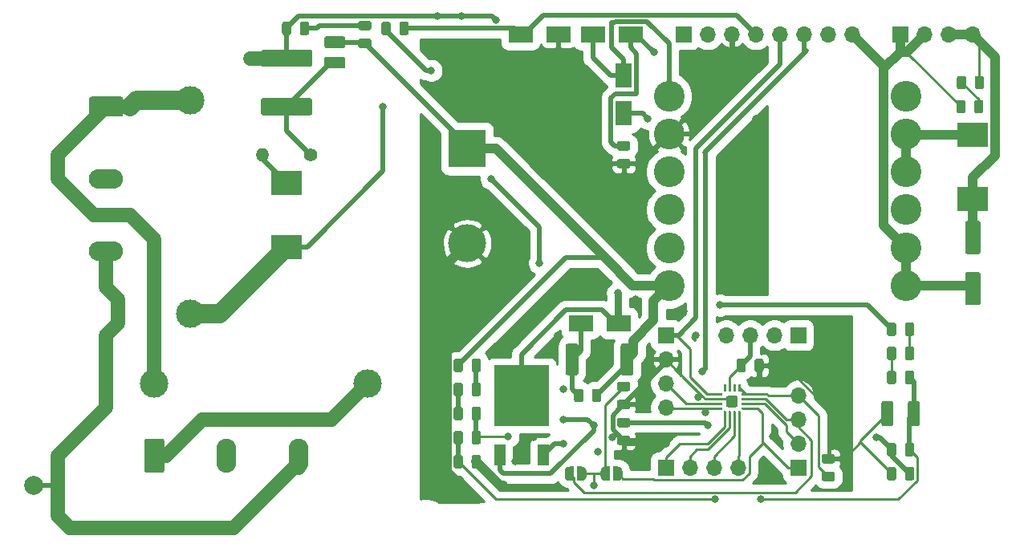
<source format=gbr>
G04 #@! TF.GenerationSoftware,KiCad,Pcbnew,5.1.5*
G04 #@! TF.CreationDate,2020-04-03T19:56:18-07:00*
G04 #@! TF.ProjectId,EEP_2,4545505f-322e-46b6-9963-61645f706362,rev?*
G04 #@! TF.SameCoordinates,Original*
G04 #@! TF.FileFunction,Copper,L1,Top*
G04 #@! TF.FilePolarity,Positive*
%FSLAX46Y46*%
G04 Gerber Fmt 4.6, Leading zero omitted, Abs format (unit mm)*
G04 Created by KiCad (PCBNEW 5.1.5) date 2020-04-03 19:56:18*
%MOMM*%
%LPD*%
G04 APERTURE LIST*
%ADD10R,3.300000X2.500000*%
%ADD11C,0.100000*%
%ADD12R,4.000000X4.000000*%
%ADD13C,4.000000*%
%ADD14R,2.500000X1.800000*%
%ADD15R,1.800000X2.500000*%
%ADD16C,3.000000*%
%ADD17O,1.700000X1.700000*%
%ADD18R,1.700000X1.700000*%
%ADD19O,2.100000X3.600000*%
%ADD20O,3.600000X2.100000*%
%ADD21R,1.200000X2.200000*%
%ADD22R,5.800000X6.400000*%
%ADD23C,3.250000*%
%ADD24C,1.400000*%
%ADD25O,1.400000X1.400000*%
%ADD26C,2.000000*%
%ADD27C,0.800000*%
%ADD28C,0.250000*%
%ADD29C,0.500000*%
%ADD30C,1.500000*%
%ADD31C,1.000000*%
%ADD32C,2.000000*%
%ADD33C,0.750000*%
%ADD34C,0.254000*%
G04 APERTURE END LIST*
D10*
X46990000Y-66450000D03*
X46990000Y-73250000D03*
G04 #@! TA.AperFunction,SMDPad,CuDef*
D11*
G36*
X83030142Y-87476174D02*
G01*
X83053803Y-87479684D01*
X83077007Y-87485496D01*
X83099529Y-87493554D01*
X83121153Y-87503782D01*
X83141670Y-87516079D01*
X83160883Y-87530329D01*
X83178607Y-87546393D01*
X83194671Y-87564117D01*
X83208921Y-87583330D01*
X83221218Y-87603847D01*
X83231446Y-87625471D01*
X83239504Y-87647993D01*
X83245316Y-87671197D01*
X83248826Y-87694858D01*
X83250000Y-87718750D01*
X83250000Y-88206250D01*
X83248826Y-88230142D01*
X83245316Y-88253803D01*
X83239504Y-88277007D01*
X83231446Y-88299529D01*
X83221218Y-88321153D01*
X83208921Y-88341670D01*
X83194671Y-88360883D01*
X83178607Y-88378607D01*
X83160883Y-88394671D01*
X83141670Y-88408921D01*
X83121153Y-88421218D01*
X83099529Y-88431446D01*
X83077007Y-88439504D01*
X83053803Y-88445316D01*
X83030142Y-88448826D01*
X83006250Y-88450000D01*
X82093750Y-88450000D01*
X82069858Y-88448826D01*
X82046197Y-88445316D01*
X82022993Y-88439504D01*
X82000471Y-88431446D01*
X81978847Y-88421218D01*
X81958330Y-88408921D01*
X81939117Y-88394671D01*
X81921393Y-88378607D01*
X81905329Y-88360883D01*
X81891079Y-88341670D01*
X81878782Y-88321153D01*
X81868554Y-88299529D01*
X81860496Y-88277007D01*
X81854684Y-88253803D01*
X81851174Y-88230142D01*
X81850000Y-88206250D01*
X81850000Y-87718750D01*
X81851174Y-87694858D01*
X81854684Y-87671197D01*
X81860496Y-87647993D01*
X81868554Y-87625471D01*
X81878782Y-87603847D01*
X81891079Y-87583330D01*
X81905329Y-87564117D01*
X81921393Y-87546393D01*
X81939117Y-87530329D01*
X81958330Y-87516079D01*
X81978847Y-87503782D01*
X82000471Y-87493554D01*
X82022993Y-87485496D01*
X82046197Y-87479684D01*
X82069858Y-87476174D01*
X82093750Y-87475000D01*
X83006250Y-87475000D01*
X83030142Y-87476174D01*
G37*
G04 #@! TD.AperFunction*
G04 #@! TA.AperFunction,SMDPad,CuDef*
G36*
X83030142Y-89351174D02*
G01*
X83053803Y-89354684D01*
X83077007Y-89360496D01*
X83099529Y-89368554D01*
X83121153Y-89378782D01*
X83141670Y-89391079D01*
X83160883Y-89405329D01*
X83178607Y-89421393D01*
X83194671Y-89439117D01*
X83208921Y-89458330D01*
X83221218Y-89478847D01*
X83231446Y-89500471D01*
X83239504Y-89522993D01*
X83245316Y-89546197D01*
X83248826Y-89569858D01*
X83250000Y-89593750D01*
X83250000Y-90081250D01*
X83248826Y-90105142D01*
X83245316Y-90128803D01*
X83239504Y-90152007D01*
X83231446Y-90174529D01*
X83221218Y-90196153D01*
X83208921Y-90216670D01*
X83194671Y-90235883D01*
X83178607Y-90253607D01*
X83160883Y-90269671D01*
X83141670Y-90283921D01*
X83121153Y-90296218D01*
X83099529Y-90306446D01*
X83077007Y-90314504D01*
X83053803Y-90320316D01*
X83030142Y-90323826D01*
X83006250Y-90325000D01*
X82093750Y-90325000D01*
X82069858Y-90323826D01*
X82046197Y-90320316D01*
X82022993Y-90314504D01*
X82000471Y-90306446D01*
X81978847Y-90296218D01*
X81958330Y-90283921D01*
X81939117Y-90269671D01*
X81921393Y-90253607D01*
X81905329Y-90235883D01*
X81891079Y-90216670D01*
X81878782Y-90196153D01*
X81868554Y-90174529D01*
X81860496Y-90152007D01*
X81854684Y-90128803D01*
X81851174Y-90105142D01*
X81850000Y-90081250D01*
X81850000Y-89593750D01*
X81851174Y-89569858D01*
X81854684Y-89546197D01*
X81860496Y-89522993D01*
X81868554Y-89500471D01*
X81878782Y-89478847D01*
X81891079Y-89458330D01*
X81905329Y-89439117D01*
X81921393Y-89421393D01*
X81939117Y-89405329D01*
X81958330Y-89391079D01*
X81978847Y-89378782D01*
X82000471Y-89368554D01*
X82022993Y-89360496D01*
X82046197Y-89354684D01*
X82069858Y-89351174D01*
X82093750Y-89350000D01*
X83006250Y-89350000D01*
X83030142Y-89351174D01*
G37*
G04 #@! TD.AperFunction*
G04 #@! TA.AperFunction,SMDPad,CuDef*
G36*
X104620142Y-95096174D02*
G01*
X104643803Y-95099684D01*
X104667007Y-95105496D01*
X104689529Y-95113554D01*
X104711153Y-95123782D01*
X104731670Y-95136079D01*
X104750883Y-95150329D01*
X104768607Y-95166393D01*
X104784671Y-95184117D01*
X104798921Y-95203330D01*
X104811218Y-95223847D01*
X104821446Y-95245471D01*
X104829504Y-95267993D01*
X104835316Y-95291197D01*
X104838826Y-95314858D01*
X104840000Y-95338750D01*
X104840000Y-95826250D01*
X104838826Y-95850142D01*
X104835316Y-95873803D01*
X104829504Y-95897007D01*
X104821446Y-95919529D01*
X104811218Y-95941153D01*
X104798921Y-95961670D01*
X104784671Y-95980883D01*
X104768607Y-95998607D01*
X104750883Y-96014671D01*
X104731670Y-96028921D01*
X104711153Y-96041218D01*
X104689529Y-96051446D01*
X104667007Y-96059504D01*
X104643803Y-96065316D01*
X104620142Y-96068826D01*
X104596250Y-96070000D01*
X103683750Y-96070000D01*
X103659858Y-96068826D01*
X103636197Y-96065316D01*
X103612993Y-96059504D01*
X103590471Y-96051446D01*
X103568847Y-96041218D01*
X103548330Y-96028921D01*
X103529117Y-96014671D01*
X103511393Y-95998607D01*
X103495329Y-95980883D01*
X103481079Y-95961670D01*
X103468782Y-95941153D01*
X103458554Y-95919529D01*
X103450496Y-95897007D01*
X103444684Y-95873803D01*
X103441174Y-95850142D01*
X103440000Y-95826250D01*
X103440000Y-95338750D01*
X103441174Y-95314858D01*
X103444684Y-95291197D01*
X103450496Y-95267993D01*
X103458554Y-95245471D01*
X103468782Y-95223847D01*
X103481079Y-95203330D01*
X103495329Y-95184117D01*
X103511393Y-95166393D01*
X103529117Y-95150329D01*
X103548330Y-95136079D01*
X103568847Y-95123782D01*
X103590471Y-95113554D01*
X103612993Y-95105496D01*
X103636197Y-95099684D01*
X103659858Y-95096174D01*
X103683750Y-95095000D01*
X104596250Y-95095000D01*
X104620142Y-95096174D01*
G37*
G04 #@! TD.AperFunction*
G04 #@! TA.AperFunction,SMDPad,CuDef*
G36*
X104620142Y-96971174D02*
G01*
X104643803Y-96974684D01*
X104667007Y-96980496D01*
X104689529Y-96988554D01*
X104711153Y-96998782D01*
X104731670Y-97011079D01*
X104750883Y-97025329D01*
X104768607Y-97041393D01*
X104784671Y-97059117D01*
X104798921Y-97078330D01*
X104811218Y-97098847D01*
X104821446Y-97120471D01*
X104829504Y-97142993D01*
X104835316Y-97166197D01*
X104838826Y-97189858D01*
X104840000Y-97213750D01*
X104840000Y-97701250D01*
X104838826Y-97725142D01*
X104835316Y-97748803D01*
X104829504Y-97772007D01*
X104821446Y-97794529D01*
X104811218Y-97816153D01*
X104798921Y-97836670D01*
X104784671Y-97855883D01*
X104768607Y-97873607D01*
X104750883Y-97889671D01*
X104731670Y-97903921D01*
X104711153Y-97916218D01*
X104689529Y-97926446D01*
X104667007Y-97934504D01*
X104643803Y-97940316D01*
X104620142Y-97943826D01*
X104596250Y-97945000D01*
X103683750Y-97945000D01*
X103659858Y-97943826D01*
X103636197Y-97940316D01*
X103612993Y-97934504D01*
X103590471Y-97926446D01*
X103568847Y-97916218D01*
X103548330Y-97903921D01*
X103529117Y-97889671D01*
X103511393Y-97873607D01*
X103495329Y-97855883D01*
X103481079Y-97836670D01*
X103468782Y-97816153D01*
X103458554Y-97794529D01*
X103450496Y-97772007D01*
X103444684Y-97748803D01*
X103441174Y-97725142D01*
X103440000Y-97701250D01*
X103440000Y-97213750D01*
X103441174Y-97189858D01*
X103444684Y-97166197D01*
X103450496Y-97142993D01*
X103458554Y-97120471D01*
X103468782Y-97098847D01*
X103481079Y-97078330D01*
X103495329Y-97059117D01*
X103511393Y-97041393D01*
X103529117Y-97025329D01*
X103548330Y-97011079D01*
X103568847Y-96998782D01*
X103590471Y-96988554D01*
X103612993Y-96980496D01*
X103636197Y-96974684D01*
X103659858Y-96971174D01*
X103683750Y-96970000D01*
X104596250Y-96970000D01*
X104620142Y-96971174D01*
G37*
G04 #@! TD.AperFunction*
G04 #@! TA.AperFunction,SMDPad,CuDef*
G36*
X95215142Y-85026174D02*
G01*
X95238803Y-85029684D01*
X95262007Y-85035496D01*
X95284529Y-85043554D01*
X95306153Y-85053782D01*
X95326670Y-85066079D01*
X95345883Y-85080329D01*
X95363607Y-85096393D01*
X95379671Y-85114117D01*
X95393921Y-85133330D01*
X95406218Y-85153847D01*
X95416446Y-85175471D01*
X95424504Y-85197993D01*
X95430316Y-85221197D01*
X95433826Y-85244858D01*
X95435000Y-85268750D01*
X95435000Y-86181250D01*
X95433826Y-86205142D01*
X95430316Y-86228803D01*
X95424504Y-86252007D01*
X95416446Y-86274529D01*
X95406218Y-86296153D01*
X95393921Y-86316670D01*
X95379671Y-86335883D01*
X95363607Y-86353607D01*
X95345883Y-86369671D01*
X95326670Y-86383921D01*
X95306153Y-86396218D01*
X95284529Y-86406446D01*
X95262007Y-86414504D01*
X95238803Y-86420316D01*
X95215142Y-86423826D01*
X95191250Y-86425000D01*
X94703750Y-86425000D01*
X94679858Y-86423826D01*
X94656197Y-86420316D01*
X94632993Y-86414504D01*
X94610471Y-86406446D01*
X94588847Y-86396218D01*
X94568330Y-86383921D01*
X94549117Y-86369671D01*
X94531393Y-86353607D01*
X94515329Y-86335883D01*
X94501079Y-86316670D01*
X94488782Y-86296153D01*
X94478554Y-86274529D01*
X94470496Y-86252007D01*
X94464684Y-86228803D01*
X94461174Y-86205142D01*
X94460000Y-86181250D01*
X94460000Y-85268750D01*
X94461174Y-85244858D01*
X94464684Y-85221197D01*
X94470496Y-85197993D01*
X94478554Y-85175471D01*
X94488782Y-85153847D01*
X94501079Y-85133330D01*
X94515329Y-85114117D01*
X94531393Y-85096393D01*
X94549117Y-85080329D01*
X94568330Y-85066079D01*
X94588847Y-85053782D01*
X94610471Y-85043554D01*
X94632993Y-85035496D01*
X94656197Y-85029684D01*
X94679858Y-85026174D01*
X94703750Y-85025000D01*
X95191250Y-85025000D01*
X95215142Y-85026174D01*
G37*
G04 #@! TD.AperFunction*
G04 #@! TA.AperFunction,SMDPad,CuDef*
G36*
X97090142Y-85026174D02*
G01*
X97113803Y-85029684D01*
X97137007Y-85035496D01*
X97159529Y-85043554D01*
X97181153Y-85053782D01*
X97201670Y-85066079D01*
X97220883Y-85080329D01*
X97238607Y-85096393D01*
X97254671Y-85114117D01*
X97268921Y-85133330D01*
X97281218Y-85153847D01*
X97291446Y-85175471D01*
X97299504Y-85197993D01*
X97305316Y-85221197D01*
X97308826Y-85244858D01*
X97310000Y-85268750D01*
X97310000Y-86181250D01*
X97308826Y-86205142D01*
X97305316Y-86228803D01*
X97299504Y-86252007D01*
X97291446Y-86274529D01*
X97281218Y-86296153D01*
X97268921Y-86316670D01*
X97254671Y-86335883D01*
X97238607Y-86353607D01*
X97220883Y-86369671D01*
X97201670Y-86383921D01*
X97181153Y-86396218D01*
X97159529Y-86406446D01*
X97137007Y-86414504D01*
X97113803Y-86420316D01*
X97090142Y-86423826D01*
X97066250Y-86425000D01*
X96578750Y-86425000D01*
X96554858Y-86423826D01*
X96531197Y-86420316D01*
X96507993Y-86414504D01*
X96485471Y-86406446D01*
X96463847Y-86396218D01*
X96443330Y-86383921D01*
X96424117Y-86369671D01*
X96406393Y-86353607D01*
X96390329Y-86335883D01*
X96376079Y-86316670D01*
X96363782Y-86296153D01*
X96353554Y-86274529D01*
X96345496Y-86252007D01*
X96339684Y-86228803D01*
X96336174Y-86205142D01*
X96335000Y-86181250D01*
X96335000Y-85268750D01*
X96336174Y-85244858D01*
X96339684Y-85221197D01*
X96345496Y-85197993D01*
X96353554Y-85175471D01*
X96363782Y-85153847D01*
X96376079Y-85133330D01*
X96390329Y-85114117D01*
X96406393Y-85096393D01*
X96424117Y-85080329D01*
X96443330Y-85066079D01*
X96463847Y-85053782D01*
X96485471Y-85043554D01*
X96507993Y-85035496D01*
X96531197Y-85029684D01*
X96554858Y-85026174D01*
X96578750Y-85025000D01*
X97066250Y-85025000D01*
X97090142Y-85026174D01*
G37*
G04 #@! TD.AperFunction*
G04 #@! TA.AperFunction,SMDPad,CuDef*
G36*
X110759504Y-89481204D02*
G01*
X110783773Y-89484804D01*
X110807571Y-89490765D01*
X110830671Y-89499030D01*
X110852849Y-89509520D01*
X110873893Y-89522133D01*
X110893598Y-89536747D01*
X110911777Y-89553223D01*
X110928253Y-89571402D01*
X110942867Y-89591107D01*
X110955480Y-89612151D01*
X110965970Y-89634329D01*
X110974235Y-89657429D01*
X110980196Y-89681227D01*
X110983796Y-89705496D01*
X110985000Y-89730000D01*
X110985000Y-91880000D01*
X110983796Y-91904504D01*
X110980196Y-91928773D01*
X110974235Y-91952571D01*
X110965970Y-91975671D01*
X110955480Y-91997849D01*
X110942867Y-92018893D01*
X110928253Y-92038598D01*
X110911777Y-92056777D01*
X110893598Y-92073253D01*
X110873893Y-92087867D01*
X110852849Y-92100480D01*
X110830671Y-92110970D01*
X110807571Y-92119235D01*
X110783773Y-92125196D01*
X110759504Y-92128796D01*
X110735000Y-92130000D01*
X109985000Y-92130000D01*
X109960496Y-92128796D01*
X109936227Y-92125196D01*
X109912429Y-92119235D01*
X109889329Y-92110970D01*
X109867151Y-92100480D01*
X109846107Y-92087867D01*
X109826402Y-92073253D01*
X109808223Y-92056777D01*
X109791747Y-92038598D01*
X109777133Y-92018893D01*
X109764520Y-91997849D01*
X109754030Y-91975671D01*
X109745765Y-91952571D01*
X109739804Y-91928773D01*
X109736204Y-91904504D01*
X109735000Y-91880000D01*
X109735000Y-89730000D01*
X109736204Y-89705496D01*
X109739804Y-89681227D01*
X109745765Y-89657429D01*
X109754030Y-89634329D01*
X109764520Y-89612151D01*
X109777133Y-89591107D01*
X109791747Y-89571402D01*
X109808223Y-89553223D01*
X109826402Y-89536747D01*
X109846107Y-89522133D01*
X109867151Y-89509520D01*
X109889329Y-89499030D01*
X109912429Y-89490765D01*
X109936227Y-89484804D01*
X109960496Y-89481204D01*
X109985000Y-89480000D01*
X110735000Y-89480000D01*
X110759504Y-89481204D01*
G37*
G04 #@! TD.AperFunction*
G04 #@! TA.AperFunction,SMDPad,CuDef*
G36*
X113559504Y-89481204D02*
G01*
X113583773Y-89484804D01*
X113607571Y-89490765D01*
X113630671Y-89499030D01*
X113652849Y-89509520D01*
X113673893Y-89522133D01*
X113693598Y-89536747D01*
X113711777Y-89553223D01*
X113728253Y-89571402D01*
X113742867Y-89591107D01*
X113755480Y-89612151D01*
X113765970Y-89634329D01*
X113774235Y-89657429D01*
X113780196Y-89681227D01*
X113783796Y-89705496D01*
X113785000Y-89730000D01*
X113785000Y-91880000D01*
X113783796Y-91904504D01*
X113780196Y-91928773D01*
X113774235Y-91952571D01*
X113765970Y-91975671D01*
X113755480Y-91997849D01*
X113742867Y-92018893D01*
X113728253Y-92038598D01*
X113711777Y-92056777D01*
X113693598Y-92073253D01*
X113673893Y-92087867D01*
X113652849Y-92100480D01*
X113630671Y-92110970D01*
X113607571Y-92119235D01*
X113583773Y-92125196D01*
X113559504Y-92128796D01*
X113535000Y-92130000D01*
X112785000Y-92130000D01*
X112760496Y-92128796D01*
X112736227Y-92125196D01*
X112712429Y-92119235D01*
X112689329Y-92110970D01*
X112667151Y-92100480D01*
X112646107Y-92087867D01*
X112626402Y-92073253D01*
X112608223Y-92056777D01*
X112591747Y-92038598D01*
X112577133Y-92018893D01*
X112564520Y-91997849D01*
X112554030Y-91975671D01*
X112545765Y-91952571D01*
X112539804Y-91928773D01*
X112536204Y-91904504D01*
X112535000Y-91880000D01*
X112535000Y-89730000D01*
X112536204Y-89705496D01*
X112539804Y-89681227D01*
X112545765Y-89657429D01*
X112554030Y-89634329D01*
X112564520Y-89612151D01*
X112577133Y-89591107D01*
X112591747Y-89571402D01*
X112608223Y-89553223D01*
X112626402Y-89536747D01*
X112646107Y-89522133D01*
X112667151Y-89509520D01*
X112689329Y-89499030D01*
X112712429Y-89490765D01*
X112736227Y-89484804D01*
X112760496Y-89481204D01*
X112785000Y-89480000D01*
X113535000Y-89480000D01*
X113559504Y-89481204D01*
G37*
G04 #@! TD.AperFunction*
G04 #@! TA.AperFunction,SMDPad,CuDef*
G36*
X78070142Y-88201174D02*
G01*
X78093803Y-88204684D01*
X78117007Y-88210496D01*
X78139529Y-88218554D01*
X78161153Y-88228782D01*
X78181670Y-88241079D01*
X78200883Y-88255329D01*
X78218607Y-88271393D01*
X78234671Y-88289117D01*
X78248921Y-88308330D01*
X78261218Y-88328847D01*
X78271446Y-88350471D01*
X78279504Y-88372993D01*
X78285316Y-88396197D01*
X78288826Y-88419858D01*
X78290000Y-88443750D01*
X78290000Y-89356250D01*
X78288826Y-89380142D01*
X78285316Y-89403803D01*
X78279504Y-89427007D01*
X78271446Y-89449529D01*
X78261218Y-89471153D01*
X78248921Y-89491670D01*
X78234671Y-89510883D01*
X78218607Y-89528607D01*
X78200883Y-89544671D01*
X78181670Y-89558921D01*
X78161153Y-89571218D01*
X78139529Y-89581446D01*
X78117007Y-89589504D01*
X78093803Y-89595316D01*
X78070142Y-89598826D01*
X78046250Y-89600000D01*
X77558750Y-89600000D01*
X77534858Y-89598826D01*
X77511197Y-89595316D01*
X77487993Y-89589504D01*
X77465471Y-89581446D01*
X77443847Y-89571218D01*
X77423330Y-89558921D01*
X77404117Y-89544671D01*
X77386393Y-89528607D01*
X77370329Y-89510883D01*
X77356079Y-89491670D01*
X77343782Y-89471153D01*
X77333554Y-89449529D01*
X77325496Y-89427007D01*
X77319684Y-89403803D01*
X77316174Y-89380142D01*
X77315000Y-89356250D01*
X77315000Y-88443750D01*
X77316174Y-88419858D01*
X77319684Y-88396197D01*
X77325496Y-88372993D01*
X77333554Y-88350471D01*
X77343782Y-88328847D01*
X77356079Y-88308330D01*
X77370329Y-88289117D01*
X77386393Y-88271393D01*
X77404117Y-88255329D01*
X77423330Y-88241079D01*
X77443847Y-88228782D01*
X77465471Y-88218554D01*
X77487993Y-88210496D01*
X77511197Y-88204684D01*
X77534858Y-88201174D01*
X77558750Y-88200000D01*
X78046250Y-88200000D01*
X78070142Y-88201174D01*
G37*
G04 #@! TD.AperFunction*
G04 #@! TA.AperFunction,SMDPad,CuDef*
G36*
X79945142Y-88201174D02*
G01*
X79968803Y-88204684D01*
X79992007Y-88210496D01*
X80014529Y-88218554D01*
X80036153Y-88228782D01*
X80056670Y-88241079D01*
X80075883Y-88255329D01*
X80093607Y-88271393D01*
X80109671Y-88289117D01*
X80123921Y-88308330D01*
X80136218Y-88328847D01*
X80146446Y-88350471D01*
X80154504Y-88372993D01*
X80160316Y-88396197D01*
X80163826Y-88419858D01*
X80165000Y-88443750D01*
X80165000Y-89356250D01*
X80163826Y-89380142D01*
X80160316Y-89403803D01*
X80154504Y-89427007D01*
X80146446Y-89449529D01*
X80136218Y-89471153D01*
X80123921Y-89491670D01*
X80109671Y-89510883D01*
X80093607Y-89528607D01*
X80075883Y-89544671D01*
X80056670Y-89558921D01*
X80036153Y-89571218D01*
X80014529Y-89581446D01*
X79992007Y-89589504D01*
X79968803Y-89595316D01*
X79945142Y-89598826D01*
X79921250Y-89600000D01*
X79433750Y-89600000D01*
X79409858Y-89598826D01*
X79386197Y-89595316D01*
X79362993Y-89589504D01*
X79340471Y-89581446D01*
X79318847Y-89571218D01*
X79298330Y-89558921D01*
X79279117Y-89544671D01*
X79261393Y-89528607D01*
X79245329Y-89510883D01*
X79231079Y-89491670D01*
X79218782Y-89471153D01*
X79208554Y-89449529D01*
X79200496Y-89427007D01*
X79194684Y-89403803D01*
X79191174Y-89380142D01*
X79190000Y-89356250D01*
X79190000Y-88443750D01*
X79191174Y-88419858D01*
X79194684Y-88396197D01*
X79200496Y-88372993D01*
X79208554Y-88350471D01*
X79218782Y-88328847D01*
X79231079Y-88308330D01*
X79245329Y-88289117D01*
X79261393Y-88271393D01*
X79279117Y-88255329D01*
X79298330Y-88241079D01*
X79318847Y-88228782D01*
X79340471Y-88218554D01*
X79362993Y-88210496D01*
X79386197Y-88204684D01*
X79409858Y-88201174D01*
X79433750Y-88200000D01*
X79921250Y-88200000D01*
X79945142Y-88201174D01*
G37*
G04 #@! TD.AperFunction*
G04 #@! TA.AperFunction,SMDPad,CuDef*
G36*
X49464504Y-57531204D02*
G01*
X49488773Y-57534804D01*
X49512571Y-57540765D01*
X49535671Y-57549030D01*
X49557849Y-57559520D01*
X49578893Y-57572133D01*
X49598598Y-57586747D01*
X49616777Y-57603223D01*
X49633253Y-57621402D01*
X49647867Y-57641107D01*
X49660480Y-57662151D01*
X49670970Y-57684329D01*
X49679235Y-57707429D01*
X49685196Y-57731227D01*
X49688796Y-57755496D01*
X49690000Y-57780000D01*
X49690000Y-59080000D01*
X49688796Y-59104504D01*
X49685196Y-59128773D01*
X49679235Y-59152571D01*
X49670970Y-59175671D01*
X49660480Y-59197849D01*
X49647867Y-59218893D01*
X49633253Y-59238598D01*
X49616777Y-59256777D01*
X49598598Y-59273253D01*
X49578893Y-59287867D01*
X49557849Y-59300480D01*
X49535671Y-59310970D01*
X49512571Y-59319235D01*
X49488773Y-59325196D01*
X49464504Y-59328796D01*
X49440000Y-59330000D01*
X44540000Y-59330000D01*
X44515496Y-59328796D01*
X44491227Y-59325196D01*
X44467429Y-59319235D01*
X44444329Y-59310970D01*
X44422151Y-59300480D01*
X44401107Y-59287867D01*
X44381402Y-59273253D01*
X44363223Y-59256777D01*
X44346747Y-59238598D01*
X44332133Y-59218893D01*
X44319520Y-59197849D01*
X44309030Y-59175671D01*
X44300765Y-59152571D01*
X44294804Y-59128773D01*
X44291204Y-59104504D01*
X44290000Y-59080000D01*
X44290000Y-57780000D01*
X44291204Y-57755496D01*
X44294804Y-57731227D01*
X44300765Y-57707429D01*
X44309030Y-57684329D01*
X44319520Y-57662151D01*
X44332133Y-57641107D01*
X44346747Y-57621402D01*
X44363223Y-57603223D01*
X44381402Y-57586747D01*
X44401107Y-57572133D01*
X44422151Y-57559520D01*
X44444329Y-57549030D01*
X44467429Y-57540765D01*
X44491227Y-57534804D01*
X44515496Y-57531204D01*
X44540000Y-57530000D01*
X49440000Y-57530000D01*
X49464504Y-57531204D01*
G37*
G04 #@! TD.AperFunction*
G04 #@! TA.AperFunction,SMDPad,CuDef*
G36*
X49464504Y-52431204D02*
G01*
X49488773Y-52434804D01*
X49512571Y-52440765D01*
X49535671Y-52449030D01*
X49557849Y-52459520D01*
X49578893Y-52472133D01*
X49598598Y-52486747D01*
X49616777Y-52503223D01*
X49633253Y-52521402D01*
X49647867Y-52541107D01*
X49660480Y-52562151D01*
X49670970Y-52584329D01*
X49679235Y-52607429D01*
X49685196Y-52631227D01*
X49688796Y-52655496D01*
X49690000Y-52680000D01*
X49690000Y-53980000D01*
X49688796Y-54004504D01*
X49685196Y-54028773D01*
X49679235Y-54052571D01*
X49670970Y-54075671D01*
X49660480Y-54097849D01*
X49647867Y-54118893D01*
X49633253Y-54138598D01*
X49616777Y-54156777D01*
X49598598Y-54173253D01*
X49578893Y-54187867D01*
X49557849Y-54200480D01*
X49535671Y-54210970D01*
X49512571Y-54219235D01*
X49488773Y-54225196D01*
X49464504Y-54228796D01*
X49440000Y-54230000D01*
X44540000Y-54230000D01*
X44515496Y-54228796D01*
X44491227Y-54225196D01*
X44467429Y-54219235D01*
X44444329Y-54210970D01*
X44422151Y-54200480D01*
X44401107Y-54187867D01*
X44381402Y-54173253D01*
X44363223Y-54156777D01*
X44346747Y-54138598D01*
X44332133Y-54118893D01*
X44319520Y-54097849D01*
X44309030Y-54075671D01*
X44300765Y-54052571D01*
X44294804Y-54028773D01*
X44291204Y-54004504D01*
X44290000Y-53980000D01*
X44290000Y-52680000D01*
X44291204Y-52655496D01*
X44294804Y-52631227D01*
X44300765Y-52607429D01*
X44309030Y-52584329D01*
X44319520Y-52562151D01*
X44332133Y-52541107D01*
X44346747Y-52521402D01*
X44363223Y-52503223D01*
X44381402Y-52486747D01*
X44401107Y-52472133D01*
X44422151Y-52459520D01*
X44444329Y-52449030D01*
X44467429Y-52440765D01*
X44491227Y-52434804D01*
X44515496Y-52431204D01*
X44540000Y-52430000D01*
X49440000Y-52430000D01*
X49464504Y-52431204D01*
G37*
G04 #@! TD.AperFunction*
G04 #@! TA.AperFunction,SMDPad,CuDef*
G36*
X119954504Y-70481204D02*
G01*
X119978773Y-70484804D01*
X120002571Y-70490765D01*
X120025671Y-70499030D01*
X120047849Y-70509520D01*
X120068893Y-70522133D01*
X120088598Y-70536747D01*
X120106777Y-70553223D01*
X120123253Y-70571402D01*
X120137867Y-70591107D01*
X120150480Y-70612151D01*
X120160970Y-70634329D01*
X120169235Y-70657429D01*
X120175196Y-70681227D01*
X120178796Y-70705496D01*
X120180000Y-70730000D01*
X120180000Y-73730000D01*
X120178796Y-73754504D01*
X120175196Y-73778773D01*
X120169235Y-73802571D01*
X120160970Y-73825671D01*
X120150480Y-73847849D01*
X120137867Y-73868893D01*
X120123253Y-73888598D01*
X120106777Y-73906777D01*
X120088598Y-73923253D01*
X120068893Y-73937867D01*
X120047849Y-73950480D01*
X120025671Y-73960970D01*
X120002571Y-73969235D01*
X119978773Y-73975196D01*
X119954504Y-73978796D01*
X119930000Y-73980000D01*
X118830000Y-73980000D01*
X118805496Y-73978796D01*
X118781227Y-73975196D01*
X118757429Y-73969235D01*
X118734329Y-73960970D01*
X118712151Y-73950480D01*
X118691107Y-73937867D01*
X118671402Y-73923253D01*
X118653223Y-73906777D01*
X118636747Y-73888598D01*
X118622133Y-73868893D01*
X118609520Y-73847849D01*
X118599030Y-73825671D01*
X118590765Y-73802571D01*
X118584804Y-73778773D01*
X118581204Y-73754504D01*
X118580000Y-73730000D01*
X118580000Y-70730000D01*
X118581204Y-70705496D01*
X118584804Y-70681227D01*
X118590765Y-70657429D01*
X118599030Y-70634329D01*
X118609520Y-70612151D01*
X118622133Y-70591107D01*
X118636747Y-70571402D01*
X118653223Y-70553223D01*
X118671402Y-70536747D01*
X118691107Y-70522133D01*
X118712151Y-70509520D01*
X118734329Y-70499030D01*
X118757429Y-70490765D01*
X118781227Y-70484804D01*
X118805496Y-70481204D01*
X118830000Y-70480000D01*
X119930000Y-70480000D01*
X119954504Y-70481204D01*
G37*
G04 #@! TD.AperFunction*
G04 #@! TA.AperFunction,SMDPad,CuDef*
G36*
X119954504Y-75881204D02*
G01*
X119978773Y-75884804D01*
X120002571Y-75890765D01*
X120025671Y-75899030D01*
X120047849Y-75909520D01*
X120068893Y-75922133D01*
X120088598Y-75936747D01*
X120106777Y-75953223D01*
X120123253Y-75971402D01*
X120137867Y-75991107D01*
X120150480Y-76012151D01*
X120160970Y-76034329D01*
X120169235Y-76057429D01*
X120175196Y-76081227D01*
X120178796Y-76105496D01*
X120180000Y-76130000D01*
X120180000Y-79130000D01*
X120178796Y-79154504D01*
X120175196Y-79178773D01*
X120169235Y-79202571D01*
X120160970Y-79225671D01*
X120150480Y-79247849D01*
X120137867Y-79268893D01*
X120123253Y-79288598D01*
X120106777Y-79306777D01*
X120088598Y-79323253D01*
X120068893Y-79337867D01*
X120047849Y-79350480D01*
X120025671Y-79360970D01*
X120002571Y-79369235D01*
X119978773Y-79375196D01*
X119954504Y-79378796D01*
X119930000Y-79380000D01*
X118830000Y-79380000D01*
X118805496Y-79378796D01*
X118781227Y-79375196D01*
X118757429Y-79369235D01*
X118734329Y-79360970D01*
X118712151Y-79350480D01*
X118691107Y-79337867D01*
X118671402Y-79323253D01*
X118653223Y-79306777D01*
X118636747Y-79288598D01*
X118622133Y-79268893D01*
X118609520Y-79247849D01*
X118599030Y-79225671D01*
X118590765Y-79202571D01*
X118584804Y-79178773D01*
X118581204Y-79154504D01*
X118580000Y-79130000D01*
X118580000Y-76130000D01*
X118581204Y-76105496D01*
X118584804Y-76081227D01*
X118590765Y-76057429D01*
X118599030Y-76034329D01*
X118609520Y-76012151D01*
X118622133Y-75991107D01*
X118636747Y-75971402D01*
X118653223Y-75953223D01*
X118671402Y-75936747D01*
X118691107Y-75922133D01*
X118712151Y-75909520D01*
X118734329Y-75899030D01*
X118757429Y-75890765D01*
X118781227Y-75884804D01*
X118805496Y-75881204D01*
X118830000Y-75880000D01*
X119930000Y-75880000D01*
X119954504Y-75881204D01*
G37*
G04 #@! TD.AperFunction*
D12*
X66040000Y-62865000D03*
D13*
X66040000Y-72865000D03*
G04 #@! TA.AperFunction,SMDPad,CuDef*
D11*
G36*
X83030142Y-63951174D02*
G01*
X83053803Y-63954684D01*
X83077007Y-63960496D01*
X83099529Y-63968554D01*
X83121153Y-63978782D01*
X83141670Y-63991079D01*
X83160883Y-64005329D01*
X83178607Y-64021393D01*
X83194671Y-64039117D01*
X83208921Y-64058330D01*
X83221218Y-64078847D01*
X83231446Y-64100471D01*
X83239504Y-64122993D01*
X83245316Y-64146197D01*
X83248826Y-64169858D01*
X83250000Y-64193750D01*
X83250000Y-64681250D01*
X83248826Y-64705142D01*
X83245316Y-64728803D01*
X83239504Y-64752007D01*
X83231446Y-64774529D01*
X83221218Y-64796153D01*
X83208921Y-64816670D01*
X83194671Y-64835883D01*
X83178607Y-64853607D01*
X83160883Y-64869671D01*
X83141670Y-64883921D01*
X83121153Y-64896218D01*
X83099529Y-64906446D01*
X83077007Y-64914504D01*
X83053803Y-64920316D01*
X83030142Y-64923826D01*
X83006250Y-64925000D01*
X82093750Y-64925000D01*
X82069858Y-64923826D01*
X82046197Y-64920316D01*
X82022993Y-64914504D01*
X82000471Y-64906446D01*
X81978847Y-64896218D01*
X81958330Y-64883921D01*
X81939117Y-64869671D01*
X81921393Y-64853607D01*
X81905329Y-64835883D01*
X81891079Y-64816670D01*
X81878782Y-64796153D01*
X81868554Y-64774529D01*
X81860496Y-64752007D01*
X81854684Y-64728803D01*
X81851174Y-64705142D01*
X81850000Y-64681250D01*
X81850000Y-64193750D01*
X81851174Y-64169858D01*
X81854684Y-64146197D01*
X81860496Y-64122993D01*
X81868554Y-64100471D01*
X81878782Y-64078847D01*
X81891079Y-64058330D01*
X81905329Y-64039117D01*
X81921393Y-64021393D01*
X81939117Y-64005329D01*
X81958330Y-63991079D01*
X81978847Y-63978782D01*
X82000471Y-63968554D01*
X82022993Y-63960496D01*
X82046197Y-63954684D01*
X82069858Y-63951174D01*
X82093750Y-63950000D01*
X83006250Y-63950000D01*
X83030142Y-63951174D01*
G37*
G04 #@! TD.AperFunction*
G04 #@! TA.AperFunction,SMDPad,CuDef*
G36*
X83030142Y-62076174D02*
G01*
X83053803Y-62079684D01*
X83077007Y-62085496D01*
X83099529Y-62093554D01*
X83121153Y-62103782D01*
X83141670Y-62116079D01*
X83160883Y-62130329D01*
X83178607Y-62146393D01*
X83194671Y-62164117D01*
X83208921Y-62183330D01*
X83221218Y-62203847D01*
X83231446Y-62225471D01*
X83239504Y-62247993D01*
X83245316Y-62271197D01*
X83248826Y-62294858D01*
X83250000Y-62318750D01*
X83250000Y-62806250D01*
X83248826Y-62830142D01*
X83245316Y-62853803D01*
X83239504Y-62877007D01*
X83231446Y-62899529D01*
X83221218Y-62921153D01*
X83208921Y-62941670D01*
X83194671Y-62960883D01*
X83178607Y-62978607D01*
X83160883Y-62994671D01*
X83141670Y-63008921D01*
X83121153Y-63021218D01*
X83099529Y-63031446D01*
X83077007Y-63039504D01*
X83053803Y-63045316D01*
X83030142Y-63048826D01*
X83006250Y-63050000D01*
X82093750Y-63050000D01*
X82069858Y-63048826D01*
X82046197Y-63045316D01*
X82022993Y-63039504D01*
X82000471Y-63031446D01*
X81978847Y-63021218D01*
X81958330Y-63008921D01*
X81939117Y-62994671D01*
X81921393Y-62978607D01*
X81905329Y-62960883D01*
X81891079Y-62941670D01*
X81878782Y-62921153D01*
X81868554Y-62899529D01*
X81860496Y-62877007D01*
X81854684Y-62853803D01*
X81851174Y-62830142D01*
X81850000Y-62806250D01*
X81850000Y-62318750D01*
X81851174Y-62294858D01*
X81854684Y-62271197D01*
X81860496Y-62247993D01*
X81868554Y-62225471D01*
X81878782Y-62203847D01*
X81891079Y-62183330D01*
X81905329Y-62164117D01*
X81921393Y-62146393D01*
X81939117Y-62130329D01*
X81958330Y-62116079D01*
X81978847Y-62103782D01*
X82000471Y-62093554D01*
X82022993Y-62085496D01*
X82046197Y-62079684D01*
X82069858Y-62076174D01*
X82093750Y-62075000D01*
X83006250Y-62075000D01*
X83030142Y-62076174D01*
G37*
G04 #@! TD.AperFunction*
D14*
X82010000Y-81280000D03*
X78010000Y-81280000D03*
D15*
X82550000Y-59150000D03*
X82550000Y-55150000D03*
D10*
X119380000Y-61370000D03*
X119380000Y-68170000D03*
D14*
X79280000Y-50800000D03*
X83280000Y-50800000D03*
X71660000Y-50800000D03*
X75660000Y-50800000D03*
D16*
X33020000Y-87630000D03*
X55520000Y-87630000D03*
X36830000Y-80285000D03*
X36830000Y-57785000D03*
D17*
X86995000Y-90170000D03*
X86995000Y-87630000D03*
X86995000Y-85090000D03*
D18*
X86995000Y-82550000D03*
X86995000Y-96520000D03*
D17*
X89535000Y-96520000D03*
X92075000Y-96520000D03*
X94615000Y-96520000D03*
D18*
X100965000Y-82550000D03*
D17*
X98425000Y-82550000D03*
X95885000Y-82550000D03*
X93345000Y-82550000D03*
X100965000Y-88900000D03*
X100965000Y-91440000D03*
X100965000Y-93980000D03*
D18*
X100965000Y-96520000D03*
D17*
X119380000Y-50800000D03*
X116840000Y-50800000D03*
X114300000Y-50800000D03*
D18*
X111760000Y-50800000D03*
D19*
X48260000Y-95250000D03*
X40640000Y-95250000D03*
G04 #@! TA.AperFunction,ComponentPad*
D11*
G36*
X33844504Y-93451204D02*
G01*
X33868773Y-93454804D01*
X33892571Y-93460765D01*
X33915671Y-93469030D01*
X33937849Y-93479520D01*
X33958893Y-93492133D01*
X33978598Y-93506747D01*
X33996777Y-93523223D01*
X34013253Y-93541402D01*
X34027867Y-93561107D01*
X34040480Y-93582151D01*
X34050970Y-93604329D01*
X34059235Y-93627429D01*
X34065196Y-93651227D01*
X34068796Y-93675496D01*
X34070000Y-93700000D01*
X34070000Y-96800000D01*
X34068796Y-96824504D01*
X34065196Y-96848773D01*
X34059235Y-96872571D01*
X34050970Y-96895671D01*
X34040480Y-96917849D01*
X34027867Y-96938893D01*
X34013253Y-96958598D01*
X33996777Y-96976777D01*
X33978598Y-96993253D01*
X33958893Y-97007867D01*
X33937849Y-97020480D01*
X33915671Y-97030970D01*
X33892571Y-97039235D01*
X33868773Y-97045196D01*
X33844504Y-97048796D01*
X33820000Y-97050000D01*
X32220000Y-97050000D01*
X32195496Y-97048796D01*
X32171227Y-97045196D01*
X32147429Y-97039235D01*
X32124329Y-97030970D01*
X32102151Y-97020480D01*
X32081107Y-97007867D01*
X32061402Y-96993253D01*
X32043223Y-96976777D01*
X32026747Y-96958598D01*
X32012133Y-96938893D01*
X31999520Y-96917849D01*
X31989030Y-96895671D01*
X31980765Y-96872571D01*
X31974804Y-96848773D01*
X31971204Y-96824504D01*
X31970000Y-96800000D01*
X31970000Y-93700000D01*
X31971204Y-93675496D01*
X31974804Y-93651227D01*
X31980765Y-93627429D01*
X31989030Y-93604329D01*
X31999520Y-93582151D01*
X32012133Y-93561107D01*
X32026747Y-93541402D01*
X32043223Y-93523223D01*
X32061402Y-93506747D01*
X32081107Y-93492133D01*
X32102151Y-93479520D01*
X32124329Y-93469030D01*
X32147429Y-93460765D01*
X32171227Y-93454804D01*
X32195496Y-93451204D01*
X32220000Y-93450000D01*
X33820000Y-93450000D01*
X33844504Y-93451204D01*
G37*
G04 #@! TD.AperFunction*
D18*
X88900000Y-50800000D03*
D17*
X91440000Y-50800000D03*
X93980000Y-50800000D03*
X96520000Y-50800000D03*
X99060000Y-50800000D03*
X101600000Y-50800000D03*
X104140000Y-50800000D03*
X106680000Y-50800000D03*
G04 #@! TA.AperFunction,SMDPad,CuDef*
D11*
G36*
X81115000Y-97905000D02*
G01*
X80615000Y-97905000D01*
X80615000Y-97904398D01*
X80590466Y-97904398D01*
X80541635Y-97899588D01*
X80493510Y-97890016D01*
X80446555Y-97875772D01*
X80401222Y-97856995D01*
X80357949Y-97833864D01*
X80317150Y-97806604D01*
X80279221Y-97775476D01*
X80244524Y-97740779D01*
X80213396Y-97702850D01*
X80186136Y-97662051D01*
X80163005Y-97618778D01*
X80144228Y-97573445D01*
X80129984Y-97526490D01*
X80120412Y-97478365D01*
X80115602Y-97429534D01*
X80115602Y-97405000D01*
X80115000Y-97405000D01*
X80115000Y-96905000D01*
X80115602Y-96905000D01*
X80115602Y-96880466D01*
X80120412Y-96831635D01*
X80129984Y-96783510D01*
X80144228Y-96736555D01*
X80163005Y-96691222D01*
X80186136Y-96647949D01*
X80213396Y-96607150D01*
X80244524Y-96569221D01*
X80279221Y-96534524D01*
X80317150Y-96503396D01*
X80357949Y-96476136D01*
X80401222Y-96453005D01*
X80446555Y-96434228D01*
X80493510Y-96419984D01*
X80541635Y-96410412D01*
X80590466Y-96405602D01*
X80615000Y-96405602D01*
X80615000Y-96405000D01*
X81115000Y-96405000D01*
X81115000Y-97905000D01*
G37*
G04 #@! TD.AperFunction*
G04 #@! TA.AperFunction,SMDPad,CuDef*
G36*
X81915000Y-96405602D02*
G01*
X81939534Y-96405602D01*
X81988365Y-96410412D01*
X82036490Y-96419984D01*
X82083445Y-96434228D01*
X82128778Y-96453005D01*
X82172051Y-96476136D01*
X82212850Y-96503396D01*
X82250779Y-96534524D01*
X82285476Y-96569221D01*
X82316604Y-96607150D01*
X82343864Y-96647949D01*
X82366995Y-96691222D01*
X82385772Y-96736555D01*
X82400016Y-96783510D01*
X82409588Y-96831635D01*
X82414398Y-96880466D01*
X82414398Y-96905000D01*
X82415000Y-96905000D01*
X82415000Y-97405000D01*
X82414398Y-97405000D01*
X82414398Y-97429534D01*
X82409588Y-97478365D01*
X82400016Y-97526490D01*
X82385772Y-97573445D01*
X82366995Y-97618778D01*
X82343864Y-97662051D01*
X82316604Y-97702850D01*
X82285476Y-97740779D01*
X82250779Y-97775476D01*
X82212850Y-97806604D01*
X82172051Y-97833864D01*
X82128778Y-97856995D01*
X82083445Y-97875772D01*
X82036490Y-97890016D01*
X81988365Y-97899588D01*
X81939534Y-97904398D01*
X81915000Y-97904398D01*
X81915000Y-97905000D01*
X81415000Y-97905000D01*
X81415000Y-96405000D01*
X81915000Y-96405000D01*
X81915000Y-96405602D01*
G37*
G04 #@! TD.AperFunction*
G04 #@! TA.AperFunction,SMDPad,CuDef*
G36*
X78120000Y-96405602D02*
G01*
X78144534Y-96405602D01*
X78193365Y-96410412D01*
X78241490Y-96419984D01*
X78288445Y-96434228D01*
X78333778Y-96453005D01*
X78377051Y-96476136D01*
X78417850Y-96503396D01*
X78455779Y-96534524D01*
X78490476Y-96569221D01*
X78521604Y-96607150D01*
X78548864Y-96647949D01*
X78571995Y-96691222D01*
X78590772Y-96736555D01*
X78605016Y-96783510D01*
X78614588Y-96831635D01*
X78619398Y-96880466D01*
X78619398Y-96905000D01*
X78620000Y-96905000D01*
X78620000Y-97405000D01*
X78619398Y-97405000D01*
X78619398Y-97429534D01*
X78614588Y-97478365D01*
X78605016Y-97526490D01*
X78590772Y-97573445D01*
X78571995Y-97618778D01*
X78548864Y-97662051D01*
X78521604Y-97702850D01*
X78490476Y-97740779D01*
X78455779Y-97775476D01*
X78417850Y-97806604D01*
X78377051Y-97833864D01*
X78333778Y-97856995D01*
X78288445Y-97875772D01*
X78241490Y-97890016D01*
X78193365Y-97899588D01*
X78144534Y-97904398D01*
X78120000Y-97904398D01*
X78120000Y-97905000D01*
X77620000Y-97905000D01*
X77620000Y-96405000D01*
X78120000Y-96405000D01*
X78120000Y-96405602D01*
G37*
G04 #@! TD.AperFunction*
G04 #@! TA.AperFunction,SMDPad,CuDef*
G36*
X77320000Y-97905000D02*
G01*
X76820000Y-97905000D01*
X76820000Y-97904398D01*
X76795466Y-97904398D01*
X76746635Y-97899588D01*
X76698510Y-97890016D01*
X76651555Y-97875772D01*
X76606222Y-97856995D01*
X76562949Y-97833864D01*
X76522150Y-97806604D01*
X76484221Y-97775476D01*
X76449524Y-97740779D01*
X76418396Y-97702850D01*
X76391136Y-97662051D01*
X76368005Y-97618778D01*
X76349228Y-97573445D01*
X76334984Y-97526490D01*
X76325412Y-97478365D01*
X76320602Y-97429534D01*
X76320602Y-97405000D01*
X76320000Y-97405000D01*
X76320000Y-96905000D01*
X76320602Y-96905000D01*
X76320602Y-96880466D01*
X76325412Y-96831635D01*
X76334984Y-96783510D01*
X76349228Y-96736555D01*
X76368005Y-96691222D01*
X76391136Y-96647949D01*
X76418396Y-96607150D01*
X76449524Y-96569221D01*
X76484221Y-96534524D01*
X76522150Y-96503396D01*
X76562949Y-96476136D01*
X76606222Y-96453005D01*
X76651555Y-96434228D01*
X76698510Y-96419984D01*
X76746635Y-96410412D01*
X76795466Y-96405602D01*
X76820000Y-96405602D01*
X76820000Y-96405000D01*
X77320000Y-96405000D01*
X77320000Y-97905000D01*
G37*
G04 #@! TD.AperFunction*
G04 #@! TA.AperFunction,SMDPad,CuDef*
G36*
X52944504Y-53156204D02*
G01*
X52968773Y-53159804D01*
X52992571Y-53165765D01*
X53015671Y-53174030D01*
X53037849Y-53184520D01*
X53058893Y-53197133D01*
X53078598Y-53211747D01*
X53096777Y-53228223D01*
X53113253Y-53246402D01*
X53127867Y-53266107D01*
X53140480Y-53287151D01*
X53150970Y-53309329D01*
X53159235Y-53332429D01*
X53165196Y-53356227D01*
X53168796Y-53380496D01*
X53170000Y-53405000D01*
X53170000Y-54155000D01*
X53168796Y-54179504D01*
X53165196Y-54203773D01*
X53159235Y-54227571D01*
X53150970Y-54250671D01*
X53140480Y-54272849D01*
X53127867Y-54293893D01*
X53113253Y-54313598D01*
X53096777Y-54331777D01*
X53078598Y-54348253D01*
X53058893Y-54362867D01*
X53037849Y-54375480D01*
X53015671Y-54385970D01*
X52992571Y-54394235D01*
X52968773Y-54400196D01*
X52944504Y-54403796D01*
X52920000Y-54405000D01*
X51220000Y-54405000D01*
X51195496Y-54403796D01*
X51171227Y-54400196D01*
X51147429Y-54394235D01*
X51124329Y-54385970D01*
X51102151Y-54375480D01*
X51081107Y-54362867D01*
X51061402Y-54348253D01*
X51043223Y-54331777D01*
X51026747Y-54313598D01*
X51012133Y-54293893D01*
X50999520Y-54272849D01*
X50989030Y-54250671D01*
X50980765Y-54227571D01*
X50974804Y-54203773D01*
X50971204Y-54179504D01*
X50970000Y-54155000D01*
X50970000Y-53405000D01*
X50971204Y-53380496D01*
X50974804Y-53356227D01*
X50980765Y-53332429D01*
X50989030Y-53309329D01*
X50999520Y-53287151D01*
X51012133Y-53266107D01*
X51026747Y-53246402D01*
X51043223Y-53228223D01*
X51061402Y-53211747D01*
X51081107Y-53197133D01*
X51102151Y-53184520D01*
X51124329Y-53174030D01*
X51147429Y-53165765D01*
X51171227Y-53159804D01*
X51195496Y-53156204D01*
X51220000Y-53155000D01*
X52920000Y-53155000D01*
X52944504Y-53156204D01*
G37*
G04 #@! TD.AperFunction*
G04 #@! TA.AperFunction,SMDPad,CuDef*
G36*
X52944504Y-51006204D02*
G01*
X52968773Y-51009804D01*
X52992571Y-51015765D01*
X53015671Y-51024030D01*
X53037849Y-51034520D01*
X53058893Y-51047133D01*
X53078598Y-51061747D01*
X53096777Y-51078223D01*
X53113253Y-51096402D01*
X53127867Y-51116107D01*
X53140480Y-51137151D01*
X53150970Y-51159329D01*
X53159235Y-51182429D01*
X53165196Y-51206227D01*
X53168796Y-51230496D01*
X53170000Y-51255000D01*
X53170000Y-52005000D01*
X53168796Y-52029504D01*
X53165196Y-52053773D01*
X53159235Y-52077571D01*
X53150970Y-52100671D01*
X53140480Y-52122849D01*
X53127867Y-52143893D01*
X53113253Y-52163598D01*
X53096777Y-52181777D01*
X53078598Y-52198253D01*
X53058893Y-52212867D01*
X53037849Y-52225480D01*
X53015671Y-52235970D01*
X52992571Y-52244235D01*
X52968773Y-52250196D01*
X52944504Y-52253796D01*
X52920000Y-52255000D01*
X51220000Y-52255000D01*
X51195496Y-52253796D01*
X51171227Y-52250196D01*
X51147429Y-52244235D01*
X51124329Y-52235970D01*
X51102151Y-52225480D01*
X51081107Y-52212867D01*
X51061402Y-52198253D01*
X51043223Y-52181777D01*
X51026747Y-52163598D01*
X51012133Y-52143893D01*
X50999520Y-52122849D01*
X50989030Y-52100671D01*
X50980765Y-52077571D01*
X50974804Y-52053773D01*
X50971204Y-52029504D01*
X50970000Y-52005000D01*
X50970000Y-51255000D01*
X50971204Y-51230496D01*
X50974804Y-51206227D01*
X50980765Y-51182429D01*
X50989030Y-51159329D01*
X50999520Y-51137151D01*
X51012133Y-51116107D01*
X51026747Y-51096402D01*
X51043223Y-51078223D01*
X51061402Y-51061747D01*
X51081107Y-51047133D01*
X51102151Y-51034520D01*
X51124329Y-51024030D01*
X51147429Y-51015765D01*
X51171227Y-51009804D01*
X51195496Y-51006204D01*
X51220000Y-51005000D01*
X52920000Y-51005000D01*
X52944504Y-51006204D01*
G37*
G04 #@! TD.AperFunction*
G04 #@! TA.AperFunction,ComponentPad*
G36*
X29514504Y-57371204D02*
G01*
X29538773Y-57374804D01*
X29562571Y-57380765D01*
X29585671Y-57389030D01*
X29607849Y-57399520D01*
X29628893Y-57412133D01*
X29648598Y-57426747D01*
X29666777Y-57443223D01*
X29683253Y-57461402D01*
X29697867Y-57481107D01*
X29710480Y-57502151D01*
X29720970Y-57524329D01*
X29729235Y-57547429D01*
X29735196Y-57571227D01*
X29738796Y-57595496D01*
X29740000Y-57620000D01*
X29740000Y-59220000D01*
X29738796Y-59244504D01*
X29735196Y-59268773D01*
X29729235Y-59292571D01*
X29720970Y-59315671D01*
X29710480Y-59337849D01*
X29697867Y-59358893D01*
X29683253Y-59378598D01*
X29666777Y-59396777D01*
X29648598Y-59413253D01*
X29628893Y-59427867D01*
X29607849Y-59440480D01*
X29585671Y-59450970D01*
X29562571Y-59459235D01*
X29538773Y-59465196D01*
X29514504Y-59468796D01*
X29490000Y-59470000D01*
X26390000Y-59470000D01*
X26365496Y-59468796D01*
X26341227Y-59465196D01*
X26317429Y-59459235D01*
X26294329Y-59450970D01*
X26272151Y-59440480D01*
X26251107Y-59427867D01*
X26231402Y-59413253D01*
X26213223Y-59396777D01*
X26196747Y-59378598D01*
X26182133Y-59358893D01*
X26169520Y-59337849D01*
X26159030Y-59315671D01*
X26150765Y-59292571D01*
X26144804Y-59268773D01*
X26141204Y-59244504D01*
X26140000Y-59220000D01*
X26140000Y-57620000D01*
X26141204Y-57595496D01*
X26144804Y-57571227D01*
X26150765Y-57547429D01*
X26159030Y-57524329D01*
X26169520Y-57502151D01*
X26182133Y-57481107D01*
X26196747Y-57461402D01*
X26213223Y-57443223D01*
X26231402Y-57426747D01*
X26251107Y-57412133D01*
X26272151Y-57399520D01*
X26294329Y-57389030D01*
X26317429Y-57380765D01*
X26341227Y-57374804D01*
X26365496Y-57371204D01*
X26390000Y-57370000D01*
X29490000Y-57370000D01*
X29514504Y-57371204D01*
G37*
G04 #@! TD.AperFunction*
D20*
X27940000Y-66040000D03*
X27940000Y-73660000D03*
D21*
X69475000Y-95200000D03*
X74035000Y-95200000D03*
D22*
X71755000Y-88900000D03*
G04 #@! TA.AperFunction,SMDPad,CuDef*
D11*
G36*
X83030142Y-93161174D02*
G01*
X83053803Y-93164684D01*
X83077007Y-93170496D01*
X83099529Y-93178554D01*
X83121153Y-93188782D01*
X83141670Y-93201079D01*
X83160883Y-93215329D01*
X83178607Y-93231393D01*
X83194671Y-93249117D01*
X83208921Y-93268330D01*
X83221218Y-93288847D01*
X83231446Y-93310471D01*
X83239504Y-93332993D01*
X83245316Y-93356197D01*
X83248826Y-93379858D01*
X83250000Y-93403750D01*
X83250000Y-93891250D01*
X83248826Y-93915142D01*
X83245316Y-93938803D01*
X83239504Y-93962007D01*
X83231446Y-93984529D01*
X83221218Y-94006153D01*
X83208921Y-94026670D01*
X83194671Y-94045883D01*
X83178607Y-94063607D01*
X83160883Y-94079671D01*
X83141670Y-94093921D01*
X83121153Y-94106218D01*
X83099529Y-94116446D01*
X83077007Y-94124504D01*
X83053803Y-94130316D01*
X83030142Y-94133826D01*
X83006250Y-94135000D01*
X82093750Y-94135000D01*
X82069858Y-94133826D01*
X82046197Y-94130316D01*
X82022993Y-94124504D01*
X82000471Y-94116446D01*
X81978847Y-94106218D01*
X81958330Y-94093921D01*
X81939117Y-94079671D01*
X81921393Y-94063607D01*
X81905329Y-94045883D01*
X81891079Y-94026670D01*
X81878782Y-94006153D01*
X81868554Y-93984529D01*
X81860496Y-93962007D01*
X81854684Y-93938803D01*
X81851174Y-93915142D01*
X81850000Y-93891250D01*
X81850000Y-93403750D01*
X81851174Y-93379858D01*
X81854684Y-93356197D01*
X81860496Y-93332993D01*
X81868554Y-93310471D01*
X81878782Y-93288847D01*
X81891079Y-93268330D01*
X81905329Y-93249117D01*
X81921393Y-93231393D01*
X81939117Y-93215329D01*
X81958330Y-93201079D01*
X81978847Y-93188782D01*
X82000471Y-93178554D01*
X82022993Y-93170496D01*
X82046197Y-93164684D01*
X82069858Y-93161174D01*
X82093750Y-93160000D01*
X83006250Y-93160000D01*
X83030142Y-93161174D01*
G37*
G04 #@! TD.AperFunction*
G04 #@! TA.AperFunction,SMDPad,CuDef*
G36*
X83030142Y-91286174D02*
G01*
X83053803Y-91289684D01*
X83077007Y-91295496D01*
X83099529Y-91303554D01*
X83121153Y-91313782D01*
X83141670Y-91326079D01*
X83160883Y-91340329D01*
X83178607Y-91356393D01*
X83194671Y-91374117D01*
X83208921Y-91393330D01*
X83221218Y-91413847D01*
X83231446Y-91435471D01*
X83239504Y-91457993D01*
X83245316Y-91481197D01*
X83248826Y-91504858D01*
X83250000Y-91528750D01*
X83250000Y-92016250D01*
X83248826Y-92040142D01*
X83245316Y-92063803D01*
X83239504Y-92087007D01*
X83231446Y-92109529D01*
X83221218Y-92131153D01*
X83208921Y-92151670D01*
X83194671Y-92170883D01*
X83178607Y-92188607D01*
X83160883Y-92204671D01*
X83141670Y-92218921D01*
X83121153Y-92231218D01*
X83099529Y-92241446D01*
X83077007Y-92249504D01*
X83053803Y-92255316D01*
X83030142Y-92258826D01*
X83006250Y-92260000D01*
X82093750Y-92260000D01*
X82069858Y-92258826D01*
X82046197Y-92255316D01*
X82022993Y-92249504D01*
X82000471Y-92241446D01*
X81978847Y-92231218D01*
X81958330Y-92218921D01*
X81939117Y-92204671D01*
X81921393Y-92188607D01*
X81905329Y-92170883D01*
X81891079Y-92151670D01*
X81878782Y-92131153D01*
X81868554Y-92109529D01*
X81860496Y-92087007D01*
X81854684Y-92063803D01*
X81851174Y-92040142D01*
X81850000Y-92016250D01*
X81850000Y-91528750D01*
X81851174Y-91504858D01*
X81854684Y-91481197D01*
X81860496Y-91457993D01*
X81868554Y-91435471D01*
X81878782Y-91413847D01*
X81891079Y-91393330D01*
X81905329Y-91374117D01*
X81921393Y-91356393D01*
X81939117Y-91340329D01*
X81958330Y-91326079D01*
X81978847Y-91313782D01*
X82000471Y-91303554D01*
X82022993Y-91295496D01*
X82046197Y-91289684D01*
X82069858Y-91286174D01*
X82093750Y-91285000D01*
X83006250Y-91285000D01*
X83030142Y-91286174D01*
G37*
G04 #@! TD.AperFunction*
G04 #@! TA.AperFunction,SMDPad,CuDef*
G36*
X112965142Y-81216174D02*
G01*
X112988803Y-81219684D01*
X113012007Y-81225496D01*
X113034529Y-81233554D01*
X113056153Y-81243782D01*
X113076670Y-81256079D01*
X113095883Y-81270329D01*
X113113607Y-81286393D01*
X113129671Y-81304117D01*
X113143921Y-81323330D01*
X113156218Y-81343847D01*
X113166446Y-81365471D01*
X113174504Y-81387993D01*
X113180316Y-81411197D01*
X113183826Y-81434858D01*
X113185000Y-81458750D01*
X113185000Y-82371250D01*
X113183826Y-82395142D01*
X113180316Y-82418803D01*
X113174504Y-82442007D01*
X113166446Y-82464529D01*
X113156218Y-82486153D01*
X113143921Y-82506670D01*
X113129671Y-82525883D01*
X113113607Y-82543607D01*
X113095883Y-82559671D01*
X113076670Y-82573921D01*
X113056153Y-82586218D01*
X113034529Y-82596446D01*
X113012007Y-82604504D01*
X112988803Y-82610316D01*
X112965142Y-82613826D01*
X112941250Y-82615000D01*
X112453750Y-82615000D01*
X112429858Y-82613826D01*
X112406197Y-82610316D01*
X112382993Y-82604504D01*
X112360471Y-82596446D01*
X112338847Y-82586218D01*
X112318330Y-82573921D01*
X112299117Y-82559671D01*
X112281393Y-82543607D01*
X112265329Y-82525883D01*
X112251079Y-82506670D01*
X112238782Y-82486153D01*
X112228554Y-82464529D01*
X112220496Y-82442007D01*
X112214684Y-82418803D01*
X112211174Y-82395142D01*
X112210000Y-82371250D01*
X112210000Y-81458750D01*
X112211174Y-81434858D01*
X112214684Y-81411197D01*
X112220496Y-81387993D01*
X112228554Y-81365471D01*
X112238782Y-81343847D01*
X112251079Y-81323330D01*
X112265329Y-81304117D01*
X112281393Y-81286393D01*
X112299117Y-81270329D01*
X112318330Y-81256079D01*
X112338847Y-81243782D01*
X112360471Y-81233554D01*
X112382993Y-81225496D01*
X112406197Y-81219684D01*
X112429858Y-81216174D01*
X112453750Y-81215000D01*
X112941250Y-81215000D01*
X112965142Y-81216174D01*
G37*
G04 #@! TD.AperFunction*
G04 #@! TA.AperFunction,SMDPad,CuDef*
G36*
X111090142Y-81216174D02*
G01*
X111113803Y-81219684D01*
X111137007Y-81225496D01*
X111159529Y-81233554D01*
X111181153Y-81243782D01*
X111201670Y-81256079D01*
X111220883Y-81270329D01*
X111238607Y-81286393D01*
X111254671Y-81304117D01*
X111268921Y-81323330D01*
X111281218Y-81343847D01*
X111291446Y-81365471D01*
X111299504Y-81387993D01*
X111305316Y-81411197D01*
X111308826Y-81434858D01*
X111310000Y-81458750D01*
X111310000Y-82371250D01*
X111308826Y-82395142D01*
X111305316Y-82418803D01*
X111299504Y-82442007D01*
X111291446Y-82464529D01*
X111281218Y-82486153D01*
X111268921Y-82506670D01*
X111254671Y-82525883D01*
X111238607Y-82543607D01*
X111220883Y-82559671D01*
X111201670Y-82573921D01*
X111181153Y-82586218D01*
X111159529Y-82596446D01*
X111137007Y-82604504D01*
X111113803Y-82610316D01*
X111090142Y-82613826D01*
X111066250Y-82615000D01*
X110578750Y-82615000D01*
X110554858Y-82613826D01*
X110531197Y-82610316D01*
X110507993Y-82604504D01*
X110485471Y-82596446D01*
X110463847Y-82586218D01*
X110443330Y-82573921D01*
X110424117Y-82559671D01*
X110406393Y-82543607D01*
X110390329Y-82525883D01*
X110376079Y-82506670D01*
X110363782Y-82486153D01*
X110353554Y-82464529D01*
X110345496Y-82442007D01*
X110339684Y-82418803D01*
X110336174Y-82395142D01*
X110335000Y-82371250D01*
X110335000Y-81458750D01*
X110336174Y-81434858D01*
X110339684Y-81411197D01*
X110345496Y-81387993D01*
X110353554Y-81365471D01*
X110363782Y-81343847D01*
X110376079Y-81323330D01*
X110390329Y-81304117D01*
X110406393Y-81286393D01*
X110424117Y-81270329D01*
X110443330Y-81256079D01*
X110463847Y-81243782D01*
X110485471Y-81233554D01*
X110507993Y-81225496D01*
X110531197Y-81219684D01*
X110554858Y-81216174D01*
X110578750Y-81215000D01*
X111066250Y-81215000D01*
X111090142Y-81216174D01*
G37*
G04 #@! TD.AperFunction*
G04 #@! TA.AperFunction,SMDPad,CuDef*
G36*
X111090142Y-83756174D02*
G01*
X111113803Y-83759684D01*
X111137007Y-83765496D01*
X111159529Y-83773554D01*
X111181153Y-83783782D01*
X111201670Y-83796079D01*
X111220883Y-83810329D01*
X111238607Y-83826393D01*
X111254671Y-83844117D01*
X111268921Y-83863330D01*
X111281218Y-83883847D01*
X111291446Y-83905471D01*
X111299504Y-83927993D01*
X111305316Y-83951197D01*
X111308826Y-83974858D01*
X111310000Y-83998750D01*
X111310000Y-84911250D01*
X111308826Y-84935142D01*
X111305316Y-84958803D01*
X111299504Y-84982007D01*
X111291446Y-85004529D01*
X111281218Y-85026153D01*
X111268921Y-85046670D01*
X111254671Y-85065883D01*
X111238607Y-85083607D01*
X111220883Y-85099671D01*
X111201670Y-85113921D01*
X111181153Y-85126218D01*
X111159529Y-85136446D01*
X111137007Y-85144504D01*
X111113803Y-85150316D01*
X111090142Y-85153826D01*
X111066250Y-85155000D01*
X110578750Y-85155000D01*
X110554858Y-85153826D01*
X110531197Y-85150316D01*
X110507993Y-85144504D01*
X110485471Y-85136446D01*
X110463847Y-85126218D01*
X110443330Y-85113921D01*
X110424117Y-85099671D01*
X110406393Y-85083607D01*
X110390329Y-85065883D01*
X110376079Y-85046670D01*
X110363782Y-85026153D01*
X110353554Y-85004529D01*
X110345496Y-84982007D01*
X110339684Y-84958803D01*
X110336174Y-84935142D01*
X110335000Y-84911250D01*
X110335000Y-83998750D01*
X110336174Y-83974858D01*
X110339684Y-83951197D01*
X110345496Y-83927993D01*
X110353554Y-83905471D01*
X110363782Y-83883847D01*
X110376079Y-83863330D01*
X110390329Y-83844117D01*
X110406393Y-83826393D01*
X110424117Y-83810329D01*
X110443330Y-83796079D01*
X110463847Y-83783782D01*
X110485471Y-83773554D01*
X110507993Y-83765496D01*
X110531197Y-83759684D01*
X110554858Y-83756174D01*
X110578750Y-83755000D01*
X111066250Y-83755000D01*
X111090142Y-83756174D01*
G37*
G04 #@! TD.AperFunction*
G04 #@! TA.AperFunction,SMDPad,CuDef*
G36*
X112965142Y-83756174D02*
G01*
X112988803Y-83759684D01*
X113012007Y-83765496D01*
X113034529Y-83773554D01*
X113056153Y-83783782D01*
X113076670Y-83796079D01*
X113095883Y-83810329D01*
X113113607Y-83826393D01*
X113129671Y-83844117D01*
X113143921Y-83863330D01*
X113156218Y-83883847D01*
X113166446Y-83905471D01*
X113174504Y-83927993D01*
X113180316Y-83951197D01*
X113183826Y-83974858D01*
X113185000Y-83998750D01*
X113185000Y-84911250D01*
X113183826Y-84935142D01*
X113180316Y-84958803D01*
X113174504Y-84982007D01*
X113166446Y-85004529D01*
X113156218Y-85026153D01*
X113143921Y-85046670D01*
X113129671Y-85065883D01*
X113113607Y-85083607D01*
X113095883Y-85099671D01*
X113076670Y-85113921D01*
X113056153Y-85126218D01*
X113034529Y-85136446D01*
X113012007Y-85144504D01*
X112988803Y-85150316D01*
X112965142Y-85153826D01*
X112941250Y-85155000D01*
X112453750Y-85155000D01*
X112429858Y-85153826D01*
X112406197Y-85150316D01*
X112382993Y-85144504D01*
X112360471Y-85136446D01*
X112338847Y-85126218D01*
X112318330Y-85113921D01*
X112299117Y-85099671D01*
X112281393Y-85083607D01*
X112265329Y-85065883D01*
X112251079Y-85046670D01*
X112238782Y-85026153D01*
X112228554Y-85004529D01*
X112220496Y-84982007D01*
X112214684Y-84958803D01*
X112211174Y-84935142D01*
X112210000Y-84911250D01*
X112210000Y-83998750D01*
X112211174Y-83974858D01*
X112214684Y-83951197D01*
X112220496Y-83927993D01*
X112228554Y-83905471D01*
X112238782Y-83883847D01*
X112251079Y-83863330D01*
X112265329Y-83844117D01*
X112281393Y-83826393D01*
X112299117Y-83810329D01*
X112318330Y-83796079D01*
X112338847Y-83783782D01*
X112360471Y-83773554D01*
X112382993Y-83765496D01*
X112406197Y-83759684D01*
X112429858Y-83756174D01*
X112453750Y-83755000D01*
X112941250Y-83755000D01*
X112965142Y-83756174D01*
G37*
G04 #@! TD.AperFunction*
G04 #@! TA.AperFunction,SMDPad,CuDef*
G36*
X111090142Y-86296174D02*
G01*
X111113803Y-86299684D01*
X111137007Y-86305496D01*
X111159529Y-86313554D01*
X111181153Y-86323782D01*
X111201670Y-86336079D01*
X111220883Y-86350329D01*
X111238607Y-86366393D01*
X111254671Y-86384117D01*
X111268921Y-86403330D01*
X111281218Y-86423847D01*
X111291446Y-86445471D01*
X111299504Y-86467993D01*
X111305316Y-86491197D01*
X111308826Y-86514858D01*
X111310000Y-86538750D01*
X111310000Y-87451250D01*
X111308826Y-87475142D01*
X111305316Y-87498803D01*
X111299504Y-87522007D01*
X111291446Y-87544529D01*
X111281218Y-87566153D01*
X111268921Y-87586670D01*
X111254671Y-87605883D01*
X111238607Y-87623607D01*
X111220883Y-87639671D01*
X111201670Y-87653921D01*
X111181153Y-87666218D01*
X111159529Y-87676446D01*
X111137007Y-87684504D01*
X111113803Y-87690316D01*
X111090142Y-87693826D01*
X111066250Y-87695000D01*
X110578750Y-87695000D01*
X110554858Y-87693826D01*
X110531197Y-87690316D01*
X110507993Y-87684504D01*
X110485471Y-87676446D01*
X110463847Y-87666218D01*
X110443330Y-87653921D01*
X110424117Y-87639671D01*
X110406393Y-87623607D01*
X110390329Y-87605883D01*
X110376079Y-87586670D01*
X110363782Y-87566153D01*
X110353554Y-87544529D01*
X110345496Y-87522007D01*
X110339684Y-87498803D01*
X110336174Y-87475142D01*
X110335000Y-87451250D01*
X110335000Y-86538750D01*
X110336174Y-86514858D01*
X110339684Y-86491197D01*
X110345496Y-86467993D01*
X110353554Y-86445471D01*
X110363782Y-86423847D01*
X110376079Y-86403330D01*
X110390329Y-86384117D01*
X110406393Y-86366393D01*
X110424117Y-86350329D01*
X110443330Y-86336079D01*
X110463847Y-86323782D01*
X110485471Y-86313554D01*
X110507993Y-86305496D01*
X110531197Y-86299684D01*
X110554858Y-86296174D01*
X110578750Y-86295000D01*
X111066250Y-86295000D01*
X111090142Y-86296174D01*
G37*
G04 #@! TD.AperFunction*
G04 #@! TA.AperFunction,SMDPad,CuDef*
G36*
X112965142Y-86296174D02*
G01*
X112988803Y-86299684D01*
X113012007Y-86305496D01*
X113034529Y-86313554D01*
X113056153Y-86323782D01*
X113076670Y-86336079D01*
X113095883Y-86350329D01*
X113113607Y-86366393D01*
X113129671Y-86384117D01*
X113143921Y-86403330D01*
X113156218Y-86423847D01*
X113166446Y-86445471D01*
X113174504Y-86467993D01*
X113180316Y-86491197D01*
X113183826Y-86514858D01*
X113185000Y-86538750D01*
X113185000Y-87451250D01*
X113183826Y-87475142D01*
X113180316Y-87498803D01*
X113174504Y-87522007D01*
X113166446Y-87544529D01*
X113156218Y-87566153D01*
X113143921Y-87586670D01*
X113129671Y-87605883D01*
X113113607Y-87623607D01*
X113095883Y-87639671D01*
X113076670Y-87653921D01*
X113056153Y-87666218D01*
X113034529Y-87676446D01*
X113012007Y-87684504D01*
X112988803Y-87690316D01*
X112965142Y-87693826D01*
X112941250Y-87695000D01*
X112453750Y-87695000D01*
X112429858Y-87693826D01*
X112406197Y-87690316D01*
X112382993Y-87684504D01*
X112360471Y-87676446D01*
X112338847Y-87666218D01*
X112318330Y-87653921D01*
X112299117Y-87639671D01*
X112281393Y-87623607D01*
X112265329Y-87605883D01*
X112251079Y-87586670D01*
X112238782Y-87566153D01*
X112228554Y-87544529D01*
X112220496Y-87522007D01*
X112214684Y-87498803D01*
X112211174Y-87475142D01*
X112210000Y-87451250D01*
X112210000Y-86538750D01*
X112211174Y-86514858D01*
X112214684Y-86491197D01*
X112220496Y-86467993D01*
X112228554Y-86445471D01*
X112238782Y-86423847D01*
X112251079Y-86403330D01*
X112265329Y-86384117D01*
X112281393Y-86366393D01*
X112299117Y-86350329D01*
X112318330Y-86336079D01*
X112338847Y-86323782D01*
X112360471Y-86313554D01*
X112382993Y-86305496D01*
X112406197Y-86299684D01*
X112429858Y-86296174D01*
X112453750Y-86295000D01*
X112941250Y-86295000D01*
X112965142Y-86296174D01*
G37*
G04 #@! TD.AperFunction*
G04 #@! TA.AperFunction,SMDPad,CuDef*
G36*
X83359505Y-83416204D02*
G01*
X83383773Y-83419804D01*
X83407572Y-83425765D01*
X83430671Y-83434030D01*
X83452850Y-83444520D01*
X83473893Y-83457132D01*
X83493599Y-83471747D01*
X83511777Y-83488223D01*
X83528253Y-83506401D01*
X83542868Y-83526107D01*
X83555480Y-83547150D01*
X83565970Y-83569329D01*
X83574235Y-83592428D01*
X83580196Y-83616227D01*
X83583796Y-83640495D01*
X83585000Y-83664999D01*
X83585000Y-86515001D01*
X83583796Y-86539505D01*
X83580196Y-86563773D01*
X83574235Y-86587572D01*
X83565970Y-86610671D01*
X83555480Y-86632850D01*
X83542868Y-86653893D01*
X83528253Y-86673599D01*
X83511777Y-86691777D01*
X83493599Y-86708253D01*
X83473893Y-86722868D01*
X83452850Y-86735480D01*
X83430671Y-86745970D01*
X83407572Y-86754235D01*
X83383773Y-86760196D01*
X83359505Y-86763796D01*
X83335001Y-86765000D01*
X82484999Y-86765000D01*
X82460495Y-86763796D01*
X82436227Y-86760196D01*
X82412428Y-86754235D01*
X82389329Y-86745970D01*
X82367150Y-86735480D01*
X82346107Y-86722868D01*
X82326401Y-86708253D01*
X82308223Y-86691777D01*
X82291747Y-86673599D01*
X82277132Y-86653893D01*
X82264520Y-86632850D01*
X82254030Y-86610671D01*
X82245765Y-86587572D01*
X82239804Y-86563773D01*
X82236204Y-86539505D01*
X82235000Y-86515001D01*
X82235000Y-83664999D01*
X82236204Y-83640495D01*
X82239804Y-83616227D01*
X82245765Y-83592428D01*
X82254030Y-83569329D01*
X82264520Y-83547150D01*
X82277132Y-83526107D01*
X82291747Y-83506401D01*
X82308223Y-83488223D01*
X82326401Y-83471747D01*
X82346107Y-83457132D01*
X82367150Y-83444520D01*
X82389329Y-83434030D01*
X82412428Y-83425765D01*
X82436227Y-83419804D01*
X82460495Y-83416204D01*
X82484999Y-83415000D01*
X83335001Y-83415000D01*
X83359505Y-83416204D01*
G37*
G04 #@! TD.AperFunction*
G04 #@! TA.AperFunction,SMDPad,CuDef*
G36*
X77559505Y-83416204D02*
G01*
X77583773Y-83419804D01*
X77607572Y-83425765D01*
X77630671Y-83434030D01*
X77652850Y-83444520D01*
X77673893Y-83457132D01*
X77693599Y-83471747D01*
X77711777Y-83488223D01*
X77728253Y-83506401D01*
X77742868Y-83526107D01*
X77755480Y-83547150D01*
X77765970Y-83569329D01*
X77774235Y-83592428D01*
X77780196Y-83616227D01*
X77783796Y-83640495D01*
X77785000Y-83664999D01*
X77785000Y-86515001D01*
X77783796Y-86539505D01*
X77780196Y-86563773D01*
X77774235Y-86587572D01*
X77765970Y-86610671D01*
X77755480Y-86632850D01*
X77742868Y-86653893D01*
X77728253Y-86673599D01*
X77711777Y-86691777D01*
X77693599Y-86708253D01*
X77673893Y-86722868D01*
X77652850Y-86735480D01*
X77630671Y-86745970D01*
X77607572Y-86754235D01*
X77583773Y-86760196D01*
X77559505Y-86763796D01*
X77535001Y-86765000D01*
X76684999Y-86765000D01*
X76660495Y-86763796D01*
X76636227Y-86760196D01*
X76612428Y-86754235D01*
X76589329Y-86745970D01*
X76567150Y-86735480D01*
X76546107Y-86722868D01*
X76526401Y-86708253D01*
X76508223Y-86691777D01*
X76491747Y-86673599D01*
X76477132Y-86653893D01*
X76464520Y-86632850D01*
X76454030Y-86610671D01*
X76445765Y-86587572D01*
X76439804Y-86563773D01*
X76436204Y-86539505D01*
X76435000Y-86515001D01*
X76435000Y-83664999D01*
X76436204Y-83640495D01*
X76439804Y-83616227D01*
X76445765Y-83592428D01*
X76454030Y-83569329D01*
X76464520Y-83547150D01*
X76477132Y-83526107D01*
X76491747Y-83506401D01*
X76508223Y-83488223D01*
X76526401Y-83471747D01*
X76546107Y-83457132D01*
X76567150Y-83444520D01*
X76589329Y-83434030D01*
X76612428Y-83425765D01*
X76636227Y-83419804D01*
X76660495Y-83416204D01*
X76684999Y-83415000D01*
X77535001Y-83415000D01*
X77559505Y-83416204D01*
G37*
G04 #@! TD.AperFunction*
G04 #@! TA.AperFunction,SMDPad,CuDef*
G36*
X112965142Y-93916174D02*
G01*
X112988803Y-93919684D01*
X113012007Y-93925496D01*
X113034529Y-93933554D01*
X113056153Y-93943782D01*
X113076670Y-93956079D01*
X113095883Y-93970329D01*
X113113607Y-93986393D01*
X113129671Y-94004117D01*
X113143921Y-94023330D01*
X113156218Y-94043847D01*
X113166446Y-94065471D01*
X113174504Y-94087993D01*
X113180316Y-94111197D01*
X113183826Y-94134858D01*
X113185000Y-94158750D01*
X113185000Y-95071250D01*
X113183826Y-95095142D01*
X113180316Y-95118803D01*
X113174504Y-95142007D01*
X113166446Y-95164529D01*
X113156218Y-95186153D01*
X113143921Y-95206670D01*
X113129671Y-95225883D01*
X113113607Y-95243607D01*
X113095883Y-95259671D01*
X113076670Y-95273921D01*
X113056153Y-95286218D01*
X113034529Y-95296446D01*
X113012007Y-95304504D01*
X112988803Y-95310316D01*
X112965142Y-95313826D01*
X112941250Y-95315000D01*
X112453750Y-95315000D01*
X112429858Y-95313826D01*
X112406197Y-95310316D01*
X112382993Y-95304504D01*
X112360471Y-95296446D01*
X112338847Y-95286218D01*
X112318330Y-95273921D01*
X112299117Y-95259671D01*
X112281393Y-95243607D01*
X112265329Y-95225883D01*
X112251079Y-95206670D01*
X112238782Y-95186153D01*
X112228554Y-95164529D01*
X112220496Y-95142007D01*
X112214684Y-95118803D01*
X112211174Y-95095142D01*
X112210000Y-95071250D01*
X112210000Y-94158750D01*
X112211174Y-94134858D01*
X112214684Y-94111197D01*
X112220496Y-94087993D01*
X112228554Y-94065471D01*
X112238782Y-94043847D01*
X112251079Y-94023330D01*
X112265329Y-94004117D01*
X112281393Y-93986393D01*
X112299117Y-93970329D01*
X112318330Y-93956079D01*
X112338847Y-93943782D01*
X112360471Y-93933554D01*
X112382993Y-93925496D01*
X112406197Y-93919684D01*
X112429858Y-93916174D01*
X112453750Y-93915000D01*
X112941250Y-93915000D01*
X112965142Y-93916174D01*
G37*
G04 #@! TD.AperFunction*
G04 #@! TA.AperFunction,SMDPad,CuDef*
G36*
X111090142Y-93916174D02*
G01*
X111113803Y-93919684D01*
X111137007Y-93925496D01*
X111159529Y-93933554D01*
X111181153Y-93943782D01*
X111201670Y-93956079D01*
X111220883Y-93970329D01*
X111238607Y-93986393D01*
X111254671Y-94004117D01*
X111268921Y-94023330D01*
X111281218Y-94043847D01*
X111291446Y-94065471D01*
X111299504Y-94087993D01*
X111305316Y-94111197D01*
X111308826Y-94134858D01*
X111310000Y-94158750D01*
X111310000Y-95071250D01*
X111308826Y-95095142D01*
X111305316Y-95118803D01*
X111299504Y-95142007D01*
X111291446Y-95164529D01*
X111281218Y-95186153D01*
X111268921Y-95206670D01*
X111254671Y-95225883D01*
X111238607Y-95243607D01*
X111220883Y-95259671D01*
X111201670Y-95273921D01*
X111181153Y-95286218D01*
X111159529Y-95296446D01*
X111137007Y-95304504D01*
X111113803Y-95310316D01*
X111090142Y-95313826D01*
X111066250Y-95315000D01*
X110578750Y-95315000D01*
X110554858Y-95313826D01*
X110531197Y-95310316D01*
X110507993Y-95304504D01*
X110485471Y-95296446D01*
X110463847Y-95286218D01*
X110443330Y-95273921D01*
X110424117Y-95259671D01*
X110406393Y-95243607D01*
X110390329Y-95225883D01*
X110376079Y-95206670D01*
X110363782Y-95186153D01*
X110353554Y-95164529D01*
X110345496Y-95142007D01*
X110339684Y-95118803D01*
X110336174Y-95095142D01*
X110335000Y-95071250D01*
X110335000Y-94158750D01*
X110336174Y-94134858D01*
X110339684Y-94111197D01*
X110345496Y-94087993D01*
X110353554Y-94065471D01*
X110363782Y-94043847D01*
X110376079Y-94023330D01*
X110390329Y-94004117D01*
X110406393Y-93986393D01*
X110424117Y-93970329D01*
X110443330Y-93956079D01*
X110463847Y-93943782D01*
X110485471Y-93933554D01*
X110507993Y-93925496D01*
X110531197Y-93919684D01*
X110554858Y-93916174D01*
X110578750Y-93915000D01*
X111066250Y-93915000D01*
X111090142Y-93916174D01*
G37*
G04 #@! TD.AperFunction*
G04 #@! TA.AperFunction,SMDPad,CuDef*
G36*
X55725142Y-51251174D02*
G01*
X55748803Y-51254684D01*
X55772007Y-51260496D01*
X55794529Y-51268554D01*
X55816153Y-51278782D01*
X55836670Y-51291079D01*
X55855883Y-51305329D01*
X55873607Y-51321393D01*
X55889671Y-51339117D01*
X55903921Y-51358330D01*
X55916218Y-51378847D01*
X55926446Y-51400471D01*
X55934504Y-51422993D01*
X55940316Y-51446197D01*
X55943826Y-51469858D01*
X55945000Y-51493750D01*
X55945000Y-51981250D01*
X55943826Y-52005142D01*
X55940316Y-52028803D01*
X55934504Y-52052007D01*
X55926446Y-52074529D01*
X55916218Y-52096153D01*
X55903921Y-52116670D01*
X55889671Y-52135883D01*
X55873607Y-52153607D01*
X55855883Y-52169671D01*
X55836670Y-52183921D01*
X55816153Y-52196218D01*
X55794529Y-52206446D01*
X55772007Y-52214504D01*
X55748803Y-52220316D01*
X55725142Y-52223826D01*
X55701250Y-52225000D01*
X54788750Y-52225000D01*
X54764858Y-52223826D01*
X54741197Y-52220316D01*
X54717993Y-52214504D01*
X54695471Y-52206446D01*
X54673847Y-52196218D01*
X54653330Y-52183921D01*
X54634117Y-52169671D01*
X54616393Y-52153607D01*
X54600329Y-52135883D01*
X54586079Y-52116670D01*
X54573782Y-52096153D01*
X54563554Y-52074529D01*
X54555496Y-52052007D01*
X54549684Y-52028803D01*
X54546174Y-52005142D01*
X54545000Y-51981250D01*
X54545000Y-51493750D01*
X54546174Y-51469858D01*
X54549684Y-51446197D01*
X54555496Y-51422993D01*
X54563554Y-51400471D01*
X54573782Y-51378847D01*
X54586079Y-51358330D01*
X54600329Y-51339117D01*
X54616393Y-51321393D01*
X54634117Y-51305329D01*
X54653330Y-51291079D01*
X54673847Y-51278782D01*
X54695471Y-51268554D01*
X54717993Y-51260496D01*
X54741197Y-51254684D01*
X54764858Y-51251174D01*
X54788750Y-51250000D01*
X55701250Y-51250000D01*
X55725142Y-51251174D01*
G37*
G04 #@! TD.AperFunction*
G04 #@! TA.AperFunction,SMDPad,CuDef*
G36*
X55725142Y-49376174D02*
G01*
X55748803Y-49379684D01*
X55772007Y-49385496D01*
X55794529Y-49393554D01*
X55816153Y-49403782D01*
X55836670Y-49416079D01*
X55855883Y-49430329D01*
X55873607Y-49446393D01*
X55889671Y-49464117D01*
X55903921Y-49483330D01*
X55916218Y-49503847D01*
X55926446Y-49525471D01*
X55934504Y-49547993D01*
X55940316Y-49571197D01*
X55943826Y-49594858D01*
X55945000Y-49618750D01*
X55945000Y-50106250D01*
X55943826Y-50130142D01*
X55940316Y-50153803D01*
X55934504Y-50177007D01*
X55926446Y-50199529D01*
X55916218Y-50221153D01*
X55903921Y-50241670D01*
X55889671Y-50260883D01*
X55873607Y-50278607D01*
X55855883Y-50294671D01*
X55836670Y-50308921D01*
X55816153Y-50321218D01*
X55794529Y-50331446D01*
X55772007Y-50339504D01*
X55748803Y-50345316D01*
X55725142Y-50348826D01*
X55701250Y-50350000D01*
X54788750Y-50350000D01*
X54764858Y-50348826D01*
X54741197Y-50345316D01*
X54717993Y-50339504D01*
X54695471Y-50331446D01*
X54673847Y-50321218D01*
X54653330Y-50308921D01*
X54634117Y-50294671D01*
X54616393Y-50278607D01*
X54600329Y-50260883D01*
X54586079Y-50241670D01*
X54573782Y-50221153D01*
X54563554Y-50199529D01*
X54555496Y-50177007D01*
X54549684Y-50153803D01*
X54546174Y-50130142D01*
X54545000Y-50106250D01*
X54545000Y-49618750D01*
X54546174Y-49594858D01*
X54549684Y-49571197D01*
X54555496Y-49547993D01*
X54563554Y-49525471D01*
X54573782Y-49503847D01*
X54586079Y-49483330D01*
X54600329Y-49464117D01*
X54616393Y-49446393D01*
X54634117Y-49430329D01*
X54653330Y-49416079D01*
X54673847Y-49403782D01*
X54695471Y-49393554D01*
X54717993Y-49385496D01*
X54741197Y-49379684D01*
X54764858Y-49376174D01*
X54788750Y-49375000D01*
X55701250Y-49375000D01*
X55725142Y-49376174D01*
G37*
G04 #@! TD.AperFunction*
G04 #@! TA.AperFunction,SMDPad,CuDef*
G36*
X47257642Y-49466174D02*
G01*
X47281303Y-49469684D01*
X47304507Y-49475496D01*
X47327029Y-49483554D01*
X47348653Y-49493782D01*
X47369170Y-49506079D01*
X47388383Y-49520329D01*
X47406107Y-49536393D01*
X47422171Y-49554117D01*
X47436421Y-49573330D01*
X47448718Y-49593847D01*
X47458946Y-49615471D01*
X47467004Y-49637993D01*
X47472816Y-49661197D01*
X47476326Y-49684858D01*
X47477500Y-49708750D01*
X47477500Y-50621250D01*
X47476326Y-50645142D01*
X47472816Y-50668803D01*
X47467004Y-50692007D01*
X47458946Y-50714529D01*
X47448718Y-50736153D01*
X47436421Y-50756670D01*
X47422171Y-50775883D01*
X47406107Y-50793607D01*
X47388383Y-50809671D01*
X47369170Y-50823921D01*
X47348653Y-50836218D01*
X47327029Y-50846446D01*
X47304507Y-50854504D01*
X47281303Y-50860316D01*
X47257642Y-50863826D01*
X47233750Y-50865000D01*
X46746250Y-50865000D01*
X46722358Y-50863826D01*
X46698697Y-50860316D01*
X46675493Y-50854504D01*
X46652971Y-50846446D01*
X46631347Y-50836218D01*
X46610830Y-50823921D01*
X46591617Y-50809671D01*
X46573893Y-50793607D01*
X46557829Y-50775883D01*
X46543579Y-50756670D01*
X46531282Y-50736153D01*
X46521054Y-50714529D01*
X46512996Y-50692007D01*
X46507184Y-50668803D01*
X46503674Y-50645142D01*
X46502500Y-50621250D01*
X46502500Y-49708750D01*
X46503674Y-49684858D01*
X46507184Y-49661197D01*
X46512996Y-49637993D01*
X46521054Y-49615471D01*
X46531282Y-49593847D01*
X46543579Y-49573330D01*
X46557829Y-49554117D01*
X46573893Y-49536393D01*
X46591617Y-49520329D01*
X46610830Y-49506079D01*
X46631347Y-49493782D01*
X46652971Y-49483554D01*
X46675493Y-49475496D01*
X46698697Y-49469684D01*
X46722358Y-49466174D01*
X46746250Y-49465000D01*
X47233750Y-49465000D01*
X47257642Y-49466174D01*
G37*
G04 #@! TD.AperFunction*
G04 #@! TA.AperFunction,SMDPad,CuDef*
G36*
X49132642Y-49466174D02*
G01*
X49156303Y-49469684D01*
X49179507Y-49475496D01*
X49202029Y-49483554D01*
X49223653Y-49493782D01*
X49244170Y-49506079D01*
X49263383Y-49520329D01*
X49281107Y-49536393D01*
X49297171Y-49554117D01*
X49311421Y-49573330D01*
X49323718Y-49593847D01*
X49333946Y-49615471D01*
X49342004Y-49637993D01*
X49347816Y-49661197D01*
X49351326Y-49684858D01*
X49352500Y-49708750D01*
X49352500Y-50621250D01*
X49351326Y-50645142D01*
X49347816Y-50668803D01*
X49342004Y-50692007D01*
X49333946Y-50714529D01*
X49323718Y-50736153D01*
X49311421Y-50756670D01*
X49297171Y-50775883D01*
X49281107Y-50793607D01*
X49263383Y-50809671D01*
X49244170Y-50823921D01*
X49223653Y-50836218D01*
X49202029Y-50846446D01*
X49179507Y-50854504D01*
X49156303Y-50860316D01*
X49132642Y-50863826D01*
X49108750Y-50865000D01*
X48621250Y-50865000D01*
X48597358Y-50863826D01*
X48573697Y-50860316D01*
X48550493Y-50854504D01*
X48527971Y-50846446D01*
X48506347Y-50836218D01*
X48485830Y-50823921D01*
X48466617Y-50809671D01*
X48448893Y-50793607D01*
X48432829Y-50775883D01*
X48418579Y-50756670D01*
X48406282Y-50736153D01*
X48396054Y-50714529D01*
X48387996Y-50692007D01*
X48382184Y-50668803D01*
X48378674Y-50645142D01*
X48377500Y-50621250D01*
X48377500Y-49708750D01*
X48378674Y-49684858D01*
X48382184Y-49661197D01*
X48387996Y-49637993D01*
X48396054Y-49615471D01*
X48406282Y-49593847D01*
X48418579Y-49573330D01*
X48432829Y-49554117D01*
X48448893Y-49536393D01*
X48466617Y-49520329D01*
X48485830Y-49506079D01*
X48506347Y-49493782D01*
X48527971Y-49483554D01*
X48550493Y-49475496D01*
X48573697Y-49469684D01*
X48597358Y-49466174D01*
X48621250Y-49465000D01*
X49108750Y-49465000D01*
X49132642Y-49466174D01*
G37*
G04 #@! TD.AperFunction*
G04 #@! TA.AperFunction,SMDPad,CuDef*
G36*
X111090142Y-96456174D02*
G01*
X111113803Y-96459684D01*
X111137007Y-96465496D01*
X111159529Y-96473554D01*
X111181153Y-96483782D01*
X111201670Y-96496079D01*
X111220883Y-96510329D01*
X111238607Y-96526393D01*
X111254671Y-96544117D01*
X111268921Y-96563330D01*
X111281218Y-96583847D01*
X111291446Y-96605471D01*
X111299504Y-96627993D01*
X111305316Y-96651197D01*
X111308826Y-96674858D01*
X111310000Y-96698750D01*
X111310000Y-97611250D01*
X111308826Y-97635142D01*
X111305316Y-97658803D01*
X111299504Y-97682007D01*
X111291446Y-97704529D01*
X111281218Y-97726153D01*
X111268921Y-97746670D01*
X111254671Y-97765883D01*
X111238607Y-97783607D01*
X111220883Y-97799671D01*
X111201670Y-97813921D01*
X111181153Y-97826218D01*
X111159529Y-97836446D01*
X111137007Y-97844504D01*
X111113803Y-97850316D01*
X111090142Y-97853826D01*
X111066250Y-97855000D01*
X110578750Y-97855000D01*
X110554858Y-97853826D01*
X110531197Y-97850316D01*
X110507993Y-97844504D01*
X110485471Y-97836446D01*
X110463847Y-97826218D01*
X110443330Y-97813921D01*
X110424117Y-97799671D01*
X110406393Y-97783607D01*
X110390329Y-97765883D01*
X110376079Y-97746670D01*
X110363782Y-97726153D01*
X110353554Y-97704529D01*
X110345496Y-97682007D01*
X110339684Y-97658803D01*
X110336174Y-97635142D01*
X110335000Y-97611250D01*
X110335000Y-96698750D01*
X110336174Y-96674858D01*
X110339684Y-96651197D01*
X110345496Y-96627993D01*
X110353554Y-96605471D01*
X110363782Y-96583847D01*
X110376079Y-96563330D01*
X110390329Y-96544117D01*
X110406393Y-96526393D01*
X110424117Y-96510329D01*
X110443330Y-96496079D01*
X110463847Y-96483782D01*
X110485471Y-96473554D01*
X110507993Y-96465496D01*
X110531197Y-96459684D01*
X110554858Y-96456174D01*
X110578750Y-96455000D01*
X111066250Y-96455000D01*
X111090142Y-96456174D01*
G37*
G04 #@! TD.AperFunction*
G04 #@! TA.AperFunction,SMDPad,CuDef*
G36*
X112965142Y-96456174D02*
G01*
X112988803Y-96459684D01*
X113012007Y-96465496D01*
X113034529Y-96473554D01*
X113056153Y-96483782D01*
X113076670Y-96496079D01*
X113095883Y-96510329D01*
X113113607Y-96526393D01*
X113129671Y-96544117D01*
X113143921Y-96563330D01*
X113156218Y-96583847D01*
X113166446Y-96605471D01*
X113174504Y-96627993D01*
X113180316Y-96651197D01*
X113183826Y-96674858D01*
X113185000Y-96698750D01*
X113185000Y-97611250D01*
X113183826Y-97635142D01*
X113180316Y-97658803D01*
X113174504Y-97682007D01*
X113166446Y-97704529D01*
X113156218Y-97726153D01*
X113143921Y-97746670D01*
X113129671Y-97765883D01*
X113113607Y-97783607D01*
X113095883Y-97799671D01*
X113076670Y-97813921D01*
X113056153Y-97826218D01*
X113034529Y-97836446D01*
X113012007Y-97844504D01*
X112988803Y-97850316D01*
X112965142Y-97853826D01*
X112941250Y-97855000D01*
X112453750Y-97855000D01*
X112429858Y-97853826D01*
X112406197Y-97850316D01*
X112382993Y-97844504D01*
X112360471Y-97836446D01*
X112338847Y-97826218D01*
X112318330Y-97813921D01*
X112299117Y-97799671D01*
X112281393Y-97783607D01*
X112265329Y-97765883D01*
X112251079Y-97746670D01*
X112238782Y-97726153D01*
X112228554Y-97704529D01*
X112220496Y-97682007D01*
X112214684Y-97658803D01*
X112211174Y-97635142D01*
X112210000Y-97611250D01*
X112210000Y-96698750D01*
X112211174Y-96674858D01*
X112214684Y-96651197D01*
X112220496Y-96627993D01*
X112228554Y-96605471D01*
X112238782Y-96583847D01*
X112251079Y-96563330D01*
X112265329Y-96544117D01*
X112281393Y-96526393D01*
X112299117Y-96510329D01*
X112318330Y-96496079D01*
X112338847Y-96483782D01*
X112360471Y-96473554D01*
X112382993Y-96465496D01*
X112406197Y-96459684D01*
X112429858Y-96456174D01*
X112453750Y-96455000D01*
X112941250Y-96455000D01*
X112965142Y-96456174D01*
G37*
G04 #@! TD.AperFunction*
G04 #@! TA.AperFunction,SMDPad,CuDef*
G36*
X67245142Y-85026174D02*
G01*
X67268803Y-85029684D01*
X67292007Y-85035496D01*
X67314529Y-85043554D01*
X67336153Y-85053782D01*
X67356670Y-85066079D01*
X67375883Y-85080329D01*
X67393607Y-85096393D01*
X67409671Y-85114117D01*
X67423921Y-85133330D01*
X67436218Y-85153847D01*
X67446446Y-85175471D01*
X67454504Y-85197993D01*
X67460316Y-85221197D01*
X67463826Y-85244858D01*
X67465000Y-85268750D01*
X67465000Y-86181250D01*
X67463826Y-86205142D01*
X67460316Y-86228803D01*
X67454504Y-86252007D01*
X67446446Y-86274529D01*
X67436218Y-86296153D01*
X67423921Y-86316670D01*
X67409671Y-86335883D01*
X67393607Y-86353607D01*
X67375883Y-86369671D01*
X67356670Y-86383921D01*
X67336153Y-86396218D01*
X67314529Y-86406446D01*
X67292007Y-86414504D01*
X67268803Y-86420316D01*
X67245142Y-86423826D01*
X67221250Y-86425000D01*
X66733750Y-86425000D01*
X66709858Y-86423826D01*
X66686197Y-86420316D01*
X66662993Y-86414504D01*
X66640471Y-86406446D01*
X66618847Y-86396218D01*
X66598330Y-86383921D01*
X66579117Y-86369671D01*
X66561393Y-86353607D01*
X66545329Y-86335883D01*
X66531079Y-86316670D01*
X66518782Y-86296153D01*
X66508554Y-86274529D01*
X66500496Y-86252007D01*
X66494684Y-86228803D01*
X66491174Y-86205142D01*
X66490000Y-86181250D01*
X66490000Y-85268750D01*
X66491174Y-85244858D01*
X66494684Y-85221197D01*
X66500496Y-85197993D01*
X66508554Y-85175471D01*
X66518782Y-85153847D01*
X66531079Y-85133330D01*
X66545329Y-85114117D01*
X66561393Y-85096393D01*
X66579117Y-85080329D01*
X66598330Y-85066079D01*
X66618847Y-85053782D01*
X66640471Y-85043554D01*
X66662993Y-85035496D01*
X66686197Y-85029684D01*
X66709858Y-85026174D01*
X66733750Y-85025000D01*
X67221250Y-85025000D01*
X67245142Y-85026174D01*
G37*
G04 #@! TD.AperFunction*
G04 #@! TA.AperFunction,SMDPad,CuDef*
G36*
X65370142Y-85026174D02*
G01*
X65393803Y-85029684D01*
X65417007Y-85035496D01*
X65439529Y-85043554D01*
X65461153Y-85053782D01*
X65481670Y-85066079D01*
X65500883Y-85080329D01*
X65518607Y-85096393D01*
X65534671Y-85114117D01*
X65548921Y-85133330D01*
X65561218Y-85153847D01*
X65571446Y-85175471D01*
X65579504Y-85197993D01*
X65585316Y-85221197D01*
X65588826Y-85244858D01*
X65590000Y-85268750D01*
X65590000Y-86181250D01*
X65588826Y-86205142D01*
X65585316Y-86228803D01*
X65579504Y-86252007D01*
X65571446Y-86274529D01*
X65561218Y-86296153D01*
X65548921Y-86316670D01*
X65534671Y-86335883D01*
X65518607Y-86353607D01*
X65500883Y-86369671D01*
X65481670Y-86383921D01*
X65461153Y-86396218D01*
X65439529Y-86406446D01*
X65417007Y-86414504D01*
X65393803Y-86420316D01*
X65370142Y-86423826D01*
X65346250Y-86425000D01*
X64858750Y-86425000D01*
X64834858Y-86423826D01*
X64811197Y-86420316D01*
X64787993Y-86414504D01*
X64765471Y-86406446D01*
X64743847Y-86396218D01*
X64723330Y-86383921D01*
X64704117Y-86369671D01*
X64686393Y-86353607D01*
X64670329Y-86335883D01*
X64656079Y-86316670D01*
X64643782Y-86296153D01*
X64633554Y-86274529D01*
X64625496Y-86252007D01*
X64619684Y-86228803D01*
X64616174Y-86205142D01*
X64615000Y-86181250D01*
X64615000Y-85268750D01*
X64616174Y-85244858D01*
X64619684Y-85221197D01*
X64625496Y-85197993D01*
X64633554Y-85175471D01*
X64643782Y-85153847D01*
X64656079Y-85133330D01*
X64670329Y-85114117D01*
X64686393Y-85096393D01*
X64704117Y-85080329D01*
X64723330Y-85066079D01*
X64743847Y-85053782D01*
X64765471Y-85043554D01*
X64787993Y-85035496D01*
X64811197Y-85029684D01*
X64834858Y-85026174D01*
X64858750Y-85025000D01*
X65346250Y-85025000D01*
X65370142Y-85026174D01*
G37*
G04 #@! TD.AperFunction*
G04 #@! TA.AperFunction,SMDPad,CuDef*
G36*
X67245142Y-87566174D02*
G01*
X67268803Y-87569684D01*
X67292007Y-87575496D01*
X67314529Y-87583554D01*
X67336153Y-87593782D01*
X67356670Y-87606079D01*
X67375883Y-87620329D01*
X67393607Y-87636393D01*
X67409671Y-87654117D01*
X67423921Y-87673330D01*
X67436218Y-87693847D01*
X67446446Y-87715471D01*
X67454504Y-87737993D01*
X67460316Y-87761197D01*
X67463826Y-87784858D01*
X67465000Y-87808750D01*
X67465000Y-88721250D01*
X67463826Y-88745142D01*
X67460316Y-88768803D01*
X67454504Y-88792007D01*
X67446446Y-88814529D01*
X67436218Y-88836153D01*
X67423921Y-88856670D01*
X67409671Y-88875883D01*
X67393607Y-88893607D01*
X67375883Y-88909671D01*
X67356670Y-88923921D01*
X67336153Y-88936218D01*
X67314529Y-88946446D01*
X67292007Y-88954504D01*
X67268803Y-88960316D01*
X67245142Y-88963826D01*
X67221250Y-88965000D01*
X66733750Y-88965000D01*
X66709858Y-88963826D01*
X66686197Y-88960316D01*
X66662993Y-88954504D01*
X66640471Y-88946446D01*
X66618847Y-88936218D01*
X66598330Y-88923921D01*
X66579117Y-88909671D01*
X66561393Y-88893607D01*
X66545329Y-88875883D01*
X66531079Y-88856670D01*
X66518782Y-88836153D01*
X66508554Y-88814529D01*
X66500496Y-88792007D01*
X66494684Y-88768803D01*
X66491174Y-88745142D01*
X66490000Y-88721250D01*
X66490000Y-87808750D01*
X66491174Y-87784858D01*
X66494684Y-87761197D01*
X66500496Y-87737993D01*
X66508554Y-87715471D01*
X66518782Y-87693847D01*
X66531079Y-87673330D01*
X66545329Y-87654117D01*
X66561393Y-87636393D01*
X66579117Y-87620329D01*
X66598330Y-87606079D01*
X66618847Y-87593782D01*
X66640471Y-87583554D01*
X66662993Y-87575496D01*
X66686197Y-87569684D01*
X66709858Y-87566174D01*
X66733750Y-87565000D01*
X67221250Y-87565000D01*
X67245142Y-87566174D01*
G37*
G04 #@! TD.AperFunction*
G04 #@! TA.AperFunction,SMDPad,CuDef*
G36*
X65370142Y-87566174D02*
G01*
X65393803Y-87569684D01*
X65417007Y-87575496D01*
X65439529Y-87583554D01*
X65461153Y-87593782D01*
X65481670Y-87606079D01*
X65500883Y-87620329D01*
X65518607Y-87636393D01*
X65534671Y-87654117D01*
X65548921Y-87673330D01*
X65561218Y-87693847D01*
X65571446Y-87715471D01*
X65579504Y-87737993D01*
X65585316Y-87761197D01*
X65588826Y-87784858D01*
X65590000Y-87808750D01*
X65590000Y-88721250D01*
X65588826Y-88745142D01*
X65585316Y-88768803D01*
X65579504Y-88792007D01*
X65571446Y-88814529D01*
X65561218Y-88836153D01*
X65548921Y-88856670D01*
X65534671Y-88875883D01*
X65518607Y-88893607D01*
X65500883Y-88909671D01*
X65481670Y-88923921D01*
X65461153Y-88936218D01*
X65439529Y-88946446D01*
X65417007Y-88954504D01*
X65393803Y-88960316D01*
X65370142Y-88963826D01*
X65346250Y-88965000D01*
X64858750Y-88965000D01*
X64834858Y-88963826D01*
X64811197Y-88960316D01*
X64787993Y-88954504D01*
X64765471Y-88946446D01*
X64743847Y-88936218D01*
X64723330Y-88923921D01*
X64704117Y-88909671D01*
X64686393Y-88893607D01*
X64670329Y-88875883D01*
X64656079Y-88856670D01*
X64643782Y-88836153D01*
X64633554Y-88814529D01*
X64625496Y-88792007D01*
X64619684Y-88768803D01*
X64616174Y-88745142D01*
X64615000Y-88721250D01*
X64615000Y-87808750D01*
X64616174Y-87784858D01*
X64619684Y-87761197D01*
X64625496Y-87737993D01*
X64633554Y-87715471D01*
X64643782Y-87693847D01*
X64656079Y-87673330D01*
X64670329Y-87654117D01*
X64686393Y-87636393D01*
X64704117Y-87620329D01*
X64723330Y-87606079D01*
X64743847Y-87593782D01*
X64765471Y-87583554D01*
X64787993Y-87575496D01*
X64811197Y-87569684D01*
X64834858Y-87566174D01*
X64858750Y-87565000D01*
X65346250Y-87565000D01*
X65370142Y-87566174D01*
G37*
G04 #@! TD.AperFunction*
G04 #@! TA.AperFunction,SMDPad,CuDef*
G36*
X67245142Y-90106174D02*
G01*
X67268803Y-90109684D01*
X67292007Y-90115496D01*
X67314529Y-90123554D01*
X67336153Y-90133782D01*
X67356670Y-90146079D01*
X67375883Y-90160329D01*
X67393607Y-90176393D01*
X67409671Y-90194117D01*
X67423921Y-90213330D01*
X67436218Y-90233847D01*
X67446446Y-90255471D01*
X67454504Y-90277993D01*
X67460316Y-90301197D01*
X67463826Y-90324858D01*
X67465000Y-90348750D01*
X67465000Y-91261250D01*
X67463826Y-91285142D01*
X67460316Y-91308803D01*
X67454504Y-91332007D01*
X67446446Y-91354529D01*
X67436218Y-91376153D01*
X67423921Y-91396670D01*
X67409671Y-91415883D01*
X67393607Y-91433607D01*
X67375883Y-91449671D01*
X67356670Y-91463921D01*
X67336153Y-91476218D01*
X67314529Y-91486446D01*
X67292007Y-91494504D01*
X67268803Y-91500316D01*
X67245142Y-91503826D01*
X67221250Y-91505000D01*
X66733750Y-91505000D01*
X66709858Y-91503826D01*
X66686197Y-91500316D01*
X66662993Y-91494504D01*
X66640471Y-91486446D01*
X66618847Y-91476218D01*
X66598330Y-91463921D01*
X66579117Y-91449671D01*
X66561393Y-91433607D01*
X66545329Y-91415883D01*
X66531079Y-91396670D01*
X66518782Y-91376153D01*
X66508554Y-91354529D01*
X66500496Y-91332007D01*
X66494684Y-91308803D01*
X66491174Y-91285142D01*
X66490000Y-91261250D01*
X66490000Y-90348750D01*
X66491174Y-90324858D01*
X66494684Y-90301197D01*
X66500496Y-90277993D01*
X66508554Y-90255471D01*
X66518782Y-90233847D01*
X66531079Y-90213330D01*
X66545329Y-90194117D01*
X66561393Y-90176393D01*
X66579117Y-90160329D01*
X66598330Y-90146079D01*
X66618847Y-90133782D01*
X66640471Y-90123554D01*
X66662993Y-90115496D01*
X66686197Y-90109684D01*
X66709858Y-90106174D01*
X66733750Y-90105000D01*
X67221250Y-90105000D01*
X67245142Y-90106174D01*
G37*
G04 #@! TD.AperFunction*
G04 #@! TA.AperFunction,SMDPad,CuDef*
G36*
X65370142Y-90106174D02*
G01*
X65393803Y-90109684D01*
X65417007Y-90115496D01*
X65439529Y-90123554D01*
X65461153Y-90133782D01*
X65481670Y-90146079D01*
X65500883Y-90160329D01*
X65518607Y-90176393D01*
X65534671Y-90194117D01*
X65548921Y-90213330D01*
X65561218Y-90233847D01*
X65571446Y-90255471D01*
X65579504Y-90277993D01*
X65585316Y-90301197D01*
X65588826Y-90324858D01*
X65590000Y-90348750D01*
X65590000Y-91261250D01*
X65588826Y-91285142D01*
X65585316Y-91308803D01*
X65579504Y-91332007D01*
X65571446Y-91354529D01*
X65561218Y-91376153D01*
X65548921Y-91396670D01*
X65534671Y-91415883D01*
X65518607Y-91433607D01*
X65500883Y-91449671D01*
X65481670Y-91463921D01*
X65461153Y-91476218D01*
X65439529Y-91486446D01*
X65417007Y-91494504D01*
X65393803Y-91500316D01*
X65370142Y-91503826D01*
X65346250Y-91505000D01*
X64858750Y-91505000D01*
X64834858Y-91503826D01*
X64811197Y-91500316D01*
X64787993Y-91494504D01*
X64765471Y-91486446D01*
X64743847Y-91476218D01*
X64723330Y-91463921D01*
X64704117Y-91449671D01*
X64686393Y-91433607D01*
X64670329Y-91415883D01*
X64656079Y-91396670D01*
X64643782Y-91376153D01*
X64633554Y-91354529D01*
X64625496Y-91332007D01*
X64619684Y-91308803D01*
X64616174Y-91285142D01*
X64615000Y-91261250D01*
X64615000Y-90348750D01*
X64616174Y-90324858D01*
X64619684Y-90301197D01*
X64625496Y-90277993D01*
X64633554Y-90255471D01*
X64643782Y-90233847D01*
X64656079Y-90213330D01*
X64670329Y-90194117D01*
X64686393Y-90176393D01*
X64704117Y-90160329D01*
X64723330Y-90146079D01*
X64743847Y-90133782D01*
X64765471Y-90123554D01*
X64787993Y-90115496D01*
X64811197Y-90109684D01*
X64834858Y-90106174D01*
X64858750Y-90105000D01*
X65346250Y-90105000D01*
X65370142Y-90106174D01*
G37*
G04 #@! TD.AperFunction*
G04 #@! TA.AperFunction,SMDPad,CuDef*
G36*
X65370142Y-92646174D02*
G01*
X65393803Y-92649684D01*
X65417007Y-92655496D01*
X65439529Y-92663554D01*
X65461153Y-92673782D01*
X65481670Y-92686079D01*
X65500883Y-92700329D01*
X65518607Y-92716393D01*
X65534671Y-92734117D01*
X65548921Y-92753330D01*
X65561218Y-92773847D01*
X65571446Y-92795471D01*
X65579504Y-92817993D01*
X65585316Y-92841197D01*
X65588826Y-92864858D01*
X65590000Y-92888750D01*
X65590000Y-93801250D01*
X65588826Y-93825142D01*
X65585316Y-93848803D01*
X65579504Y-93872007D01*
X65571446Y-93894529D01*
X65561218Y-93916153D01*
X65548921Y-93936670D01*
X65534671Y-93955883D01*
X65518607Y-93973607D01*
X65500883Y-93989671D01*
X65481670Y-94003921D01*
X65461153Y-94016218D01*
X65439529Y-94026446D01*
X65417007Y-94034504D01*
X65393803Y-94040316D01*
X65370142Y-94043826D01*
X65346250Y-94045000D01*
X64858750Y-94045000D01*
X64834858Y-94043826D01*
X64811197Y-94040316D01*
X64787993Y-94034504D01*
X64765471Y-94026446D01*
X64743847Y-94016218D01*
X64723330Y-94003921D01*
X64704117Y-93989671D01*
X64686393Y-93973607D01*
X64670329Y-93955883D01*
X64656079Y-93936670D01*
X64643782Y-93916153D01*
X64633554Y-93894529D01*
X64625496Y-93872007D01*
X64619684Y-93848803D01*
X64616174Y-93825142D01*
X64615000Y-93801250D01*
X64615000Y-92888750D01*
X64616174Y-92864858D01*
X64619684Y-92841197D01*
X64625496Y-92817993D01*
X64633554Y-92795471D01*
X64643782Y-92773847D01*
X64656079Y-92753330D01*
X64670329Y-92734117D01*
X64686393Y-92716393D01*
X64704117Y-92700329D01*
X64723330Y-92686079D01*
X64743847Y-92673782D01*
X64765471Y-92663554D01*
X64787993Y-92655496D01*
X64811197Y-92649684D01*
X64834858Y-92646174D01*
X64858750Y-92645000D01*
X65346250Y-92645000D01*
X65370142Y-92646174D01*
G37*
G04 #@! TD.AperFunction*
G04 #@! TA.AperFunction,SMDPad,CuDef*
G36*
X67245142Y-92646174D02*
G01*
X67268803Y-92649684D01*
X67292007Y-92655496D01*
X67314529Y-92663554D01*
X67336153Y-92673782D01*
X67356670Y-92686079D01*
X67375883Y-92700329D01*
X67393607Y-92716393D01*
X67409671Y-92734117D01*
X67423921Y-92753330D01*
X67436218Y-92773847D01*
X67446446Y-92795471D01*
X67454504Y-92817993D01*
X67460316Y-92841197D01*
X67463826Y-92864858D01*
X67465000Y-92888750D01*
X67465000Y-93801250D01*
X67463826Y-93825142D01*
X67460316Y-93848803D01*
X67454504Y-93872007D01*
X67446446Y-93894529D01*
X67436218Y-93916153D01*
X67423921Y-93936670D01*
X67409671Y-93955883D01*
X67393607Y-93973607D01*
X67375883Y-93989671D01*
X67356670Y-94003921D01*
X67336153Y-94016218D01*
X67314529Y-94026446D01*
X67292007Y-94034504D01*
X67268803Y-94040316D01*
X67245142Y-94043826D01*
X67221250Y-94045000D01*
X66733750Y-94045000D01*
X66709858Y-94043826D01*
X66686197Y-94040316D01*
X66662993Y-94034504D01*
X66640471Y-94026446D01*
X66618847Y-94016218D01*
X66598330Y-94003921D01*
X66579117Y-93989671D01*
X66561393Y-93973607D01*
X66545329Y-93955883D01*
X66531079Y-93936670D01*
X66518782Y-93916153D01*
X66508554Y-93894529D01*
X66500496Y-93872007D01*
X66494684Y-93848803D01*
X66491174Y-93825142D01*
X66490000Y-93801250D01*
X66490000Y-92888750D01*
X66491174Y-92864858D01*
X66494684Y-92841197D01*
X66500496Y-92817993D01*
X66508554Y-92795471D01*
X66518782Y-92773847D01*
X66531079Y-92753330D01*
X66545329Y-92734117D01*
X66561393Y-92716393D01*
X66579117Y-92700329D01*
X66598330Y-92686079D01*
X66618847Y-92673782D01*
X66640471Y-92663554D01*
X66662993Y-92655496D01*
X66686197Y-92649684D01*
X66709858Y-92646174D01*
X66733750Y-92645000D01*
X67221250Y-92645000D01*
X67245142Y-92646174D01*
G37*
G04 #@! TD.AperFunction*
G04 #@! TA.AperFunction,SMDPad,CuDef*
G36*
X65370142Y-95186174D02*
G01*
X65393803Y-95189684D01*
X65417007Y-95195496D01*
X65439529Y-95203554D01*
X65461153Y-95213782D01*
X65481670Y-95226079D01*
X65500883Y-95240329D01*
X65518607Y-95256393D01*
X65534671Y-95274117D01*
X65548921Y-95293330D01*
X65561218Y-95313847D01*
X65571446Y-95335471D01*
X65579504Y-95357993D01*
X65585316Y-95381197D01*
X65588826Y-95404858D01*
X65590000Y-95428750D01*
X65590000Y-96341250D01*
X65588826Y-96365142D01*
X65585316Y-96388803D01*
X65579504Y-96412007D01*
X65571446Y-96434529D01*
X65561218Y-96456153D01*
X65548921Y-96476670D01*
X65534671Y-96495883D01*
X65518607Y-96513607D01*
X65500883Y-96529671D01*
X65481670Y-96543921D01*
X65461153Y-96556218D01*
X65439529Y-96566446D01*
X65417007Y-96574504D01*
X65393803Y-96580316D01*
X65370142Y-96583826D01*
X65346250Y-96585000D01*
X64858750Y-96585000D01*
X64834858Y-96583826D01*
X64811197Y-96580316D01*
X64787993Y-96574504D01*
X64765471Y-96566446D01*
X64743847Y-96556218D01*
X64723330Y-96543921D01*
X64704117Y-96529671D01*
X64686393Y-96513607D01*
X64670329Y-96495883D01*
X64656079Y-96476670D01*
X64643782Y-96456153D01*
X64633554Y-96434529D01*
X64625496Y-96412007D01*
X64619684Y-96388803D01*
X64616174Y-96365142D01*
X64615000Y-96341250D01*
X64615000Y-95428750D01*
X64616174Y-95404858D01*
X64619684Y-95381197D01*
X64625496Y-95357993D01*
X64633554Y-95335471D01*
X64643782Y-95313847D01*
X64656079Y-95293330D01*
X64670329Y-95274117D01*
X64686393Y-95256393D01*
X64704117Y-95240329D01*
X64723330Y-95226079D01*
X64743847Y-95213782D01*
X64765471Y-95203554D01*
X64787993Y-95195496D01*
X64811197Y-95189684D01*
X64834858Y-95186174D01*
X64858750Y-95185000D01*
X65346250Y-95185000D01*
X65370142Y-95186174D01*
G37*
G04 #@! TD.AperFunction*
G04 #@! TA.AperFunction,SMDPad,CuDef*
G36*
X67245142Y-95186174D02*
G01*
X67268803Y-95189684D01*
X67292007Y-95195496D01*
X67314529Y-95203554D01*
X67336153Y-95213782D01*
X67356670Y-95226079D01*
X67375883Y-95240329D01*
X67393607Y-95256393D01*
X67409671Y-95274117D01*
X67423921Y-95293330D01*
X67436218Y-95313847D01*
X67446446Y-95335471D01*
X67454504Y-95357993D01*
X67460316Y-95381197D01*
X67463826Y-95404858D01*
X67465000Y-95428750D01*
X67465000Y-96341250D01*
X67463826Y-96365142D01*
X67460316Y-96388803D01*
X67454504Y-96412007D01*
X67446446Y-96434529D01*
X67436218Y-96456153D01*
X67423921Y-96476670D01*
X67409671Y-96495883D01*
X67393607Y-96513607D01*
X67375883Y-96529671D01*
X67356670Y-96543921D01*
X67336153Y-96556218D01*
X67314529Y-96566446D01*
X67292007Y-96574504D01*
X67268803Y-96580316D01*
X67245142Y-96583826D01*
X67221250Y-96585000D01*
X66733750Y-96585000D01*
X66709858Y-96583826D01*
X66686197Y-96580316D01*
X66662993Y-96574504D01*
X66640471Y-96566446D01*
X66618847Y-96556218D01*
X66598330Y-96543921D01*
X66579117Y-96529671D01*
X66561393Y-96513607D01*
X66545329Y-96495883D01*
X66531079Y-96476670D01*
X66518782Y-96456153D01*
X66508554Y-96434529D01*
X66500496Y-96412007D01*
X66494684Y-96388803D01*
X66491174Y-96365142D01*
X66490000Y-96341250D01*
X66490000Y-95428750D01*
X66491174Y-95404858D01*
X66494684Y-95381197D01*
X66500496Y-95357993D01*
X66508554Y-95335471D01*
X66518782Y-95313847D01*
X66531079Y-95293330D01*
X66545329Y-95274117D01*
X66561393Y-95256393D01*
X66579117Y-95240329D01*
X66598330Y-95226079D01*
X66618847Y-95213782D01*
X66640471Y-95203554D01*
X66662993Y-95195496D01*
X66686197Y-95189684D01*
X66709858Y-95186174D01*
X66733750Y-95185000D01*
X67221250Y-95185000D01*
X67245142Y-95186174D01*
G37*
G04 #@! TD.AperFunction*
G04 #@! TA.AperFunction,SMDPad,CuDef*
G36*
X57750142Y-49466174D02*
G01*
X57773803Y-49469684D01*
X57797007Y-49475496D01*
X57819529Y-49483554D01*
X57841153Y-49493782D01*
X57861670Y-49506079D01*
X57880883Y-49520329D01*
X57898607Y-49536393D01*
X57914671Y-49554117D01*
X57928921Y-49573330D01*
X57941218Y-49593847D01*
X57951446Y-49615471D01*
X57959504Y-49637993D01*
X57965316Y-49661197D01*
X57968826Y-49684858D01*
X57970000Y-49708750D01*
X57970000Y-50621250D01*
X57968826Y-50645142D01*
X57965316Y-50668803D01*
X57959504Y-50692007D01*
X57951446Y-50714529D01*
X57941218Y-50736153D01*
X57928921Y-50756670D01*
X57914671Y-50775883D01*
X57898607Y-50793607D01*
X57880883Y-50809671D01*
X57861670Y-50823921D01*
X57841153Y-50836218D01*
X57819529Y-50846446D01*
X57797007Y-50854504D01*
X57773803Y-50860316D01*
X57750142Y-50863826D01*
X57726250Y-50865000D01*
X57238750Y-50865000D01*
X57214858Y-50863826D01*
X57191197Y-50860316D01*
X57167993Y-50854504D01*
X57145471Y-50846446D01*
X57123847Y-50836218D01*
X57103330Y-50823921D01*
X57084117Y-50809671D01*
X57066393Y-50793607D01*
X57050329Y-50775883D01*
X57036079Y-50756670D01*
X57023782Y-50736153D01*
X57013554Y-50714529D01*
X57005496Y-50692007D01*
X56999684Y-50668803D01*
X56996174Y-50645142D01*
X56995000Y-50621250D01*
X56995000Y-49708750D01*
X56996174Y-49684858D01*
X56999684Y-49661197D01*
X57005496Y-49637993D01*
X57013554Y-49615471D01*
X57023782Y-49593847D01*
X57036079Y-49573330D01*
X57050329Y-49554117D01*
X57066393Y-49536393D01*
X57084117Y-49520329D01*
X57103330Y-49506079D01*
X57123847Y-49493782D01*
X57145471Y-49483554D01*
X57167993Y-49475496D01*
X57191197Y-49469684D01*
X57214858Y-49466174D01*
X57238750Y-49465000D01*
X57726250Y-49465000D01*
X57750142Y-49466174D01*
G37*
G04 #@! TD.AperFunction*
G04 #@! TA.AperFunction,SMDPad,CuDef*
G36*
X59625142Y-49466174D02*
G01*
X59648803Y-49469684D01*
X59672007Y-49475496D01*
X59694529Y-49483554D01*
X59716153Y-49493782D01*
X59736670Y-49506079D01*
X59755883Y-49520329D01*
X59773607Y-49536393D01*
X59789671Y-49554117D01*
X59803921Y-49573330D01*
X59816218Y-49593847D01*
X59826446Y-49615471D01*
X59834504Y-49637993D01*
X59840316Y-49661197D01*
X59843826Y-49684858D01*
X59845000Y-49708750D01*
X59845000Y-50621250D01*
X59843826Y-50645142D01*
X59840316Y-50668803D01*
X59834504Y-50692007D01*
X59826446Y-50714529D01*
X59816218Y-50736153D01*
X59803921Y-50756670D01*
X59789671Y-50775883D01*
X59773607Y-50793607D01*
X59755883Y-50809671D01*
X59736670Y-50823921D01*
X59716153Y-50836218D01*
X59694529Y-50846446D01*
X59672007Y-50854504D01*
X59648803Y-50860316D01*
X59625142Y-50863826D01*
X59601250Y-50865000D01*
X59113750Y-50865000D01*
X59089858Y-50863826D01*
X59066197Y-50860316D01*
X59042993Y-50854504D01*
X59020471Y-50846446D01*
X58998847Y-50836218D01*
X58978330Y-50823921D01*
X58959117Y-50809671D01*
X58941393Y-50793607D01*
X58925329Y-50775883D01*
X58911079Y-50756670D01*
X58898782Y-50736153D01*
X58888554Y-50714529D01*
X58880496Y-50692007D01*
X58874684Y-50668803D01*
X58871174Y-50645142D01*
X58870000Y-50621250D01*
X58870000Y-49708750D01*
X58871174Y-49684858D01*
X58874684Y-49661197D01*
X58880496Y-49637993D01*
X58888554Y-49615471D01*
X58898782Y-49593847D01*
X58911079Y-49573330D01*
X58925329Y-49554117D01*
X58941393Y-49536393D01*
X58959117Y-49520329D01*
X58978330Y-49506079D01*
X58998847Y-49493782D01*
X59020471Y-49483554D01*
X59042993Y-49475496D01*
X59066197Y-49469684D01*
X59089858Y-49466174D01*
X59113750Y-49465000D01*
X59601250Y-49465000D01*
X59625142Y-49466174D01*
G37*
G04 #@! TD.AperFunction*
D23*
X112330000Y-73310000D03*
X112330000Y-77310000D03*
X112330000Y-69310000D03*
X112330000Y-65310000D03*
X112330000Y-61310000D03*
X112330000Y-57310000D03*
X87330000Y-77310000D03*
X87330000Y-73310000D03*
X87330000Y-69310000D03*
X87330000Y-65310000D03*
X87330000Y-61310000D03*
X87330000Y-57310000D03*
D24*
X49530000Y-63500000D03*
D25*
X44450000Y-63500000D03*
D26*
X20320000Y-98425000D03*
G04 #@! TA.AperFunction,SMDPad,CuDef*
D11*
G36*
X94369505Y-88921204D02*
G01*
X94393773Y-88924804D01*
X94417572Y-88930765D01*
X94440671Y-88939030D01*
X94462850Y-88949520D01*
X94483893Y-88962132D01*
X94503599Y-88976747D01*
X94521777Y-88993223D01*
X94538253Y-89011401D01*
X94552868Y-89031107D01*
X94565480Y-89052150D01*
X94575970Y-89074329D01*
X94584235Y-89097428D01*
X94590196Y-89121227D01*
X94593796Y-89145495D01*
X94595000Y-89169999D01*
X94595000Y-89900001D01*
X94593796Y-89924505D01*
X94590196Y-89948773D01*
X94584235Y-89972572D01*
X94575970Y-89995671D01*
X94565480Y-90017850D01*
X94552868Y-90038893D01*
X94538253Y-90058599D01*
X94521777Y-90076777D01*
X94503599Y-90093253D01*
X94483893Y-90107868D01*
X94462850Y-90120480D01*
X94440671Y-90130970D01*
X94417572Y-90139235D01*
X94393773Y-90145196D01*
X94369505Y-90148796D01*
X94345001Y-90150000D01*
X93614999Y-90150000D01*
X93590495Y-90148796D01*
X93566227Y-90145196D01*
X93542428Y-90139235D01*
X93519329Y-90130970D01*
X93497150Y-90120480D01*
X93476107Y-90107868D01*
X93456401Y-90093253D01*
X93438223Y-90076777D01*
X93421747Y-90058599D01*
X93407132Y-90038893D01*
X93394520Y-90017850D01*
X93384030Y-89995671D01*
X93375765Y-89972572D01*
X93369804Y-89948773D01*
X93366204Y-89924505D01*
X93365000Y-89900001D01*
X93365000Y-89169999D01*
X93366204Y-89145495D01*
X93369804Y-89121227D01*
X93375765Y-89097428D01*
X93384030Y-89074329D01*
X93394520Y-89052150D01*
X93407132Y-89031107D01*
X93421747Y-89011401D01*
X93438223Y-88993223D01*
X93456401Y-88976747D01*
X93476107Y-88962132D01*
X93497150Y-88949520D01*
X93519329Y-88939030D01*
X93542428Y-88930765D01*
X93566227Y-88924804D01*
X93590495Y-88921204D01*
X93614999Y-88920000D01*
X94345001Y-88920000D01*
X94369505Y-88921204D01*
G37*
G04 #@! TD.AperFunction*
G04 #@! TA.AperFunction,SMDPad,CuDef*
G36*
X93298626Y-90560301D02*
G01*
X93304693Y-90561201D01*
X93310643Y-90562691D01*
X93316418Y-90564758D01*
X93321962Y-90567380D01*
X93327223Y-90570533D01*
X93332150Y-90574187D01*
X93336694Y-90578306D01*
X93340813Y-90582850D01*
X93344467Y-90587777D01*
X93347620Y-90593038D01*
X93350242Y-90598582D01*
X93352309Y-90604357D01*
X93353799Y-90610307D01*
X93354699Y-90616374D01*
X93355000Y-90622500D01*
X93355000Y-91322500D01*
X93354699Y-91328626D01*
X93353799Y-91334693D01*
X93352309Y-91340643D01*
X93350242Y-91346418D01*
X93347620Y-91351962D01*
X93344467Y-91357223D01*
X93340813Y-91362150D01*
X93336694Y-91366694D01*
X93332150Y-91370813D01*
X93327223Y-91374467D01*
X93321962Y-91377620D01*
X93316418Y-91380242D01*
X93310643Y-91382309D01*
X93304693Y-91383799D01*
X93298626Y-91384699D01*
X93292500Y-91385000D01*
X93167500Y-91385000D01*
X93161374Y-91384699D01*
X93155307Y-91383799D01*
X93149357Y-91382309D01*
X93143582Y-91380242D01*
X93138038Y-91377620D01*
X93132777Y-91374467D01*
X93127850Y-91370813D01*
X93123306Y-91366694D01*
X93119187Y-91362150D01*
X93115533Y-91357223D01*
X93112380Y-91351962D01*
X93109758Y-91346418D01*
X93107691Y-91340643D01*
X93106201Y-91334693D01*
X93105301Y-91328626D01*
X93105000Y-91322500D01*
X93105000Y-90622500D01*
X93105301Y-90616374D01*
X93106201Y-90610307D01*
X93107691Y-90604357D01*
X93109758Y-90598582D01*
X93112380Y-90593038D01*
X93115533Y-90587777D01*
X93119187Y-90582850D01*
X93123306Y-90578306D01*
X93127850Y-90574187D01*
X93132777Y-90570533D01*
X93138038Y-90567380D01*
X93143582Y-90564758D01*
X93149357Y-90562691D01*
X93155307Y-90561201D01*
X93161374Y-90560301D01*
X93167500Y-90560000D01*
X93292500Y-90560000D01*
X93298626Y-90560301D01*
G37*
G04 #@! TD.AperFunction*
G04 #@! TA.AperFunction,SMDPad,CuDef*
G36*
X93798626Y-90560301D02*
G01*
X93804693Y-90561201D01*
X93810643Y-90562691D01*
X93816418Y-90564758D01*
X93821962Y-90567380D01*
X93827223Y-90570533D01*
X93832150Y-90574187D01*
X93836694Y-90578306D01*
X93840813Y-90582850D01*
X93844467Y-90587777D01*
X93847620Y-90593038D01*
X93850242Y-90598582D01*
X93852309Y-90604357D01*
X93853799Y-90610307D01*
X93854699Y-90616374D01*
X93855000Y-90622500D01*
X93855000Y-91322500D01*
X93854699Y-91328626D01*
X93853799Y-91334693D01*
X93852309Y-91340643D01*
X93850242Y-91346418D01*
X93847620Y-91351962D01*
X93844467Y-91357223D01*
X93840813Y-91362150D01*
X93836694Y-91366694D01*
X93832150Y-91370813D01*
X93827223Y-91374467D01*
X93821962Y-91377620D01*
X93816418Y-91380242D01*
X93810643Y-91382309D01*
X93804693Y-91383799D01*
X93798626Y-91384699D01*
X93792500Y-91385000D01*
X93667500Y-91385000D01*
X93661374Y-91384699D01*
X93655307Y-91383799D01*
X93649357Y-91382309D01*
X93643582Y-91380242D01*
X93638038Y-91377620D01*
X93632777Y-91374467D01*
X93627850Y-91370813D01*
X93623306Y-91366694D01*
X93619187Y-91362150D01*
X93615533Y-91357223D01*
X93612380Y-91351962D01*
X93609758Y-91346418D01*
X93607691Y-91340643D01*
X93606201Y-91334693D01*
X93605301Y-91328626D01*
X93605000Y-91322500D01*
X93605000Y-90622500D01*
X93605301Y-90616374D01*
X93606201Y-90610307D01*
X93607691Y-90604357D01*
X93609758Y-90598582D01*
X93612380Y-90593038D01*
X93615533Y-90587777D01*
X93619187Y-90582850D01*
X93623306Y-90578306D01*
X93627850Y-90574187D01*
X93632777Y-90570533D01*
X93638038Y-90567380D01*
X93643582Y-90564758D01*
X93649357Y-90562691D01*
X93655307Y-90561201D01*
X93661374Y-90560301D01*
X93667500Y-90560000D01*
X93792500Y-90560000D01*
X93798626Y-90560301D01*
G37*
G04 #@! TD.AperFunction*
G04 #@! TA.AperFunction,SMDPad,CuDef*
G36*
X94298626Y-90560301D02*
G01*
X94304693Y-90561201D01*
X94310643Y-90562691D01*
X94316418Y-90564758D01*
X94321962Y-90567380D01*
X94327223Y-90570533D01*
X94332150Y-90574187D01*
X94336694Y-90578306D01*
X94340813Y-90582850D01*
X94344467Y-90587777D01*
X94347620Y-90593038D01*
X94350242Y-90598582D01*
X94352309Y-90604357D01*
X94353799Y-90610307D01*
X94354699Y-90616374D01*
X94355000Y-90622500D01*
X94355000Y-91322500D01*
X94354699Y-91328626D01*
X94353799Y-91334693D01*
X94352309Y-91340643D01*
X94350242Y-91346418D01*
X94347620Y-91351962D01*
X94344467Y-91357223D01*
X94340813Y-91362150D01*
X94336694Y-91366694D01*
X94332150Y-91370813D01*
X94327223Y-91374467D01*
X94321962Y-91377620D01*
X94316418Y-91380242D01*
X94310643Y-91382309D01*
X94304693Y-91383799D01*
X94298626Y-91384699D01*
X94292500Y-91385000D01*
X94167500Y-91385000D01*
X94161374Y-91384699D01*
X94155307Y-91383799D01*
X94149357Y-91382309D01*
X94143582Y-91380242D01*
X94138038Y-91377620D01*
X94132777Y-91374467D01*
X94127850Y-91370813D01*
X94123306Y-91366694D01*
X94119187Y-91362150D01*
X94115533Y-91357223D01*
X94112380Y-91351962D01*
X94109758Y-91346418D01*
X94107691Y-91340643D01*
X94106201Y-91334693D01*
X94105301Y-91328626D01*
X94105000Y-91322500D01*
X94105000Y-90622500D01*
X94105301Y-90616374D01*
X94106201Y-90610307D01*
X94107691Y-90604357D01*
X94109758Y-90598582D01*
X94112380Y-90593038D01*
X94115533Y-90587777D01*
X94119187Y-90582850D01*
X94123306Y-90578306D01*
X94127850Y-90574187D01*
X94132777Y-90570533D01*
X94138038Y-90567380D01*
X94143582Y-90564758D01*
X94149357Y-90562691D01*
X94155307Y-90561201D01*
X94161374Y-90560301D01*
X94167500Y-90560000D01*
X94292500Y-90560000D01*
X94298626Y-90560301D01*
G37*
G04 #@! TD.AperFunction*
G04 #@! TA.AperFunction,SMDPad,CuDef*
G36*
X94798626Y-90560301D02*
G01*
X94804693Y-90561201D01*
X94810643Y-90562691D01*
X94816418Y-90564758D01*
X94821962Y-90567380D01*
X94827223Y-90570533D01*
X94832150Y-90574187D01*
X94836694Y-90578306D01*
X94840813Y-90582850D01*
X94844467Y-90587777D01*
X94847620Y-90593038D01*
X94850242Y-90598582D01*
X94852309Y-90604357D01*
X94853799Y-90610307D01*
X94854699Y-90616374D01*
X94855000Y-90622500D01*
X94855000Y-91322500D01*
X94854699Y-91328626D01*
X94853799Y-91334693D01*
X94852309Y-91340643D01*
X94850242Y-91346418D01*
X94847620Y-91351962D01*
X94844467Y-91357223D01*
X94840813Y-91362150D01*
X94836694Y-91366694D01*
X94832150Y-91370813D01*
X94827223Y-91374467D01*
X94821962Y-91377620D01*
X94816418Y-91380242D01*
X94810643Y-91382309D01*
X94804693Y-91383799D01*
X94798626Y-91384699D01*
X94792500Y-91385000D01*
X94667500Y-91385000D01*
X94661374Y-91384699D01*
X94655307Y-91383799D01*
X94649357Y-91382309D01*
X94643582Y-91380242D01*
X94638038Y-91377620D01*
X94632777Y-91374467D01*
X94627850Y-91370813D01*
X94623306Y-91366694D01*
X94619187Y-91362150D01*
X94615533Y-91357223D01*
X94612380Y-91351962D01*
X94609758Y-91346418D01*
X94607691Y-91340643D01*
X94606201Y-91334693D01*
X94605301Y-91328626D01*
X94605000Y-91322500D01*
X94605000Y-90622500D01*
X94605301Y-90616374D01*
X94606201Y-90610307D01*
X94607691Y-90604357D01*
X94609758Y-90598582D01*
X94612380Y-90593038D01*
X94615533Y-90587777D01*
X94619187Y-90582850D01*
X94623306Y-90578306D01*
X94627850Y-90574187D01*
X94632777Y-90570533D01*
X94638038Y-90567380D01*
X94643582Y-90564758D01*
X94649357Y-90562691D01*
X94655307Y-90561201D01*
X94661374Y-90560301D01*
X94667500Y-90560000D01*
X94792500Y-90560000D01*
X94798626Y-90560301D01*
G37*
G04 #@! TD.AperFunction*
G04 #@! TA.AperFunction,SMDPad,CuDef*
G36*
X95773626Y-90160301D02*
G01*
X95779693Y-90161201D01*
X95785643Y-90162691D01*
X95791418Y-90164758D01*
X95796962Y-90167380D01*
X95802223Y-90170533D01*
X95807150Y-90174187D01*
X95811694Y-90178306D01*
X95815813Y-90182850D01*
X95819467Y-90187777D01*
X95822620Y-90193038D01*
X95825242Y-90198582D01*
X95827309Y-90204357D01*
X95828799Y-90210307D01*
X95829699Y-90216374D01*
X95830000Y-90222500D01*
X95830000Y-90347500D01*
X95829699Y-90353626D01*
X95828799Y-90359693D01*
X95827309Y-90365643D01*
X95825242Y-90371418D01*
X95822620Y-90376962D01*
X95819467Y-90382223D01*
X95815813Y-90387150D01*
X95811694Y-90391694D01*
X95807150Y-90395813D01*
X95802223Y-90399467D01*
X95796962Y-90402620D01*
X95791418Y-90405242D01*
X95785643Y-90407309D01*
X95779693Y-90408799D01*
X95773626Y-90409699D01*
X95767500Y-90410000D01*
X95067500Y-90410000D01*
X95061374Y-90409699D01*
X95055307Y-90408799D01*
X95049357Y-90407309D01*
X95043582Y-90405242D01*
X95038038Y-90402620D01*
X95032777Y-90399467D01*
X95027850Y-90395813D01*
X95023306Y-90391694D01*
X95019187Y-90387150D01*
X95015533Y-90382223D01*
X95012380Y-90376962D01*
X95009758Y-90371418D01*
X95007691Y-90365643D01*
X95006201Y-90359693D01*
X95005301Y-90353626D01*
X95005000Y-90347500D01*
X95005000Y-90222500D01*
X95005301Y-90216374D01*
X95006201Y-90210307D01*
X95007691Y-90204357D01*
X95009758Y-90198582D01*
X95012380Y-90193038D01*
X95015533Y-90187777D01*
X95019187Y-90182850D01*
X95023306Y-90178306D01*
X95027850Y-90174187D01*
X95032777Y-90170533D01*
X95038038Y-90167380D01*
X95043582Y-90164758D01*
X95049357Y-90162691D01*
X95055307Y-90161201D01*
X95061374Y-90160301D01*
X95067500Y-90160000D01*
X95767500Y-90160000D01*
X95773626Y-90160301D01*
G37*
G04 #@! TD.AperFunction*
G04 #@! TA.AperFunction,SMDPad,CuDef*
G36*
X95773626Y-89660301D02*
G01*
X95779693Y-89661201D01*
X95785643Y-89662691D01*
X95791418Y-89664758D01*
X95796962Y-89667380D01*
X95802223Y-89670533D01*
X95807150Y-89674187D01*
X95811694Y-89678306D01*
X95815813Y-89682850D01*
X95819467Y-89687777D01*
X95822620Y-89693038D01*
X95825242Y-89698582D01*
X95827309Y-89704357D01*
X95828799Y-89710307D01*
X95829699Y-89716374D01*
X95830000Y-89722500D01*
X95830000Y-89847500D01*
X95829699Y-89853626D01*
X95828799Y-89859693D01*
X95827309Y-89865643D01*
X95825242Y-89871418D01*
X95822620Y-89876962D01*
X95819467Y-89882223D01*
X95815813Y-89887150D01*
X95811694Y-89891694D01*
X95807150Y-89895813D01*
X95802223Y-89899467D01*
X95796962Y-89902620D01*
X95791418Y-89905242D01*
X95785643Y-89907309D01*
X95779693Y-89908799D01*
X95773626Y-89909699D01*
X95767500Y-89910000D01*
X95067500Y-89910000D01*
X95061374Y-89909699D01*
X95055307Y-89908799D01*
X95049357Y-89907309D01*
X95043582Y-89905242D01*
X95038038Y-89902620D01*
X95032777Y-89899467D01*
X95027850Y-89895813D01*
X95023306Y-89891694D01*
X95019187Y-89887150D01*
X95015533Y-89882223D01*
X95012380Y-89876962D01*
X95009758Y-89871418D01*
X95007691Y-89865643D01*
X95006201Y-89859693D01*
X95005301Y-89853626D01*
X95005000Y-89847500D01*
X95005000Y-89722500D01*
X95005301Y-89716374D01*
X95006201Y-89710307D01*
X95007691Y-89704357D01*
X95009758Y-89698582D01*
X95012380Y-89693038D01*
X95015533Y-89687777D01*
X95019187Y-89682850D01*
X95023306Y-89678306D01*
X95027850Y-89674187D01*
X95032777Y-89670533D01*
X95038038Y-89667380D01*
X95043582Y-89664758D01*
X95049357Y-89662691D01*
X95055307Y-89661201D01*
X95061374Y-89660301D01*
X95067500Y-89660000D01*
X95767500Y-89660000D01*
X95773626Y-89660301D01*
G37*
G04 #@! TD.AperFunction*
G04 #@! TA.AperFunction,SMDPad,CuDef*
G36*
X95773626Y-89160301D02*
G01*
X95779693Y-89161201D01*
X95785643Y-89162691D01*
X95791418Y-89164758D01*
X95796962Y-89167380D01*
X95802223Y-89170533D01*
X95807150Y-89174187D01*
X95811694Y-89178306D01*
X95815813Y-89182850D01*
X95819467Y-89187777D01*
X95822620Y-89193038D01*
X95825242Y-89198582D01*
X95827309Y-89204357D01*
X95828799Y-89210307D01*
X95829699Y-89216374D01*
X95830000Y-89222500D01*
X95830000Y-89347500D01*
X95829699Y-89353626D01*
X95828799Y-89359693D01*
X95827309Y-89365643D01*
X95825242Y-89371418D01*
X95822620Y-89376962D01*
X95819467Y-89382223D01*
X95815813Y-89387150D01*
X95811694Y-89391694D01*
X95807150Y-89395813D01*
X95802223Y-89399467D01*
X95796962Y-89402620D01*
X95791418Y-89405242D01*
X95785643Y-89407309D01*
X95779693Y-89408799D01*
X95773626Y-89409699D01*
X95767500Y-89410000D01*
X95067500Y-89410000D01*
X95061374Y-89409699D01*
X95055307Y-89408799D01*
X95049357Y-89407309D01*
X95043582Y-89405242D01*
X95038038Y-89402620D01*
X95032777Y-89399467D01*
X95027850Y-89395813D01*
X95023306Y-89391694D01*
X95019187Y-89387150D01*
X95015533Y-89382223D01*
X95012380Y-89376962D01*
X95009758Y-89371418D01*
X95007691Y-89365643D01*
X95006201Y-89359693D01*
X95005301Y-89353626D01*
X95005000Y-89347500D01*
X95005000Y-89222500D01*
X95005301Y-89216374D01*
X95006201Y-89210307D01*
X95007691Y-89204357D01*
X95009758Y-89198582D01*
X95012380Y-89193038D01*
X95015533Y-89187777D01*
X95019187Y-89182850D01*
X95023306Y-89178306D01*
X95027850Y-89174187D01*
X95032777Y-89170533D01*
X95038038Y-89167380D01*
X95043582Y-89164758D01*
X95049357Y-89162691D01*
X95055307Y-89161201D01*
X95061374Y-89160301D01*
X95067500Y-89160000D01*
X95767500Y-89160000D01*
X95773626Y-89160301D01*
G37*
G04 #@! TD.AperFunction*
G04 #@! TA.AperFunction,SMDPad,CuDef*
G36*
X95773626Y-88660301D02*
G01*
X95779693Y-88661201D01*
X95785643Y-88662691D01*
X95791418Y-88664758D01*
X95796962Y-88667380D01*
X95802223Y-88670533D01*
X95807150Y-88674187D01*
X95811694Y-88678306D01*
X95815813Y-88682850D01*
X95819467Y-88687777D01*
X95822620Y-88693038D01*
X95825242Y-88698582D01*
X95827309Y-88704357D01*
X95828799Y-88710307D01*
X95829699Y-88716374D01*
X95830000Y-88722500D01*
X95830000Y-88847500D01*
X95829699Y-88853626D01*
X95828799Y-88859693D01*
X95827309Y-88865643D01*
X95825242Y-88871418D01*
X95822620Y-88876962D01*
X95819467Y-88882223D01*
X95815813Y-88887150D01*
X95811694Y-88891694D01*
X95807150Y-88895813D01*
X95802223Y-88899467D01*
X95796962Y-88902620D01*
X95791418Y-88905242D01*
X95785643Y-88907309D01*
X95779693Y-88908799D01*
X95773626Y-88909699D01*
X95767500Y-88910000D01*
X95067500Y-88910000D01*
X95061374Y-88909699D01*
X95055307Y-88908799D01*
X95049357Y-88907309D01*
X95043582Y-88905242D01*
X95038038Y-88902620D01*
X95032777Y-88899467D01*
X95027850Y-88895813D01*
X95023306Y-88891694D01*
X95019187Y-88887150D01*
X95015533Y-88882223D01*
X95012380Y-88876962D01*
X95009758Y-88871418D01*
X95007691Y-88865643D01*
X95006201Y-88859693D01*
X95005301Y-88853626D01*
X95005000Y-88847500D01*
X95005000Y-88722500D01*
X95005301Y-88716374D01*
X95006201Y-88710307D01*
X95007691Y-88704357D01*
X95009758Y-88698582D01*
X95012380Y-88693038D01*
X95015533Y-88687777D01*
X95019187Y-88682850D01*
X95023306Y-88678306D01*
X95027850Y-88674187D01*
X95032777Y-88670533D01*
X95038038Y-88667380D01*
X95043582Y-88664758D01*
X95049357Y-88662691D01*
X95055307Y-88661201D01*
X95061374Y-88660301D01*
X95067500Y-88660000D01*
X95767500Y-88660000D01*
X95773626Y-88660301D01*
G37*
G04 #@! TD.AperFunction*
G04 #@! TA.AperFunction,SMDPad,CuDef*
G36*
X94798626Y-87685301D02*
G01*
X94804693Y-87686201D01*
X94810643Y-87687691D01*
X94816418Y-87689758D01*
X94821962Y-87692380D01*
X94827223Y-87695533D01*
X94832150Y-87699187D01*
X94836694Y-87703306D01*
X94840813Y-87707850D01*
X94844467Y-87712777D01*
X94847620Y-87718038D01*
X94850242Y-87723582D01*
X94852309Y-87729357D01*
X94853799Y-87735307D01*
X94854699Y-87741374D01*
X94855000Y-87747500D01*
X94855000Y-88447500D01*
X94854699Y-88453626D01*
X94853799Y-88459693D01*
X94852309Y-88465643D01*
X94850242Y-88471418D01*
X94847620Y-88476962D01*
X94844467Y-88482223D01*
X94840813Y-88487150D01*
X94836694Y-88491694D01*
X94832150Y-88495813D01*
X94827223Y-88499467D01*
X94821962Y-88502620D01*
X94816418Y-88505242D01*
X94810643Y-88507309D01*
X94804693Y-88508799D01*
X94798626Y-88509699D01*
X94792500Y-88510000D01*
X94667500Y-88510000D01*
X94661374Y-88509699D01*
X94655307Y-88508799D01*
X94649357Y-88507309D01*
X94643582Y-88505242D01*
X94638038Y-88502620D01*
X94632777Y-88499467D01*
X94627850Y-88495813D01*
X94623306Y-88491694D01*
X94619187Y-88487150D01*
X94615533Y-88482223D01*
X94612380Y-88476962D01*
X94609758Y-88471418D01*
X94607691Y-88465643D01*
X94606201Y-88459693D01*
X94605301Y-88453626D01*
X94605000Y-88447500D01*
X94605000Y-87747500D01*
X94605301Y-87741374D01*
X94606201Y-87735307D01*
X94607691Y-87729357D01*
X94609758Y-87723582D01*
X94612380Y-87718038D01*
X94615533Y-87712777D01*
X94619187Y-87707850D01*
X94623306Y-87703306D01*
X94627850Y-87699187D01*
X94632777Y-87695533D01*
X94638038Y-87692380D01*
X94643582Y-87689758D01*
X94649357Y-87687691D01*
X94655307Y-87686201D01*
X94661374Y-87685301D01*
X94667500Y-87685000D01*
X94792500Y-87685000D01*
X94798626Y-87685301D01*
G37*
G04 #@! TD.AperFunction*
G04 #@! TA.AperFunction,SMDPad,CuDef*
G36*
X94298626Y-87685301D02*
G01*
X94304693Y-87686201D01*
X94310643Y-87687691D01*
X94316418Y-87689758D01*
X94321962Y-87692380D01*
X94327223Y-87695533D01*
X94332150Y-87699187D01*
X94336694Y-87703306D01*
X94340813Y-87707850D01*
X94344467Y-87712777D01*
X94347620Y-87718038D01*
X94350242Y-87723582D01*
X94352309Y-87729357D01*
X94353799Y-87735307D01*
X94354699Y-87741374D01*
X94355000Y-87747500D01*
X94355000Y-88447500D01*
X94354699Y-88453626D01*
X94353799Y-88459693D01*
X94352309Y-88465643D01*
X94350242Y-88471418D01*
X94347620Y-88476962D01*
X94344467Y-88482223D01*
X94340813Y-88487150D01*
X94336694Y-88491694D01*
X94332150Y-88495813D01*
X94327223Y-88499467D01*
X94321962Y-88502620D01*
X94316418Y-88505242D01*
X94310643Y-88507309D01*
X94304693Y-88508799D01*
X94298626Y-88509699D01*
X94292500Y-88510000D01*
X94167500Y-88510000D01*
X94161374Y-88509699D01*
X94155307Y-88508799D01*
X94149357Y-88507309D01*
X94143582Y-88505242D01*
X94138038Y-88502620D01*
X94132777Y-88499467D01*
X94127850Y-88495813D01*
X94123306Y-88491694D01*
X94119187Y-88487150D01*
X94115533Y-88482223D01*
X94112380Y-88476962D01*
X94109758Y-88471418D01*
X94107691Y-88465643D01*
X94106201Y-88459693D01*
X94105301Y-88453626D01*
X94105000Y-88447500D01*
X94105000Y-87747500D01*
X94105301Y-87741374D01*
X94106201Y-87735307D01*
X94107691Y-87729357D01*
X94109758Y-87723582D01*
X94112380Y-87718038D01*
X94115533Y-87712777D01*
X94119187Y-87707850D01*
X94123306Y-87703306D01*
X94127850Y-87699187D01*
X94132777Y-87695533D01*
X94138038Y-87692380D01*
X94143582Y-87689758D01*
X94149357Y-87687691D01*
X94155307Y-87686201D01*
X94161374Y-87685301D01*
X94167500Y-87685000D01*
X94292500Y-87685000D01*
X94298626Y-87685301D01*
G37*
G04 #@! TD.AperFunction*
G04 #@! TA.AperFunction,SMDPad,CuDef*
G36*
X93798626Y-87685301D02*
G01*
X93804693Y-87686201D01*
X93810643Y-87687691D01*
X93816418Y-87689758D01*
X93821962Y-87692380D01*
X93827223Y-87695533D01*
X93832150Y-87699187D01*
X93836694Y-87703306D01*
X93840813Y-87707850D01*
X93844467Y-87712777D01*
X93847620Y-87718038D01*
X93850242Y-87723582D01*
X93852309Y-87729357D01*
X93853799Y-87735307D01*
X93854699Y-87741374D01*
X93855000Y-87747500D01*
X93855000Y-88447500D01*
X93854699Y-88453626D01*
X93853799Y-88459693D01*
X93852309Y-88465643D01*
X93850242Y-88471418D01*
X93847620Y-88476962D01*
X93844467Y-88482223D01*
X93840813Y-88487150D01*
X93836694Y-88491694D01*
X93832150Y-88495813D01*
X93827223Y-88499467D01*
X93821962Y-88502620D01*
X93816418Y-88505242D01*
X93810643Y-88507309D01*
X93804693Y-88508799D01*
X93798626Y-88509699D01*
X93792500Y-88510000D01*
X93667500Y-88510000D01*
X93661374Y-88509699D01*
X93655307Y-88508799D01*
X93649357Y-88507309D01*
X93643582Y-88505242D01*
X93638038Y-88502620D01*
X93632777Y-88499467D01*
X93627850Y-88495813D01*
X93623306Y-88491694D01*
X93619187Y-88487150D01*
X93615533Y-88482223D01*
X93612380Y-88476962D01*
X93609758Y-88471418D01*
X93607691Y-88465643D01*
X93606201Y-88459693D01*
X93605301Y-88453626D01*
X93605000Y-88447500D01*
X93605000Y-87747500D01*
X93605301Y-87741374D01*
X93606201Y-87735307D01*
X93607691Y-87729357D01*
X93609758Y-87723582D01*
X93612380Y-87718038D01*
X93615533Y-87712777D01*
X93619187Y-87707850D01*
X93623306Y-87703306D01*
X93627850Y-87699187D01*
X93632777Y-87695533D01*
X93638038Y-87692380D01*
X93643582Y-87689758D01*
X93649357Y-87687691D01*
X93655307Y-87686201D01*
X93661374Y-87685301D01*
X93667500Y-87685000D01*
X93792500Y-87685000D01*
X93798626Y-87685301D01*
G37*
G04 #@! TD.AperFunction*
G04 #@! TA.AperFunction,SMDPad,CuDef*
G36*
X93298626Y-87685301D02*
G01*
X93304693Y-87686201D01*
X93310643Y-87687691D01*
X93316418Y-87689758D01*
X93321962Y-87692380D01*
X93327223Y-87695533D01*
X93332150Y-87699187D01*
X93336694Y-87703306D01*
X93340813Y-87707850D01*
X93344467Y-87712777D01*
X93347620Y-87718038D01*
X93350242Y-87723582D01*
X93352309Y-87729357D01*
X93353799Y-87735307D01*
X93354699Y-87741374D01*
X93355000Y-87747500D01*
X93355000Y-88447500D01*
X93354699Y-88453626D01*
X93353799Y-88459693D01*
X93352309Y-88465643D01*
X93350242Y-88471418D01*
X93347620Y-88476962D01*
X93344467Y-88482223D01*
X93340813Y-88487150D01*
X93336694Y-88491694D01*
X93332150Y-88495813D01*
X93327223Y-88499467D01*
X93321962Y-88502620D01*
X93316418Y-88505242D01*
X93310643Y-88507309D01*
X93304693Y-88508799D01*
X93298626Y-88509699D01*
X93292500Y-88510000D01*
X93167500Y-88510000D01*
X93161374Y-88509699D01*
X93155307Y-88508799D01*
X93149357Y-88507309D01*
X93143582Y-88505242D01*
X93138038Y-88502620D01*
X93132777Y-88499467D01*
X93127850Y-88495813D01*
X93123306Y-88491694D01*
X93119187Y-88487150D01*
X93115533Y-88482223D01*
X93112380Y-88476962D01*
X93109758Y-88471418D01*
X93107691Y-88465643D01*
X93106201Y-88459693D01*
X93105301Y-88453626D01*
X93105000Y-88447500D01*
X93105000Y-87747500D01*
X93105301Y-87741374D01*
X93106201Y-87735307D01*
X93107691Y-87729357D01*
X93109758Y-87723582D01*
X93112380Y-87718038D01*
X93115533Y-87712777D01*
X93119187Y-87707850D01*
X93123306Y-87703306D01*
X93127850Y-87699187D01*
X93132777Y-87695533D01*
X93138038Y-87692380D01*
X93143582Y-87689758D01*
X93149357Y-87687691D01*
X93155307Y-87686201D01*
X93161374Y-87685301D01*
X93167500Y-87685000D01*
X93292500Y-87685000D01*
X93298626Y-87685301D01*
G37*
G04 #@! TD.AperFunction*
G04 #@! TA.AperFunction,SMDPad,CuDef*
G36*
X92898626Y-88660301D02*
G01*
X92904693Y-88661201D01*
X92910643Y-88662691D01*
X92916418Y-88664758D01*
X92921962Y-88667380D01*
X92927223Y-88670533D01*
X92932150Y-88674187D01*
X92936694Y-88678306D01*
X92940813Y-88682850D01*
X92944467Y-88687777D01*
X92947620Y-88693038D01*
X92950242Y-88698582D01*
X92952309Y-88704357D01*
X92953799Y-88710307D01*
X92954699Y-88716374D01*
X92955000Y-88722500D01*
X92955000Y-88847500D01*
X92954699Y-88853626D01*
X92953799Y-88859693D01*
X92952309Y-88865643D01*
X92950242Y-88871418D01*
X92947620Y-88876962D01*
X92944467Y-88882223D01*
X92940813Y-88887150D01*
X92936694Y-88891694D01*
X92932150Y-88895813D01*
X92927223Y-88899467D01*
X92921962Y-88902620D01*
X92916418Y-88905242D01*
X92910643Y-88907309D01*
X92904693Y-88908799D01*
X92898626Y-88909699D01*
X92892500Y-88910000D01*
X92192500Y-88910000D01*
X92186374Y-88909699D01*
X92180307Y-88908799D01*
X92174357Y-88907309D01*
X92168582Y-88905242D01*
X92163038Y-88902620D01*
X92157777Y-88899467D01*
X92152850Y-88895813D01*
X92148306Y-88891694D01*
X92144187Y-88887150D01*
X92140533Y-88882223D01*
X92137380Y-88876962D01*
X92134758Y-88871418D01*
X92132691Y-88865643D01*
X92131201Y-88859693D01*
X92130301Y-88853626D01*
X92130000Y-88847500D01*
X92130000Y-88722500D01*
X92130301Y-88716374D01*
X92131201Y-88710307D01*
X92132691Y-88704357D01*
X92134758Y-88698582D01*
X92137380Y-88693038D01*
X92140533Y-88687777D01*
X92144187Y-88682850D01*
X92148306Y-88678306D01*
X92152850Y-88674187D01*
X92157777Y-88670533D01*
X92163038Y-88667380D01*
X92168582Y-88664758D01*
X92174357Y-88662691D01*
X92180307Y-88661201D01*
X92186374Y-88660301D01*
X92192500Y-88660000D01*
X92892500Y-88660000D01*
X92898626Y-88660301D01*
G37*
G04 #@! TD.AperFunction*
G04 #@! TA.AperFunction,SMDPad,CuDef*
G36*
X92898626Y-89160301D02*
G01*
X92904693Y-89161201D01*
X92910643Y-89162691D01*
X92916418Y-89164758D01*
X92921962Y-89167380D01*
X92927223Y-89170533D01*
X92932150Y-89174187D01*
X92936694Y-89178306D01*
X92940813Y-89182850D01*
X92944467Y-89187777D01*
X92947620Y-89193038D01*
X92950242Y-89198582D01*
X92952309Y-89204357D01*
X92953799Y-89210307D01*
X92954699Y-89216374D01*
X92955000Y-89222500D01*
X92955000Y-89347500D01*
X92954699Y-89353626D01*
X92953799Y-89359693D01*
X92952309Y-89365643D01*
X92950242Y-89371418D01*
X92947620Y-89376962D01*
X92944467Y-89382223D01*
X92940813Y-89387150D01*
X92936694Y-89391694D01*
X92932150Y-89395813D01*
X92927223Y-89399467D01*
X92921962Y-89402620D01*
X92916418Y-89405242D01*
X92910643Y-89407309D01*
X92904693Y-89408799D01*
X92898626Y-89409699D01*
X92892500Y-89410000D01*
X92192500Y-89410000D01*
X92186374Y-89409699D01*
X92180307Y-89408799D01*
X92174357Y-89407309D01*
X92168582Y-89405242D01*
X92163038Y-89402620D01*
X92157777Y-89399467D01*
X92152850Y-89395813D01*
X92148306Y-89391694D01*
X92144187Y-89387150D01*
X92140533Y-89382223D01*
X92137380Y-89376962D01*
X92134758Y-89371418D01*
X92132691Y-89365643D01*
X92131201Y-89359693D01*
X92130301Y-89353626D01*
X92130000Y-89347500D01*
X92130000Y-89222500D01*
X92130301Y-89216374D01*
X92131201Y-89210307D01*
X92132691Y-89204357D01*
X92134758Y-89198582D01*
X92137380Y-89193038D01*
X92140533Y-89187777D01*
X92144187Y-89182850D01*
X92148306Y-89178306D01*
X92152850Y-89174187D01*
X92157777Y-89170533D01*
X92163038Y-89167380D01*
X92168582Y-89164758D01*
X92174357Y-89162691D01*
X92180307Y-89161201D01*
X92186374Y-89160301D01*
X92192500Y-89160000D01*
X92892500Y-89160000D01*
X92898626Y-89160301D01*
G37*
G04 #@! TD.AperFunction*
G04 #@! TA.AperFunction,SMDPad,CuDef*
G36*
X92898626Y-89660301D02*
G01*
X92904693Y-89661201D01*
X92910643Y-89662691D01*
X92916418Y-89664758D01*
X92921962Y-89667380D01*
X92927223Y-89670533D01*
X92932150Y-89674187D01*
X92936694Y-89678306D01*
X92940813Y-89682850D01*
X92944467Y-89687777D01*
X92947620Y-89693038D01*
X92950242Y-89698582D01*
X92952309Y-89704357D01*
X92953799Y-89710307D01*
X92954699Y-89716374D01*
X92955000Y-89722500D01*
X92955000Y-89847500D01*
X92954699Y-89853626D01*
X92953799Y-89859693D01*
X92952309Y-89865643D01*
X92950242Y-89871418D01*
X92947620Y-89876962D01*
X92944467Y-89882223D01*
X92940813Y-89887150D01*
X92936694Y-89891694D01*
X92932150Y-89895813D01*
X92927223Y-89899467D01*
X92921962Y-89902620D01*
X92916418Y-89905242D01*
X92910643Y-89907309D01*
X92904693Y-89908799D01*
X92898626Y-89909699D01*
X92892500Y-89910000D01*
X92192500Y-89910000D01*
X92186374Y-89909699D01*
X92180307Y-89908799D01*
X92174357Y-89907309D01*
X92168582Y-89905242D01*
X92163038Y-89902620D01*
X92157777Y-89899467D01*
X92152850Y-89895813D01*
X92148306Y-89891694D01*
X92144187Y-89887150D01*
X92140533Y-89882223D01*
X92137380Y-89876962D01*
X92134758Y-89871418D01*
X92132691Y-89865643D01*
X92131201Y-89859693D01*
X92130301Y-89853626D01*
X92130000Y-89847500D01*
X92130000Y-89722500D01*
X92130301Y-89716374D01*
X92131201Y-89710307D01*
X92132691Y-89704357D01*
X92134758Y-89698582D01*
X92137380Y-89693038D01*
X92140533Y-89687777D01*
X92144187Y-89682850D01*
X92148306Y-89678306D01*
X92152850Y-89674187D01*
X92157777Y-89670533D01*
X92163038Y-89667380D01*
X92168582Y-89664758D01*
X92174357Y-89662691D01*
X92180307Y-89661201D01*
X92186374Y-89660301D01*
X92192500Y-89660000D01*
X92892500Y-89660000D01*
X92898626Y-89660301D01*
G37*
G04 #@! TD.AperFunction*
G04 #@! TA.AperFunction,SMDPad,CuDef*
G36*
X92898626Y-90160301D02*
G01*
X92904693Y-90161201D01*
X92910643Y-90162691D01*
X92916418Y-90164758D01*
X92921962Y-90167380D01*
X92927223Y-90170533D01*
X92932150Y-90174187D01*
X92936694Y-90178306D01*
X92940813Y-90182850D01*
X92944467Y-90187777D01*
X92947620Y-90193038D01*
X92950242Y-90198582D01*
X92952309Y-90204357D01*
X92953799Y-90210307D01*
X92954699Y-90216374D01*
X92955000Y-90222500D01*
X92955000Y-90347500D01*
X92954699Y-90353626D01*
X92953799Y-90359693D01*
X92952309Y-90365643D01*
X92950242Y-90371418D01*
X92947620Y-90376962D01*
X92944467Y-90382223D01*
X92940813Y-90387150D01*
X92936694Y-90391694D01*
X92932150Y-90395813D01*
X92927223Y-90399467D01*
X92921962Y-90402620D01*
X92916418Y-90405242D01*
X92910643Y-90407309D01*
X92904693Y-90408799D01*
X92898626Y-90409699D01*
X92892500Y-90410000D01*
X92192500Y-90410000D01*
X92186374Y-90409699D01*
X92180307Y-90408799D01*
X92174357Y-90407309D01*
X92168582Y-90405242D01*
X92163038Y-90402620D01*
X92157777Y-90399467D01*
X92152850Y-90395813D01*
X92148306Y-90391694D01*
X92144187Y-90387150D01*
X92140533Y-90382223D01*
X92137380Y-90376962D01*
X92134758Y-90371418D01*
X92132691Y-90365643D01*
X92131201Y-90359693D01*
X92130301Y-90353626D01*
X92130000Y-90347500D01*
X92130000Y-90222500D01*
X92130301Y-90216374D01*
X92131201Y-90210307D01*
X92132691Y-90204357D01*
X92134758Y-90198582D01*
X92137380Y-90193038D01*
X92140533Y-90187777D01*
X92144187Y-90182850D01*
X92148306Y-90178306D01*
X92152850Y-90174187D01*
X92157777Y-90170533D01*
X92163038Y-90167380D01*
X92168582Y-90164758D01*
X92174357Y-90162691D01*
X92180307Y-90161201D01*
X92186374Y-90160301D01*
X92192500Y-90160000D01*
X92892500Y-90160000D01*
X92898626Y-90160301D01*
G37*
G04 #@! TD.AperFunction*
G04 #@! TA.AperFunction,SMDPad,CuDef*
G36*
X118407642Y-57721174D02*
G01*
X118431303Y-57724684D01*
X118454507Y-57730496D01*
X118477029Y-57738554D01*
X118498653Y-57748782D01*
X118519170Y-57761079D01*
X118538383Y-57775329D01*
X118556107Y-57791393D01*
X118572171Y-57809117D01*
X118586421Y-57828330D01*
X118598718Y-57848847D01*
X118608946Y-57870471D01*
X118617004Y-57892993D01*
X118622816Y-57916197D01*
X118626326Y-57939858D01*
X118627500Y-57963750D01*
X118627500Y-58876250D01*
X118626326Y-58900142D01*
X118622816Y-58923803D01*
X118617004Y-58947007D01*
X118608946Y-58969529D01*
X118598718Y-58991153D01*
X118586421Y-59011670D01*
X118572171Y-59030883D01*
X118556107Y-59048607D01*
X118538383Y-59064671D01*
X118519170Y-59078921D01*
X118498653Y-59091218D01*
X118477029Y-59101446D01*
X118454507Y-59109504D01*
X118431303Y-59115316D01*
X118407642Y-59118826D01*
X118383750Y-59120000D01*
X117896250Y-59120000D01*
X117872358Y-59118826D01*
X117848697Y-59115316D01*
X117825493Y-59109504D01*
X117802971Y-59101446D01*
X117781347Y-59091218D01*
X117760830Y-59078921D01*
X117741617Y-59064671D01*
X117723893Y-59048607D01*
X117707829Y-59030883D01*
X117693579Y-59011670D01*
X117681282Y-58991153D01*
X117671054Y-58969529D01*
X117662996Y-58947007D01*
X117657184Y-58923803D01*
X117653674Y-58900142D01*
X117652500Y-58876250D01*
X117652500Y-57963750D01*
X117653674Y-57939858D01*
X117657184Y-57916197D01*
X117662996Y-57892993D01*
X117671054Y-57870471D01*
X117681282Y-57848847D01*
X117693579Y-57828330D01*
X117707829Y-57809117D01*
X117723893Y-57791393D01*
X117741617Y-57775329D01*
X117760830Y-57761079D01*
X117781347Y-57748782D01*
X117802971Y-57738554D01*
X117825493Y-57730496D01*
X117848697Y-57724684D01*
X117872358Y-57721174D01*
X117896250Y-57720000D01*
X118383750Y-57720000D01*
X118407642Y-57721174D01*
G37*
G04 #@! TD.AperFunction*
G04 #@! TA.AperFunction,SMDPad,CuDef*
G36*
X120282642Y-57721174D02*
G01*
X120306303Y-57724684D01*
X120329507Y-57730496D01*
X120352029Y-57738554D01*
X120373653Y-57748782D01*
X120394170Y-57761079D01*
X120413383Y-57775329D01*
X120431107Y-57791393D01*
X120447171Y-57809117D01*
X120461421Y-57828330D01*
X120473718Y-57848847D01*
X120483946Y-57870471D01*
X120492004Y-57892993D01*
X120497816Y-57916197D01*
X120501326Y-57939858D01*
X120502500Y-57963750D01*
X120502500Y-58876250D01*
X120501326Y-58900142D01*
X120497816Y-58923803D01*
X120492004Y-58947007D01*
X120483946Y-58969529D01*
X120473718Y-58991153D01*
X120461421Y-59011670D01*
X120447171Y-59030883D01*
X120431107Y-59048607D01*
X120413383Y-59064671D01*
X120394170Y-59078921D01*
X120373653Y-59091218D01*
X120352029Y-59101446D01*
X120329507Y-59109504D01*
X120306303Y-59115316D01*
X120282642Y-59118826D01*
X120258750Y-59120000D01*
X119771250Y-59120000D01*
X119747358Y-59118826D01*
X119723697Y-59115316D01*
X119700493Y-59109504D01*
X119677971Y-59101446D01*
X119656347Y-59091218D01*
X119635830Y-59078921D01*
X119616617Y-59064671D01*
X119598893Y-59048607D01*
X119582829Y-59030883D01*
X119568579Y-59011670D01*
X119556282Y-58991153D01*
X119546054Y-58969529D01*
X119537996Y-58947007D01*
X119532184Y-58923803D01*
X119528674Y-58900142D01*
X119527500Y-58876250D01*
X119527500Y-57963750D01*
X119528674Y-57939858D01*
X119532184Y-57916197D01*
X119537996Y-57892993D01*
X119546054Y-57870471D01*
X119556282Y-57848847D01*
X119568579Y-57828330D01*
X119582829Y-57809117D01*
X119598893Y-57791393D01*
X119616617Y-57775329D01*
X119635830Y-57761079D01*
X119656347Y-57748782D01*
X119677971Y-57738554D01*
X119700493Y-57730496D01*
X119723697Y-57724684D01*
X119747358Y-57721174D01*
X119771250Y-57720000D01*
X120258750Y-57720000D01*
X120282642Y-57721174D01*
G37*
G04 #@! TD.AperFunction*
G04 #@! TA.AperFunction,SMDPad,CuDef*
G36*
X118456142Y-55181174D02*
G01*
X118479803Y-55184684D01*
X118503007Y-55190496D01*
X118525529Y-55198554D01*
X118547153Y-55208782D01*
X118567670Y-55221079D01*
X118586883Y-55235329D01*
X118604607Y-55251393D01*
X118620671Y-55269117D01*
X118634921Y-55288330D01*
X118647218Y-55308847D01*
X118657446Y-55330471D01*
X118665504Y-55352993D01*
X118671316Y-55376197D01*
X118674826Y-55399858D01*
X118676000Y-55423750D01*
X118676000Y-56336250D01*
X118674826Y-56360142D01*
X118671316Y-56383803D01*
X118665504Y-56407007D01*
X118657446Y-56429529D01*
X118647218Y-56451153D01*
X118634921Y-56471670D01*
X118620671Y-56490883D01*
X118604607Y-56508607D01*
X118586883Y-56524671D01*
X118567670Y-56538921D01*
X118547153Y-56551218D01*
X118525529Y-56561446D01*
X118503007Y-56569504D01*
X118479803Y-56575316D01*
X118456142Y-56578826D01*
X118432250Y-56580000D01*
X117944750Y-56580000D01*
X117920858Y-56578826D01*
X117897197Y-56575316D01*
X117873993Y-56569504D01*
X117851471Y-56561446D01*
X117829847Y-56551218D01*
X117809330Y-56538921D01*
X117790117Y-56524671D01*
X117772393Y-56508607D01*
X117756329Y-56490883D01*
X117742079Y-56471670D01*
X117729782Y-56451153D01*
X117719554Y-56429529D01*
X117711496Y-56407007D01*
X117705684Y-56383803D01*
X117702174Y-56360142D01*
X117701000Y-56336250D01*
X117701000Y-55423750D01*
X117702174Y-55399858D01*
X117705684Y-55376197D01*
X117711496Y-55352993D01*
X117719554Y-55330471D01*
X117729782Y-55308847D01*
X117742079Y-55288330D01*
X117756329Y-55269117D01*
X117772393Y-55251393D01*
X117790117Y-55235329D01*
X117809330Y-55221079D01*
X117829847Y-55208782D01*
X117851471Y-55198554D01*
X117873993Y-55190496D01*
X117897197Y-55184684D01*
X117920858Y-55181174D01*
X117944750Y-55180000D01*
X118432250Y-55180000D01*
X118456142Y-55181174D01*
G37*
G04 #@! TD.AperFunction*
G04 #@! TA.AperFunction,SMDPad,CuDef*
G36*
X120331142Y-55181174D02*
G01*
X120354803Y-55184684D01*
X120378007Y-55190496D01*
X120400529Y-55198554D01*
X120422153Y-55208782D01*
X120442670Y-55221079D01*
X120461883Y-55235329D01*
X120479607Y-55251393D01*
X120495671Y-55269117D01*
X120509921Y-55288330D01*
X120522218Y-55308847D01*
X120532446Y-55330471D01*
X120540504Y-55352993D01*
X120546316Y-55376197D01*
X120549826Y-55399858D01*
X120551000Y-55423750D01*
X120551000Y-56336250D01*
X120549826Y-56360142D01*
X120546316Y-56383803D01*
X120540504Y-56407007D01*
X120532446Y-56429529D01*
X120522218Y-56451153D01*
X120509921Y-56471670D01*
X120495671Y-56490883D01*
X120479607Y-56508607D01*
X120461883Y-56524671D01*
X120442670Y-56538921D01*
X120422153Y-56551218D01*
X120400529Y-56561446D01*
X120378007Y-56569504D01*
X120354803Y-56575316D01*
X120331142Y-56578826D01*
X120307250Y-56580000D01*
X119819750Y-56580000D01*
X119795858Y-56578826D01*
X119772197Y-56575316D01*
X119748993Y-56569504D01*
X119726471Y-56561446D01*
X119704847Y-56551218D01*
X119684330Y-56538921D01*
X119665117Y-56524671D01*
X119647393Y-56508607D01*
X119631329Y-56490883D01*
X119617079Y-56471670D01*
X119604782Y-56451153D01*
X119594554Y-56429529D01*
X119586496Y-56407007D01*
X119580684Y-56383803D01*
X119577174Y-56360142D01*
X119576000Y-56336250D01*
X119576000Y-55423750D01*
X119577174Y-55399858D01*
X119580684Y-55376197D01*
X119586496Y-55352993D01*
X119594554Y-55330471D01*
X119604782Y-55308847D01*
X119617079Y-55288330D01*
X119631329Y-55269117D01*
X119647393Y-55251393D01*
X119665117Y-55235329D01*
X119684330Y-55221079D01*
X119704847Y-55208782D01*
X119726471Y-55198554D01*
X119748993Y-55190496D01*
X119772197Y-55184684D01*
X119795858Y-55181174D01*
X119819750Y-55180000D01*
X120307250Y-55180000D01*
X120331142Y-55181174D01*
G37*
G04 #@! TD.AperFunction*
D27*
X79375000Y-98425000D03*
X90805000Y-86360000D03*
X76120000Y-62785000D03*
X75040500Y-63864500D03*
X86995000Y-93980000D03*
X90424000Y-89060000D03*
X97028000Y-87376000D03*
X66040000Y-99060000D03*
X69850000Y-98425000D03*
X81340000Y-93345000D03*
X98298000Y-93218000D03*
X98425000Y-97155000D03*
X96520000Y-77470000D03*
X96520000Y-74930000D03*
X96520000Y-72390000D03*
X96520000Y-69850000D03*
X96520000Y-67310000D03*
X96520000Y-64770000D03*
X96520000Y-62230000D03*
X96520000Y-59690000D03*
X95250000Y-53340000D03*
X91440000Y-55880000D03*
X66040000Y-54610000D03*
X66040000Y-57150000D03*
X68580000Y-54610000D03*
X69850000Y-76200000D03*
X80010000Y-67310000D03*
X80010000Y-85090000D03*
X78740000Y-77470000D03*
X69850000Y-83820000D03*
X79854999Y-94830001D03*
X88900000Y-80010000D03*
X90170000Y-82550000D03*
X71120000Y-95885000D03*
X73025000Y-93345000D03*
X76200000Y-88265000D03*
X75565000Y-82550000D03*
X83820000Y-78740000D03*
X62865000Y-48895000D03*
X65405000Y-48895000D03*
X69088000Y-49276000D03*
X85090000Y-59690000D03*
X79375000Y-92075000D03*
X91186000Y-90678000D03*
X97028000Y-99875001D03*
X68580000Y-66040000D03*
X73660000Y-74930000D03*
X76200000Y-91440000D03*
X92710000Y-79375000D03*
X85725000Y-52705000D03*
X57150000Y-58420000D03*
X62230000Y-54610000D03*
X81915000Y-78105000D03*
X76200000Y-93980000D03*
X70358000Y-93218000D03*
X92202000Y-99875001D03*
X91440000Y-92075000D03*
X109220000Y-93345000D03*
D28*
X80615000Y-89897500D02*
X80615000Y-97155000D01*
X82550000Y-87962500D02*
X80615000Y-89897500D01*
X89535000Y-95317919D02*
X90237919Y-94615000D01*
X89535000Y-96520000D02*
X89535000Y-95317919D01*
X90237919Y-94615000D02*
X91440000Y-94615000D01*
X93730000Y-92325000D02*
X93730000Y-90972500D01*
X91440000Y-94615000D02*
X93730000Y-92325000D01*
X79375000Y-98425000D02*
X79375000Y-97155000D01*
X78120000Y-97155000D02*
X79375000Y-97155000D01*
X79375000Y-97155000D02*
X80615000Y-97155000D01*
D29*
X101600000Y-50800000D02*
X101600000Y-52705000D01*
X101854000Y-52516010D02*
X91124010Y-63246000D01*
X91186000Y-63246000D02*
X91186000Y-86106000D01*
X90870010Y-86294990D02*
X90805000Y-86360000D01*
X91059000Y-86106000D02*
X90805000Y-86360000D01*
X91186000Y-86106000D02*
X91059000Y-86106000D01*
X46990000Y-53330000D02*
X46990000Y-50165000D01*
D30*
X43170000Y-53330000D02*
X46990000Y-53330000D01*
D29*
X84202500Y-64437500D02*
X87330000Y-61310000D01*
X82550000Y-64437500D02*
X84202500Y-64437500D01*
X93980000Y-56958097D02*
X93980000Y-52002081D01*
X93980000Y-52002081D02*
X93980000Y-50800000D01*
X89628097Y-61310000D02*
X93980000Y-56958097D01*
X87330000Y-61310000D02*
X89628097Y-61310000D01*
X75660000Y-50800000D02*
X75660000Y-62325000D01*
X75660000Y-62325000D02*
X76120000Y-62785000D01*
X76120000Y-62785000D02*
X75040500Y-63864500D01*
X75040500Y-63864500D02*
X74930000Y-63975000D01*
X75660000Y-63245000D02*
X75040500Y-63864500D01*
X75660000Y-62325000D02*
X75660000Y-63245000D01*
D28*
X107517500Y-93647500D02*
X110360000Y-90805000D01*
X107517500Y-93850000D02*
X107517500Y-93647500D01*
X110822500Y-97155000D02*
X107517500Y-93850000D01*
X92130000Y-89285000D02*
X92542500Y-89285000D01*
X91188590Y-89285000D02*
X92130000Y-89285000D01*
X89084990Y-87179990D02*
X89084991Y-87181401D01*
X86995000Y-85090000D02*
X89084990Y-87179990D01*
X93730000Y-89285000D02*
X93980000Y-89535000D01*
X92542500Y-89285000D02*
X93730000Y-89285000D01*
X105785000Y-95582500D02*
X107517500Y-93850000D01*
X104140000Y-95582500D02*
X105785000Y-95582500D01*
X104140000Y-95095000D02*
X104140000Y-95582500D01*
X104140000Y-90335998D02*
X104140000Y-95095000D01*
X99529002Y-85725000D02*
X104140000Y-90335998D01*
X96822500Y-85725000D02*
X99529002Y-85725000D01*
D29*
X82882500Y-93980000D02*
X82550000Y-93647500D01*
X86995000Y-93980000D02*
X82882500Y-93980000D01*
X82064473Y-90323027D02*
X82550000Y-89837500D01*
X81399990Y-90987510D02*
X82064473Y-90323027D01*
X81399990Y-92497490D02*
X81399990Y-90987510D01*
X86995000Y-85392500D02*
X86995000Y-85090000D01*
X82550000Y-89837500D02*
X86995000Y-85392500D01*
D28*
X90613795Y-88710205D02*
X91188590Y-89285000D01*
X90613795Y-88870205D02*
X90424000Y-89060000D01*
X90613795Y-88710205D02*
X90613795Y-88870205D01*
X89084991Y-87181401D02*
X90613795Y-88710205D01*
X97028000Y-85930500D02*
X96822500Y-85725000D01*
X97028000Y-87376000D02*
X97028000Y-85930500D01*
D31*
X63914990Y-74990010D02*
X63914990Y-96934990D01*
X66040000Y-72865000D02*
X63914990Y-74990010D01*
X63914990Y-96934990D02*
X66040000Y-99060000D01*
X69517500Y-98425000D02*
X66977500Y-95885000D01*
X69850000Y-98425000D02*
X69517500Y-98425000D01*
D29*
X81763750Y-92921250D02*
X81340000Y-93345000D01*
X81763750Y-92861250D02*
X81399990Y-92497490D01*
X81763750Y-92861250D02*
X81763750Y-92921250D01*
X82550000Y-93647500D02*
X81763750Y-92861250D01*
X48260000Y-48895000D02*
X62865000Y-48895000D01*
X46990000Y-50165000D02*
X48260000Y-48895000D01*
X62865000Y-48895000D02*
X68580000Y-48895000D01*
X68688001Y-48876001D02*
X69088000Y-49276000D01*
X68598999Y-48876001D02*
X68688001Y-48876001D01*
X68580000Y-48895000D02*
X68598999Y-48876001D01*
D28*
X95417500Y-88785000D02*
X97675000Y-88785000D01*
X97790000Y-88900000D02*
X100965000Y-88900000D01*
X97675000Y-88785000D02*
X97790000Y-88900000D01*
X101814999Y-89749999D02*
X100965000Y-88900000D01*
X103114990Y-91049990D02*
X101814999Y-89749999D01*
X103114990Y-96432490D02*
X103114990Y-91049990D01*
X104140000Y-97457500D02*
X103114990Y-96432490D01*
X95417500Y-88785000D02*
X94730000Y-88097500D01*
X93730000Y-86942500D02*
X94947500Y-85725000D01*
X93730000Y-88097500D02*
X93730000Y-86942500D01*
D29*
X95885000Y-84787500D02*
X94947500Y-85725000D01*
X95885000Y-82550000D02*
X95885000Y-84787500D01*
X82550000Y-59150000D02*
X84550000Y-59150000D01*
X84550000Y-59150000D02*
X85090000Y-59690000D01*
D28*
X87110000Y-90285000D02*
X86995000Y-90170000D01*
D29*
X79375000Y-92640685D02*
X74860685Y-97155000D01*
X79375000Y-92075000D02*
X79375000Y-92640685D01*
X69475000Y-96800000D02*
X69475000Y-95200000D01*
X69830000Y-97155000D02*
X69475000Y-96800000D01*
X74860685Y-97155000D02*
X69830000Y-97155000D01*
X112697500Y-91267500D02*
X113160000Y-90805000D01*
X112697500Y-94615000D02*
X112697500Y-91267500D01*
X113160000Y-87457500D02*
X112697500Y-86995000D01*
X113160000Y-90805000D02*
X113160000Y-87457500D01*
D28*
X90817000Y-90285000D02*
X90817000Y-90309000D01*
X90817000Y-90285000D02*
X87110000Y-90285000D01*
X90817000Y-90309000D02*
X91186000Y-90678000D01*
X92542500Y-90285000D02*
X90817000Y-90285000D01*
X113510010Y-95427510D02*
X113183027Y-95100527D01*
X113183027Y-95100527D02*
X112697500Y-94615000D01*
X111481849Y-99875001D02*
X113510010Y-97846840D01*
X113510010Y-97846840D02*
X113510010Y-95427510D01*
X97028000Y-99875001D02*
X111481849Y-99875001D01*
D29*
X68580000Y-66040000D02*
X73660000Y-71120000D01*
X73660000Y-71120000D02*
X73660000Y-74930000D01*
X78740000Y-91440000D02*
X79375000Y-92075000D01*
X76200000Y-91440000D02*
X78740000Y-91440000D01*
X78010000Y-84190000D02*
X77110000Y-85090000D01*
X78010000Y-81280000D02*
X78010000Y-84190000D01*
X77110000Y-88207500D02*
X77802500Y-88900000D01*
X77110000Y-85090000D02*
X77110000Y-88207500D01*
X55137500Y-51630000D02*
X55245000Y-51737500D01*
X52070000Y-51630000D02*
X55137500Y-51630000D01*
X66040000Y-62532500D02*
X66040000Y-62865000D01*
X55245000Y-51737500D02*
X66040000Y-62532500D01*
X82910000Y-85667500D02*
X82910000Y-85090000D01*
X79677500Y-88900000D02*
X82910000Y-85667500D01*
D31*
X83485000Y-77310000D02*
X85031903Y-77310000D01*
X85031903Y-77310000D02*
X87330000Y-77310000D01*
X66040000Y-62865000D02*
X69040000Y-62865000D01*
X83585000Y-83115002D02*
X83585000Y-84415000D01*
X85705001Y-80995001D02*
X83585000Y-83115002D01*
X85705001Y-78934999D02*
X85705001Y-80995001D01*
X83585000Y-84415000D02*
X82910000Y-85090000D01*
X87330000Y-77310000D02*
X85705001Y-78934999D01*
D29*
X76445000Y-74382500D02*
X65102500Y-85725000D01*
X80557500Y-74382500D02*
X76445000Y-74382500D01*
D31*
X80557500Y-74382500D02*
X83485000Y-77310000D01*
X69040000Y-62865000D02*
X80557500Y-74382500D01*
D29*
X108282500Y-79375000D02*
X110822500Y-81915000D01*
X92710000Y-79375000D02*
X108282500Y-79375000D01*
X51640000Y-53780000D02*
X52070000Y-53780000D01*
X46990000Y-58430000D02*
X51640000Y-53780000D01*
X46990000Y-60960000D02*
X49530000Y-63500000D01*
X46990000Y-58430000D02*
X46990000Y-60960000D01*
D31*
X119380000Y-72230000D02*
X119380000Y-68170000D01*
X121730001Y-53150001D02*
X120229999Y-51649999D01*
X120229999Y-51649999D02*
X119380000Y-50800000D01*
X121730001Y-63569999D02*
X121730001Y-53150001D01*
X119380000Y-65920000D02*
X121730001Y-63569999D01*
X119380000Y-68170000D02*
X119380000Y-65920000D01*
X119380000Y-50800000D02*
X116840000Y-50800000D01*
D28*
X120063500Y-51483500D02*
X119380000Y-50800000D01*
X120063500Y-55880000D02*
X120063500Y-51483500D01*
D31*
X112330000Y-73310000D02*
X112330000Y-77310000D01*
X119060000Y-77310000D02*
X119380000Y-77630000D01*
X112330000Y-77310000D02*
X119060000Y-77310000D01*
X110004999Y-54405001D02*
X111760000Y-52650000D01*
X110004999Y-70984999D02*
X110004999Y-54405001D01*
X111760000Y-52650000D02*
X111760000Y-50800000D01*
X112330000Y-73310000D02*
X110004999Y-70984999D01*
X112450000Y-52650000D02*
X114300000Y-50800000D01*
X111760000Y-52650000D02*
X112450000Y-52650000D01*
X110004999Y-54124999D02*
X110004999Y-54405001D01*
X106680000Y-50800000D02*
X110004999Y-54124999D01*
D28*
X112450000Y-52730000D02*
X118140000Y-58420000D01*
X112450000Y-52650000D02*
X112450000Y-52730000D01*
D29*
X83900001Y-52820001D02*
X83900001Y-57069999D01*
X83280000Y-50800000D02*
X83280000Y-52200000D01*
X83280000Y-52200000D02*
X83900001Y-52820001D01*
X81199999Y-57539999D02*
X81199999Y-62149999D01*
X83900001Y-57069999D02*
X81669999Y-57069999D01*
X81669999Y-57069999D02*
X81199999Y-57539999D01*
X81612500Y-62562500D02*
X82550000Y-62562500D01*
X81199999Y-62149999D02*
X81612500Y-62562500D01*
X83280000Y-50800000D02*
X83820000Y-50800000D01*
X83820000Y-50800000D02*
X85725000Y-52705000D01*
X44450000Y-63910000D02*
X46990000Y-66450000D01*
X44450000Y-63500000D02*
X44450000Y-63910000D01*
D30*
X46940000Y-73300000D02*
X46990000Y-73250000D01*
D29*
X49140000Y-73250000D02*
X57150000Y-65240000D01*
X46990000Y-73250000D02*
X49140000Y-73250000D01*
X57150000Y-65240000D02*
X57150000Y-58420000D01*
X57482500Y-50428185D02*
X57482500Y-50165000D01*
X61664315Y-54610000D02*
X57482500Y-50428185D01*
X62230000Y-54610000D02*
X61664315Y-54610000D01*
D32*
X39955000Y-80285000D02*
X46990000Y-73250000D01*
X36830000Y-80285000D02*
X39955000Y-80285000D01*
D29*
X81660000Y-81280000D02*
X82010000Y-81280000D01*
X76449998Y-79880000D02*
X80260000Y-79880000D01*
X80260000Y-79880000D02*
X81660000Y-81280000D01*
X71755000Y-84574998D02*
X76449998Y-79880000D01*
X71755000Y-88900000D02*
X71755000Y-84574998D01*
D33*
X81915000Y-81185000D02*
X82010000Y-81280000D01*
X81915000Y-78105000D02*
X81915000Y-81185000D01*
D29*
X79280000Y-52200000D02*
X79280000Y-50800000D01*
X79280000Y-53280000D02*
X79280000Y-52200000D01*
X81150000Y-55150000D02*
X79280000Y-53280000D01*
X82550000Y-55150000D02*
X81150000Y-55150000D01*
X87330000Y-51770000D02*
X87330000Y-57310000D01*
X81669999Y-49449999D02*
X85009999Y-49449999D01*
X85009999Y-49449999D02*
X87330000Y-51770000D01*
X82550000Y-55150000D02*
X82550000Y-53400000D01*
X82550000Y-53400000D02*
X81280000Y-52130000D01*
X81280000Y-49530000D02*
X81589998Y-49530000D01*
X81280000Y-52130000D02*
X81280000Y-49530000D01*
X81589998Y-49530000D02*
X81669999Y-49449999D01*
D31*
X112390000Y-61370000D02*
X112330000Y-61310000D01*
X119380000Y-61370000D02*
X112390000Y-61370000D01*
X112330000Y-61310000D02*
X112330000Y-65310000D01*
D29*
X71025000Y-50165000D02*
X71660000Y-50800000D01*
X59357500Y-50165000D02*
X71025000Y-50165000D01*
X94469989Y-48749989D02*
X96520000Y-50800000D01*
X74060011Y-48749989D02*
X94469989Y-48749989D01*
X71660000Y-50800000D02*
X72010000Y-50800000D01*
X72010000Y-50800000D02*
X74060011Y-48749989D01*
D30*
X27940000Y-58420000D02*
X30480000Y-58420000D01*
X27940000Y-58420000D02*
X22860000Y-63500000D01*
X26670000Y-69850000D02*
X30480000Y-69850000D01*
X22860000Y-63500000D02*
X22860000Y-66040000D01*
X30480000Y-69850000D02*
X33020000Y-72390000D01*
X22860000Y-66040000D02*
X26670000Y-69850000D01*
X33020000Y-87630000D02*
X33020000Y-72390000D01*
D32*
X31115000Y-57785000D02*
X36830000Y-57785000D01*
X30480000Y-58420000D02*
X31115000Y-57785000D01*
D30*
X51710000Y-91440000D02*
X55520000Y-87630000D01*
X38100000Y-91440000D02*
X51710000Y-91440000D01*
X33020000Y-95250000D02*
X34290000Y-95250000D01*
X34290000Y-95250000D02*
X38100000Y-91440000D01*
D29*
X75255000Y-93980000D02*
X74035000Y-95200000D01*
X76200000Y-93980000D02*
X75255000Y-93980000D01*
D28*
X89150000Y-89785000D02*
X86995000Y-87630000D01*
X92542500Y-89785000D02*
X89150000Y-89785000D01*
X92542500Y-88785000D02*
X91325000Y-88785000D01*
X91325000Y-88785000D02*
X89535000Y-86995000D01*
X88095000Y-82550000D02*
X86995000Y-82550000D01*
X89535000Y-83990000D02*
X88095000Y-82550000D01*
X89535000Y-86995000D02*
X89535000Y-83990000D01*
D29*
X88345000Y-82550000D02*
X90170000Y-80725000D01*
X86995000Y-82550000D02*
X88345000Y-82550000D01*
X90170000Y-80725000D02*
X90170000Y-62865000D01*
X99060000Y-53975000D02*
X99060000Y-50800000D01*
X90170000Y-62865000D02*
X99060000Y-53975000D01*
X66977500Y-93345000D02*
X66977500Y-90805000D01*
D28*
X86995000Y-95420000D02*
X88435000Y-93980000D01*
X86995000Y-96520000D02*
X86995000Y-95420000D01*
X88435000Y-93980000D02*
X91438590Y-93980000D01*
X93230000Y-92188590D02*
X93230000Y-90972500D01*
X91438590Y-93980000D02*
X93230000Y-92188590D01*
X67104500Y-93218000D02*
X66977500Y-93345000D01*
X70358000Y-93218000D02*
X67104500Y-93218000D01*
D29*
X65102500Y-95885000D02*
X65102500Y-93345000D01*
D28*
X94230000Y-91385000D02*
X94230000Y-90972500D01*
X94230000Y-93162919D02*
X94230000Y-91385000D01*
X92075000Y-95317919D02*
X94230000Y-93162919D01*
X92075000Y-96520000D02*
X92075000Y-95317919D01*
X65102500Y-95885000D02*
X69092501Y-99875001D01*
X69092501Y-99875001D02*
X92202000Y-99875001D01*
X94730000Y-91385000D02*
X94730000Y-90972500D01*
X94730000Y-95202919D02*
X94730000Y-91385000D01*
X94615000Y-95317919D02*
X94730000Y-95202919D01*
X94615000Y-96520000D02*
X94615000Y-95317919D01*
D29*
X82550000Y-91772500D02*
X91137500Y-91772500D01*
X91137500Y-91772500D02*
X91440000Y-92075000D01*
D28*
X99762919Y-91440000D02*
X100965000Y-91440000D01*
X99693590Y-91440000D02*
X99762919Y-91440000D01*
X97538590Y-89285000D02*
X99693590Y-91440000D01*
X95417500Y-89285000D02*
X97538590Y-89285000D01*
X100965000Y-92240998D02*
X102362000Y-93637998D01*
X100965000Y-91440000D02*
X100965000Y-92240998D01*
X77294990Y-97629990D02*
X76820000Y-97155000D01*
X102362000Y-97408002D02*
X100620001Y-99150001D01*
X102362000Y-93637998D02*
X102362000Y-97408002D01*
X100620001Y-99150001D02*
X78405365Y-99150001D01*
X78405365Y-99150001D02*
X77294990Y-98039626D01*
X77294990Y-98039626D02*
X77294990Y-97629990D01*
X97402180Y-89785000D02*
X99695000Y-92077820D01*
X95417500Y-89785000D02*
X97402180Y-89785000D01*
X99695000Y-92710000D02*
X100965000Y-93980000D01*
X99695000Y-92077820D02*
X99695000Y-92710000D01*
D29*
X109552500Y-93345000D02*
X110822500Y-94615000D01*
X109220000Y-93345000D02*
X109552500Y-93345000D01*
X110822500Y-95280000D02*
X112697500Y-97155000D01*
X110822500Y-94615000D02*
X110822500Y-95280000D01*
D28*
X99865000Y-96520000D02*
X100965000Y-96520000D01*
X97155000Y-90805000D02*
X97155000Y-93810000D01*
X96635000Y-90285000D02*
X97155000Y-90805000D01*
X95417500Y-90285000D02*
X96635000Y-90285000D01*
X95084002Y-97790000D02*
X95790001Y-97084001D01*
X85725000Y-97790000D02*
X95084002Y-97790000D01*
X95790001Y-95344999D02*
X97240000Y-93895000D01*
X97240000Y-93895000D02*
X99865000Y-96520000D01*
X97155000Y-93810000D02*
X97240000Y-93895000D01*
X95790001Y-97084001D02*
X95790001Y-95344999D01*
X81915000Y-97155000D02*
X82455001Y-97695001D01*
X85630001Y-97695001D02*
X85725000Y-97790000D01*
X82455001Y-97695001D02*
X85630001Y-97695001D01*
D30*
X27940000Y-73660000D02*
X27940000Y-77470000D01*
X27940000Y-77470000D02*
X29210000Y-78740000D01*
X29210000Y-78740000D02*
X29210000Y-81280000D01*
X29210000Y-81280000D02*
X27940000Y-82550000D01*
X48260000Y-96520000D02*
X48260000Y-95250000D01*
D29*
X27940000Y-83820000D02*
X27940000Y-82550000D01*
D30*
X48260000Y-96000000D02*
X41390000Y-102870000D01*
X48260000Y-95250000D02*
X48260000Y-96000000D01*
X41390000Y-102870000D02*
X24130000Y-102870000D01*
X24130000Y-102870000D02*
X22860000Y-101600000D01*
X27940000Y-90170000D02*
X27940000Y-86360000D01*
X22860000Y-95250000D02*
X27940000Y-90170000D01*
X27940000Y-82550000D02*
X27940000Y-86360000D01*
X22860000Y-98425000D02*
X22860000Y-95250000D01*
D29*
X22860000Y-98425000D02*
X20320000Y-98425000D01*
D30*
X22860000Y-101600000D02*
X22860000Y-98425000D01*
D28*
X112697500Y-84455000D02*
X112697500Y-81915000D01*
X110822500Y-86995000D02*
X110822500Y-84455000D01*
D29*
X48865000Y-50165000D02*
X50165000Y-50165000D01*
X50467500Y-49862500D02*
X55245000Y-49862500D01*
X50165000Y-50165000D02*
X50467500Y-49862500D01*
X66977500Y-85725000D02*
X66977500Y-88265000D01*
X65102500Y-90805000D02*
X65102500Y-88265000D01*
D28*
X120015000Y-57706500D02*
X118188500Y-55880000D01*
X120015000Y-58420000D02*
X120015000Y-57706500D01*
D34*
G36*
X63146699Y-61249988D02*
G01*
X63146699Y-64865000D01*
X63163864Y-65039274D01*
X63214697Y-65206851D01*
X63297247Y-65361291D01*
X63408341Y-65496659D01*
X63543709Y-65607753D01*
X63698149Y-65690303D01*
X63865726Y-65741136D01*
X64040000Y-65758301D01*
X67321780Y-65758301D01*
X67291000Y-65913045D01*
X67291000Y-66166955D01*
X67340535Y-66415987D01*
X67437703Y-66650570D01*
X67578768Y-66861690D01*
X67758310Y-67041232D01*
X67969430Y-67182297D01*
X68204013Y-67279465D01*
X68209835Y-67280623D01*
X72521000Y-71591789D01*
X72521001Y-74314494D01*
X72517703Y-74319430D01*
X72420535Y-74554013D01*
X72371000Y-74803045D01*
X72371000Y-75056955D01*
X72420535Y-75305987D01*
X72517703Y-75540570D01*
X72658768Y-75751690D01*
X72838310Y-75931232D01*
X73049430Y-76072297D01*
X73116594Y-76100117D01*
X65085013Y-84131699D01*
X64858750Y-84131699D01*
X64636922Y-84153547D01*
X64423619Y-84218252D01*
X64227038Y-84323327D01*
X64054734Y-84464734D01*
X63913327Y-84637038D01*
X63808252Y-84833619D01*
X63743547Y-85046922D01*
X63721699Y-85268750D01*
X63721699Y-86181250D01*
X63743547Y-86403078D01*
X63808252Y-86616381D01*
X63913327Y-86812962D01*
X64054734Y-86985266D01*
X64066595Y-86995000D01*
X64054734Y-87004734D01*
X63913327Y-87177038D01*
X63808252Y-87373619D01*
X63743547Y-87586922D01*
X63721699Y-87808750D01*
X63721699Y-88721250D01*
X63743547Y-88943078D01*
X63808252Y-89156381D01*
X63913327Y-89352962D01*
X63963501Y-89414098D01*
X63963500Y-89655902D01*
X63913327Y-89717038D01*
X63808252Y-89913619D01*
X63743547Y-90126922D01*
X63721699Y-90348750D01*
X63721699Y-91261250D01*
X63743547Y-91483078D01*
X63808252Y-91696381D01*
X63913327Y-91892962D01*
X64054734Y-92065266D01*
X64066595Y-92075000D01*
X64054734Y-92084734D01*
X63913327Y-92257038D01*
X63808252Y-92453619D01*
X63743547Y-92666922D01*
X63721699Y-92888750D01*
X63721699Y-93801250D01*
X63743547Y-94023078D01*
X63808252Y-94236381D01*
X63913327Y-94432962D01*
X63963501Y-94494098D01*
X63963500Y-94735902D01*
X63913327Y-94797038D01*
X63808252Y-94993619D01*
X63743547Y-95206922D01*
X63721699Y-95428750D01*
X63721699Y-96341250D01*
X63743547Y-96563078D01*
X63808252Y-96776381D01*
X63913327Y-96972962D01*
X64054734Y-97145266D01*
X64227038Y-97286673D01*
X64423619Y-97391748D01*
X64636922Y-97456453D01*
X64858750Y-97478301D01*
X65261790Y-97478301D01*
X67838858Y-100055370D01*
X67831729Y-100056069D01*
X67338723Y-100107886D01*
X67257578Y-100124543D01*
X67176202Y-100140066D01*
X67163985Y-100143755D01*
X66972596Y-100203000D01*
X63033978Y-100203000D01*
X62773984Y-100029277D01*
X62321014Y-99841651D01*
X61840145Y-99746000D01*
X61349855Y-99746000D01*
X61087000Y-99798285D01*
X61087000Y-74712499D01*
X64372106Y-74712499D01*
X64588228Y-75079258D01*
X65048105Y-75319938D01*
X65546098Y-75466275D01*
X66063071Y-75512648D01*
X66579159Y-75457273D01*
X67074526Y-75302279D01*
X67491772Y-75079258D01*
X67707894Y-74712499D01*
X66040000Y-73044605D01*
X64372106Y-74712499D01*
X61087000Y-74712499D01*
X61087000Y-72888071D01*
X63392352Y-72888071D01*
X63447727Y-73404159D01*
X63602721Y-73899526D01*
X63825742Y-74316772D01*
X64192501Y-74532894D01*
X65860395Y-72865000D01*
X66219605Y-72865000D01*
X67887499Y-74532894D01*
X68254258Y-74316772D01*
X68494938Y-73856895D01*
X68641275Y-73358902D01*
X68687648Y-72841929D01*
X68632273Y-72325841D01*
X68477279Y-71830474D01*
X68254258Y-71413228D01*
X67887499Y-71197106D01*
X66219605Y-72865000D01*
X65860395Y-72865000D01*
X64192501Y-71197106D01*
X63825742Y-71413228D01*
X63585062Y-71873105D01*
X63438725Y-72371098D01*
X63392352Y-72888071D01*
X61087000Y-72888071D01*
X61087000Y-71017501D01*
X64372106Y-71017501D01*
X66040000Y-72685395D01*
X67707894Y-71017501D01*
X67491772Y-70650742D01*
X67031895Y-70410062D01*
X66533902Y-70263725D01*
X66016929Y-70217352D01*
X65500841Y-70272727D01*
X65005474Y-70427721D01*
X64588228Y-70650742D01*
X64372106Y-71017501D01*
X61087000Y-71017501D01*
X61087000Y-59190289D01*
X63146699Y-61249988D01*
G37*
X63146699Y-61249988D02*
X63146699Y-64865000D01*
X63163864Y-65039274D01*
X63214697Y-65206851D01*
X63297247Y-65361291D01*
X63408341Y-65496659D01*
X63543709Y-65607753D01*
X63698149Y-65690303D01*
X63865726Y-65741136D01*
X64040000Y-65758301D01*
X67321780Y-65758301D01*
X67291000Y-65913045D01*
X67291000Y-66166955D01*
X67340535Y-66415987D01*
X67437703Y-66650570D01*
X67578768Y-66861690D01*
X67758310Y-67041232D01*
X67969430Y-67182297D01*
X68204013Y-67279465D01*
X68209835Y-67280623D01*
X72521000Y-71591789D01*
X72521001Y-74314494D01*
X72517703Y-74319430D01*
X72420535Y-74554013D01*
X72371000Y-74803045D01*
X72371000Y-75056955D01*
X72420535Y-75305987D01*
X72517703Y-75540570D01*
X72658768Y-75751690D01*
X72838310Y-75931232D01*
X73049430Y-76072297D01*
X73116594Y-76100117D01*
X65085013Y-84131699D01*
X64858750Y-84131699D01*
X64636922Y-84153547D01*
X64423619Y-84218252D01*
X64227038Y-84323327D01*
X64054734Y-84464734D01*
X63913327Y-84637038D01*
X63808252Y-84833619D01*
X63743547Y-85046922D01*
X63721699Y-85268750D01*
X63721699Y-86181250D01*
X63743547Y-86403078D01*
X63808252Y-86616381D01*
X63913327Y-86812962D01*
X64054734Y-86985266D01*
X64066595Y-86995000D01*
X64054734Y-87004734D01*
X63913327Y-87177038D01*
X63808252Y-87373619D01*
X63743547Y-87586922D01*
X63721699Y-87808750D01*
X63721699Y-88721250D01*
X63743547Y-88943078D01*
X63808252Y-89156381D01*
X63913327Y-89352962D01*
X63963501Y-89414098D01*
X63963500Y-89655902D01*
X63913327Y-89717038D01*
X63808252Y-89913619D01*
X63743547Y-90126922D01*
X63721699Y-90348750D01*
X63721699Y-91261250D01*
X63743547Y-91483078D01*
X63808252Y-91696381D01*
X63913327Y-91892962D01*
X64054734Y-92065266D01*
X64066595Y-92075000D01*
X64054734Y-92084734D01*
X63913327Y-92257038D01*
X63808252Y-92453619D01*
X63743547Y-92666922D01*
X63721699Y-92888750D01*
X63721699Y-93801250D01*
X63743547Y-94023078D01*
X63808252Y-94236381D01*
X63913327Y-94432962D01*
X63963501Y-94494098D01*
X63963500Y-94735902D01*
X63913327Y-94797038D01*
X63808252Y-94993619D01*
X63743547Y-95206922D01*
X63721699Y-95428750D01*
X63721699Y-96341250D01*
X63743547Y-96563078D01*
X63808252Y-96776381D01*
X63913327Y-96972962D01*
X64054734Y-97145266D01*
X64227038Y-97286673D01*
X64423619Y-97391748D01*
X64636922Y-97456453D01*
X64858750Y-97478301D01*
X65261790Y-97478301D01*
X67838858Y-100055370D01*
X67831729Y-100056069D01*
X67338723Y-100107886D01*
X67257578Y-100124543D01*
X67176202Y-100140066D01*
X67163985Y-100143755D01*
X66972596Y-100203000D01*
X63033978Y-100203000D01*
X62773984Y-100029277D01*
X62321014Y-99841651D01*
X61840145Y-99746000D01*
X61349855Y-99746000D01*
X61087000Y-99798285D01*
X61087000Y-74712499D01*
X64372106Y-74712499D01*
X64588228Y-75079258D01*
X65048105Y-75319938D01*
X65546098Y-75466275D01*
X66063071Y-75512648D01*
X66579159Y-75457273D01*
X67074526Y-75302279D01*
X67491772Y-75079258D01*
X67707894Y-74712499D01*
X66040000Y-73044605D01*
X64372106Y-74712499D01*
X61087000Y-74712499D01*
X61087000Y-72888071D01*
X63392352Y-72888071D01*
X63447727Y-73404159D01*
X63602721Y-73899526D01*
X63825742Y-74316772D01*
X64192501Y-74532894D01*
X65860395Y-72865000D01*
X66219605Y-72865000D01*
X67887499Y-74532894D01*
X68254258Y-74316772D01*
X68494938Y-73856895D01*
X68641275Y-73358902D01*
X68687648Y-72841929D01*
X68632273Y-72325841D01*
X68477279Y-71830474D01*
X68254258Y-71413228D01*
X67887499Y-71197106D01*
X66219605Y-72865000D01*
X65860395Y-72865000D01*
X64192501Y-71197106D01*
X63825742Y-71413228D01*
X63585062Y-71873105D01*
X63438725Y-72371098D01*
X63392352Y-72888071D01*
X61087000Y-72888071D01*
X61087000Y-71017501D01*
X64372106Y-71017501D01*
X66040000Y-72685395D01*
X67707894Y-71017501D01*
X67491772Y-70650742D01*
X67031895Y-70410062D01*
X66533902Y-70263725D01*
X66016929Y-70217352D01*
X65500841Y-70272727D01*
X65005474Y-70427721D01*
X64588228Y-70650742D01*
X64372106Y-71017501D01*
X61087000Y-71017501D01*
X61087000Y-59190289D01*
X63146699Y-61249988D01*
G36*
X68132247Y-96796291D02*
G01*
X68243341Y-96931659D01*
X68352260Y-97021047D01*
X68352480Y-97023282D01*
X68417610Y-97237984D01*
X68441554Y-97282780D01*
X68523374Y-97435856D01*
X68618408Y-97551655D01*
X68665709Y-97609291D01*
X68709174Y-97644962D01*
X68985038Y-97920826D01*
X69020709Y-97964291D01*
X69194144Y-98106626D01*
X69392015Y-98212390D01*
X69606717Y-98277520D01*
X69774045Y-98294000D01*
X69774055Y-98294000D01*
X69830000Y-98299510D01*
X69885945Y-98294000D01*
X74804740Y-98294000D01*
X74860685Y-98299510D01*
X74916630Y-98294000D01*
X74916640Y-98294000D01*
X75083968Y-98277520D01*
X75298670Y-98212390D01*
X75496541Y-98106626D01*
X75582396Y-98036166D01*
X75636287Y-98136990D01*
X75690743Y-98218489D01*
X75801836Y-98353856D01*
X75871144Y-98423164D01*
X76006511Y-98534257D01*
X76088010Y-98588713D01*
X76242455Y-98671265D01*
X76333011Y-98708774D01*
X76500584Y-98759607D01*
X76596717Y-98778729D01*
X76597281Y-98778785D01*
X76613211Y-98791858D01*
X76682354Y-98861001D01*
X69512514Y-98861001D01*
X67785317Y-97133805D01*
X67819494Y-97115537D01*
X67916185Y-97036185D01*
X67995537Y-96939494D01*
X68054502Y-96829180D01*
X68089014Y-96715408D01*
X68132247Y-96796291D01*
G37*
X68132247Y-96796291D02*
X68243341Y-96931659D01*
X68352260Y-97021047D01*
X68352480Y-97023282D01*
X68417610Y-97237984D01*
X68441554Y-97282780D01*
X68523374Y-97435856D01*
X68618408Y-97551655D01*
X68665709Y-97609291D01*
X68709174Y-97644962D01*
X68985038Y-97920826D01*
X69020709Y-97964291D01*
X69194144Y-98106626D01*
X69392015Y-98212390D01*
X69606717Y-98277520D01*
X69774045Y-98294000D01*
X69774055Y-98294000D01*
X69830000Y-98299510D01*
X69885945Y-98294000D01*
X74804740Y-98294000D01*
X74860685Y-98299510D01*
X74916630Y-98294000D01*
X74916640Y-98294000D01*
X75083968Y-98277520D01*
X75298670Y-98212390D01*
X75496541Y-98106626D01*
X75582396Y-98036166D01*
X75636287Y-98136990D01*
X75690743Y-98218489D01*
X75801836Y-98353856D01*
X75871144Y-98423164D01*
X76006511Y-98534257D01*
X76088010Y-98588713D01*
X76242455Y-98671265D01*
X76333011Y-98708774D01*
X76500584Y-98759607D01*
X76596717Y-98778729D01*
X76597281Y-98778785D01*
X76613211Y-98791858D01*
X76682354Y-98861001D01*
X69512514Y-98861001D01*
X67785317Y-97133805D01*
X67819494Y-97115537D01*
X67916185Y-97036185D01*
X67995537Y-96939494D01*
X68054502Y-96829180D01*
X68089014Y-96715408D01*
X68132247Y-96796291D01*
G36*
X106553000Y-98861001D02*
G01*
X102343013Y-98861001D01*
X102798153Y-98405860D01*
X102879734Y-98505266D01*
X103052038Y-98646673D01*
X103248619Y-98751748D01*
X103461922Y-98816453D01*
X103683750Y-98838301D01*
X104596250Y-98838301D01*
X104818078Y-98816453D01*
X105031381Y-98751748D01*
X105227962Y-98646673D01*
X105400266Y-98505266D01*
X105541673Y-98332962D01*
X105646748Y-98136381D01*
X105711453Y-97923078D01*
X105733301Y-97701250D01*
X105733301Y-97213750D01*
X105711453Y-96991922D01*
X105646748Y-96778619D01*
X105541673Y-96582038D01*
X105400266Y-96409734D01*
X105385086Y-96397276D01*
X105429502Y-96314180D01*
X105465812Y-96194482D01*
X105478072Y-96070000D01*
X105475000Y-95868250D01*
X105316250Y-95709500D01*
X104267000Y-95709500D01*
X104267000Y-95729500D01*
X104128990Y-95729500D01*
X104128990Y-94618750D01*
X104267000Y-94618750D01*
X104267000Y-95455500D01*
X105316250Y-95455500D01*
X105475000Y-95296750D01*
X105478072Y-95095000D01*
X105465812Y-94970518D01*
X105429502Y-94850820D01*
X105370537Y-94740506D01*
X105291185Y-94643815D01*
X105194494Y-94564463D01*
X105084180Y-94505498D01*
X104964482Y-94469188D01*
X104840000Y-94456928D01*
X104425750Y-94460000D01*
X104267000Y-94618750D01*
X104128990Y-94618750D01*
X104128990Y-91099791D01*
X104133895Y-91049990D01*
X104128990Y-91000189D01*
X104128990Y-91000178D01*
X104114318Y-90851211D01*
X104056336Y-90660072D01*
X103962179Y-90483916D01*
X103835465Y-90329515D01*
X103796774Y-90297762D01*
X102681816Y-89182805D01*
X102704000Y-89071277D01*
X102704000Y-88728723D01*
X102637171Y-88392752D01*
X102506082Y-88076275D01*
X102315769Y-87791452D01*
X102073548Y-87549231D01*
X101788725Y-87358918D01*
X101472248Y-87227829D01*
X101136277Y-87161000D01*
X100793723Y-87161000D01*
X100457752Y-87227829D01*
X100141275Y-87358918D01*
X99856452Y-87549231D01*
X99614231Y-87791452D01*
X99551056Y-87886000D01*
X98144142Y-87886000D01*
X98064918Y-87843654D01*
X97873779Y-87785672D01*
X97724812Y-87771000D01*
X97724801Y-87771000D01*
X97675000Y-87766095D01*
X97625199Y-87771000D01*
X95837512Y-87771000D01*
X95741122Y-87674611D01*
X95729936Y-87561032D01*
X95675545Y-87381731D01*
X95599703Y-87239841D01*
X95626381Y-87231748D01*
X95822962Y-87126673D01*
X95995266Y-86985266D01*
X96007724Y-86970086D01*
X96090820Y-87014502D01*
X96210518Y-87050812D01*
X96335000Y-87063072D01*
X96536750Y-87060000D01*
X96695500Y-86901250D01*
X96695500Y-85852000D01*
X96949500Y-85852000D01*
X96949500Y-86901250D01*
X97108250Y-87060000D01*
X97310000Y-87063072D01*
X97434482Y-87050812D01*
X97554180Y-87014502D01*
X97664494Y-86955537D01*
X97761185Y-86876185D01*
X97840537Y-86779494D01*
X97899502Y-86669180D01*
X97935812Y-86549482D01*
X97948072Y-86425000D01*
X97945000Y-86010750D01*
X97786250Y-85852000D01*
X96949500Y-85852000D01*
X96695500Y-85852000D01*
X96675500Y-85852000D01*
X96675500Y-85612212D01*
X96692818Y-85598000D01*
X96695500Y-85598000D01*
X96695500Y-85595318D01*
X96709713Y-85578000D01*
X96949500Y-85578000D01*
X96949500Y-85598000D01*
X97786250Y-85598000D01*
X97945000Y-85439250D01*
X97948072Y-85025000D01*
X97935812Y-84900518D01*
X97899502Y-84780820D01*
X97840537Y-84670506D01*
X97761185Y-84573815D01*
X97664494Y-84494463D01*
X97554180Y-84435498D01*
X97434482Y-84399188D01*
X97310000Y-84386928D01*
X97108250Y-84390000D01*
X97024000Y-84474250D01*
X97024000Y-83870317D01*
X97155000Y-83739317D01*
X97316452Y-83900769D01*
X97601275Y-84091082D01*
X97917752Y-84222171D01*
X98253723Y-84289000D01*
X98596277Y-84289000D01*
X98932248Y-84222171D01*
X99248725Y-84091082D01*
X99431746Y-83968791D01*
X99483341Y-84031659D01*
X99618709Y-84142753D01*
X99773149Y-84225303D01*
X99940726Y-84276136D01*
X100115000Y-84293301D01*
X101815000Y-84293301D01*
X101989274Y-84276136D01*
X102156851Y-84225303D01*
X102311291Y-84142753D01*
X102446659Y-84031659D01*
X102557753Y-83896291D01*
X102640303Y-83741851D01*
X102691136Y-83574274D01*
X102708301Y-83400000D01*
X102708301Y-81700000D01*
X102691136Y-81525726D01*
X102640303Y-81358149D01*
X102557753Y-81203709D01*
X102446659Y-81068341D01*
X102311291Y-80957247D01*
X102156851Y-80874697D01*
X101989274Y-80823864D01*
X101815000Y-80806699D01*
X100115000Y-80806699D01*
X99940726Y-80823864D01*
X99773149Y-80874697D01*
X99618709Y-80957247D01*
X99483341Y-81068341D01*
X99431746Y-81131209D01*
X99248725Y-81008918D01*
X98932248Y-80877829D01*
X98596277Y-80811000D01*
X98253723Y-80811000D01*
X97917752Y-80877829D01*
X97601275Y-81008918D01*
X97316452Y-81199231D01*
X97155000Y-81360683D01*
X96993548Y-81199231D01*
X96708725Y-81008918D01*
X96392248Y-80877829D01*
X96056277Y-80811000D01*
X95713723Y-80811000D01*
X95377752Y-80877829D01*
X95061275Y-81008918D01*
X94776452Y-81199231D01*
X94615000Y-81360683D01*
X94453548Y-81199231D01*
X94168725Y-81008918D01*
X93852248Y-80877829D01*
X93516277Y-80811000D01*
X93173723Y-80811000D01*
X92837752Y-80877829D01*
X92521275Y-81008918D01*
X92325000Y-81140065D01*
X92325000Y-80610732D01*
X92334013Y-80614465D01*
X92583045Y-80664000D01*
X92836955Y-80664000D01*
X93085987Y-80614465D01*
X93320570Y-80517297D01*
X93325504Y-80514000D01*
X106553000Y-80514000D01*
X106553000Y-98861001D01*
G37*
X106553000Y-98861001D02*
X102343013Y-98861001D01*
X102798153Y-98405860D01*
X102879734Y-98505266D01*
X103052038Y-98646673D01*
X103248619Y-98751748D01*
X103461922Y-98816453D01*
X103683750Y-98838301D01*
X104596250Y-98838301D01*
X104818078Y-98816453D01*
X105031381Y-98751748D01*
X105227962Y-98646673D01*
X105400266Y-98505266D01*
X105541673Y-98332962D01*
X105646748Y-98136381D01*
X105711453Y-97923078D01*
X105733301Y-97701250D01*
X105733301Y-97213750D01*
X105711453Y-96991922D01*
X105646748Y-96778619D01*
X105541673Y-96582038D01*
X105400266Y-96409734D01*
X105385086Y-96397276D01*
X105429502Y-96314180D01*
X105465812Y-96194482D01*
X105478072Y-96070000D01*
X105475000Y-95868250D01*
X105316250Y-95709500D01*
X104267000Y-95709500D01*
X104267000Y-95729500D01*
X104128990Y-95729500D01*
X104128990Y-94618750D01*
X104267000Y-94618750D01*
X104267000Y-95455500D01*
X105316250Y-95455500D01*
X105475000Y-95296750D01*
X105478072Y-95095000D01*
X105465812Y-94970518D01*
X105429502Y-94850820D01*
X105370537Y-94740506D01*
X105291185Y-94643815D01*
X105194494Y-94564463D01*
X105084180Y-94505498D01*
X104964482Y-94469188D01*
X104840000Y-94456928D01*
X104425750Y-94460000D01*
X104267000Y-94618750D01*
X104128990Y-94618750D01*
X104128990Y-91099791D01*
X104133895Y-91049990D01*
X104128990Y-91000189D01*
X104128990Y-91000178D01*
X104114318Y-90851211D01*
X104056336Y-90660072D01*
X103962179Y-90483916D01*
X103835465Y-90329515D01*
X103796774Y-90297762D01*
X102681816Y-89182805D01*
X102704000Y-89071277D01*
X102704000Y-88728723D01*
X102637171Y-88392752D01*
X102506082Y-88076275D01*
X102315769Y-87791452D01*
X102073548Y-87549231D01*
X101788725Y-87358918D01*
X101472248Y-87227829D01*
X101136277Y-87161000D01*
X100793723Y-87161000D01*
X100457752Y-87227829D01*
X100141275Y-87358918D01*
X99856452Y-87549231D01*
X99614231Y-87791452D01*
X99551056Y-87886000D01*
X98144142Y-87886000D01*
X98064918Y-87843654D01*
X97873779Y-87785672D01*
X97724812Y-87771000D01*
X97724801Y-87771000D01*
X97675000Y-87766095D01*
X97625199Y-87771000D01*
X95837512Y-87771000D01*
X95741122Y-87674611D01*
X95729936Y-87561032D01*
X95675545Y-87381731D01*
X95599703Y-87239841D01*
X95626381Y-87231748D01*
X95822962Y-87126673D01*
X95995266Y-86985266D01*
X96007724Y-86970086D01*
X96090820Y-87014502D01*
X96210518Y-87050812D01*
X96335000Y-87063072D01*
X96536750Y-87060000D01*
X96695500Y-86901250D01*
X96695500Y-85852000D01*
X96949500Y-85852000D01*
X96949500Y-86901250D01*
X97108250Y-87060000D01*
X97310000Y-87063072D01*
X97434482Y-87050812D01*
X97554180Y-87014502D01*
X97664494Y-86955537D01*
X97761185Y-86876185D01*
X97840537Y-86779494D01*
X97899502Y-86669180D01*
X97935812Y-86549482D01*
X97948072Y-86425000D01*
X97945000Y-86010750D01*
X97786250Y-85852000D01*
X96949500Y-85852000D01*
X96695500Y-85852000D01*
X96675500Y-85852000D01*
X96675500Y-85612212D01*
X96692818Y-85598000D01*
X96695500Y-85598000D01*
X96695500Y-85595318D01*
X96709713Y-85578000D01*
X96949500Y-85578000D01*
X96949500Y-85598000D01*
X97786250Y-85598000D01*
X97945000Y-85439250D01*
X97948072Y-85025000D01*
X97935812Y-84900518D01*
X97899502Y-84780820D01*
X97840537Y-84670506D01*
X97761185Y-84573815D01*
X97664494Y-84494463D01*
X97554180Y-84435498D01*
X97434482Y-84399188D01*
X97310000Y-84386928D01*
X97108250Y-84390000D01*
X97024000Y-84474250D01*
X97024000Y-83870317D01*
X97155000Y-83739317D01*
X97316452Y-83900769D01*
X97601275Y-84091082D01*
X97917752Y-84222171D01*
X98253723Y-84289000D01*
X98596277Y-84289000D01*
X98932248Y-84222171D01*
X99248725Y-84091082D01*
X99431746Y-83968791D01*
X99483341Y-84031659D01*
X99618709Y-84142753D01*
X99773149Y-84225303D01*
X99940726Y-84276136D01*
X100115000Y-84293301D01*
X101815000Y-84293301D01*
X101989274Y-84276136D01*
X102156851Y-84225303D01*
X102311291Y-84142753D01*
X102446659Y-84031659D01*
X102557753Y-83896291D01*
X102640303Y-83741851D01*
X102691136Y-83574274D01*
X102708301Y-83400000D01*
X102708301Y-81700000D01*
X102691136Y-81525726D01*
X102640303Y-81358149D01*
X102557753Y-81203709D01*
X102446659Y-81068341D01*
X102311291Y-80957247D01*
X102156851Y-80874697D01*
X101989274Y-80823864D01*
X101815000Y-80806699D01*
X100115000Y-80806699D01*
X99940726Y-80823864D01*
X99773149Y-80874697D01*
X99618709Y-80957247D01*
X99483341Y-81068341D01*
X99431746Y-81131209D01*
X99248725Y-81008918D01*
X98932248Y-80877829D01*
X98596277Y-80811000D01*
X98253723Y-80811000D01*
X97917752Y-80877829D01*
X97601275Y-81008918D01*
X97316452Y-81199231D01*
X97155000Y-81360683D01*
X96993548Y-81199231D01*
X96708725Y-81008918D01*
X96392248Y-80877829D01*
X96056277Y-80811000D01*
X95713723Y-80811000D01*
X95377752Y-80877829D01*
X95061275Y-81008918D01*
X94776452Y-81199231D01*
X94615000Y-81360683D01*
X94453548Y-81199231D01*
X94168725Y-81008918D01*
X93852248Y-80877829D01*
X93516277Y-80811000D01*
X93173723Y-80811000D01*
X92837752Y-80877829D01*
X92521275Y-81008918D01*
X92325000Y-81140065D01*
X92325000Y-80610732D01*
X92334013Y-80614465D01*
X92583045Y-80664000D01*
X92836955Y-80664000D01*
X93085987Y-80614465D01*
X93320570Y-80517297D01*
X93325504Y-80514000D01*
X106553000Y-80514000D01*
X106553000Y-98861001D01*
G36*
X99112772Y-97201784D02*
G01*
X99144525Y-97240475D01*
X99183216Y-97272228D01*
X99221699Y-97303810D01*
X99221699Y-97370000D01*
X99238864Y-97544274D01*
X99289697Y-97711851D01*
X99372247Y-97866291D01*
X99483341Y-98001659D01*
X99618709Y-98112753D01*
X99662203Y-98136001D01*
X96172013Y-98136001D01*
X96471790Y-97836225D01*
X96510476Y-97804476D01*
X96542224Y-97765791D01*
X96542229Y-97765786D01*
X96637190Y-97650075D01*
X96674550Y-97580179D01*
X96731347Y-97473919D01*
X96789329Y-97282780D01*
X96804001Y-97133813D01*
X96804001Y-97133803D01*
X96808906Y-97084002D01*
X96804001Y-97034201D01*
X96804001Y-95765010D01*
X97240000Y-95329012D01*
X99112772Y-97201784D01*
G37*
X99112772Y-97201784D02*
X99144525Y-97240475D01*
X99183216Y-97272228D01*
X99221699Y-97303810D01*
X99221699Y-97370000D01*
X99238864Y-97544274D01*
X99289697Y-97711851D01*
X99372247Y-97866291D01*
X99483341Y-98001659D01*
X99618709Y-98112753D01*
X99662203Y-98136001D01*
X96172013Y-98136001D01*
X96471790Y-97836225D01*
X96510476Y-97804476D01*
X96542224Y-97765791D01*
X96542229Y-97765786D01*
X96637190Y-97650075D01*
X96674550Y-97580179D01*
X96731347Y-97473919D01*
X96789329Y-97282780D01*
X96804001Y-97133813D01*
X96804001Y-97133803D01*
X96808906Y-97084002D01*
X96804001Y-97034201D01*
X96804001Y-95765010D01*
X97240000Y-95329012D01*
X99112772Y-97201784D01*
G36*
X90508078Y-92966000D02*
G01*
X88484804Y-92966000D01*
X88435000Y-92961095D01*
X88385196Y-92966000D01*
X88385188Y-92966000D01*
X88236221Y-92980672D01*
X88150142Y-93006784D01*
X88045081Y-93038654D01*
X87868926Y-93132811D01*
X87753216Y-93227771D01*
X87753210Y-93227777D01*
X87714525Y-93259525D01*
X87682776Y-93298211D01*
X86313216Y-94667773D01*
X86274526Y-94699525D01*
X86242773Y-94738216D01*
X86242772Y-94738217D01*
X86211191Y-94776699D01*
X86145000Y-94776699D01*
X85970726Y-94793864D01*
X85803149Y-94844697D01*
X85648709Y-94927247D01*
X85513341Y-95038341D01*
X85402247Y-95173709D01*
X85319697Y-95328149D01*
X85268864Y-95495726D01*
X85251699Y-95670000D01*
X85251699Y-96681001D01*
X83288587Y-96681001D01*
X83269607Y-96585584D01*
X83218774Y-96418011D01*
X83181265Y-96327455D01*
X83098713Y-96173010D01*
X83044257Y-96091511D01*
X82933164Y-95956144D01*
X82863856Y-95886836D01*
X82728489Y-95775743D01*
X82646990Y-95721287D01*
X82492545Y-95638735D01*
X82401989Y-95601226D01*
X82234416Y-95550393D01*
X82138283Y-95531271D01*
X81964009Y-95514107D01*
X81939448Y-95514107D01*
X81915000Y-95511699D01*
X81629000Y-95511699D01*
X81629000Y-94731534D01*
X81725518Y-94760812D01*
X81850000Y-94773072D01*
X82264250Y-94770000D01*
X82423000Y-94611250D01*
X82423000Y-93774500D01*
X82677000Y-93774500D01*
X82677000Y-94611250D01*
X82835750Y-94770000D01*
X83250000Y-94773072D01*
X83374482Y-94760812D01*
X83494180Y-94724502D01*
X83604494Y-94665537D01*
X83701185Y-94586185D01*
X83780537Y-94489494D01*
X83839502Y-94379180D01*
X83875812Y-94259482D01*
X83888072Y-94135000D01*
X83885000Y-93933250D01*
X83726250Y-93774500D01*
X82677000Y-93774500D01*
X82423000Y-93774500D01*
X82403000Y-93774500D01*
X82403000Y-93520500D01*
X82423000Y-93520500D01*
X82423000Y-93500500D01*
X82677000Y-93500500D01*
X82677000Y-93520500D01*
X83726250Y-93520500D01*
X83885000Y-93361750D01*
X83888072Y-93160000D01*
X83875812Y-93035518D01*
X83839502Y-92915820D01*
X83837193Y-92911500D01*
X90453578Y-92911500D01*
X90508078Y-92966000D01*
G37*
X90508078Y-92966000D02*
X88484804Y-92966000D01*
X88435000Y-92961095D01*
X88385196Y-92966000D01*
X88385188Y-92966000D01*
X88236221Y-92980672D01*
X88150142Y-93006784D01*
X88045081Y-93038654D01*
X87868926Y-93132811D01*
X87753216Y-93227771D01*
X87753210Y-93227777D01*
X87714525Y-93259525D01*
X87682776Y-93298211D01*
X86313216Y-94667773D01*
X86274526Y-94699525D01*
X86242773Y-94738216D01*
X86242772Y-94738217D01*
X86211191Y-94776699D01*
X86145000Y-94776699D01*
X85970726Y-94793864D01*
X85803149Y-94844697D01*
X85648709Y-94927247D01*
X85513341Y-95038341D01*
X85402247Y-95173709D01*
X85319697Y-95328149D01*
X85268864Y-95495726D01*
X85251699Y-95670000D01*
X85251699Y-96681001D01*
X83288587Y-96681001D01*
X83269607Y-96585584D01*
X83218774Y-96418011D01*
X83181265Y-96327455D01*
X83098713Y-96173010D01*
X83044257Y-96091511D01*
X82933164Y-95956144D01*
X82863856Y-95886836D01*
X82728489Y-95775743D01*
X82646990Y-95721287D01*
X82492545Y-95638735D01*
X82401989Y-95601226D01*
X82234416Y-95550393D01*
X82138283Y-95531271D01*
X81964009Y-95514107D01*
X81939448Y-95514107D01*
X81915000Y-95511699D01*
X81629000Y-95511699D01*
X81629000Y-94731534D01*
X81725518Y-94760812D01*
X81850000Y-94773072D01*
X82264250Y-94770000D01*
X82423000Y-94611250D01*
X82423000Y-93774500D01*
X82677000Y-93774500D01*
X82677000Y-94611250D01*
X82835750Y-94770000D01*
X83250000Y-94773072D01*
X83374482Y-94760812D01*
X83494180Y-94724502D01*
X83604494Y-94665537D01*
X83701185Y-94586185D01*
X83780537Y-94489494D01*
X83839502Y-94379180D01*
X83875812Y-94259482D01*
X83888072Y-94135000D01*
X83885000Y-93933250D01*
X83726250Y-93774500D01*
X82677000Y-93774500D01*
X82423000Y-93774500D01*
X82403000Y-93774500D01*
X82403000Y-93520500D01*
X82423000Y-93520500D01*
X82423000Y-93500500D01*
X82677000Y-93500500D01*
X82677000Y-93520500D01*
X83726250Y-93520500D01*
X83885000Y-93361750D01*
X83888072Y-93160000D01*
X83875812Y-93035518D01*
X83839502Y-92915820D01*
X83837193Y-92911500D01*
X90453578Y-92911500D01*
X90508078Y-92966000D01*
G36*
X67104500Y-95758000D02*
G01*
X67124500Y-95758000D01*
X67124500Y-96012000D01*
X67104500Y-96012000D01*
X67104500Y-96032000D01*
X66850500Y-96032000D01*
X66850500Y-96012000D01*
X66830500Y-96012000D01*
X66830500Y-95758000D01*
X66850500Y-95758000D01*
X66850500Y-95738000D01*
X67104500Y-95738000D01*
X67104500Y-95758000D01*
G37*
X67104500Y-95758000D02*
X67124500Y-95758000D01*
X67124500Y-96012000D01*
X67104500Y-96012000D01*
X67104500Y-96032000D01*
X66850500Y-96032000D01*
X66850500Y-96012000D01*
X66830500Y-96012000D01*
X66830500Y-95758000D01*
X66850500Y-95758000D01*
X66850500Y-95738000D01*
X67104500Y-95738000D01*
X67104500Y-95758000D01*
G36*
X74619143Y-93028374D02*
G01*
X74489171Y-93135039D01*
X74489163Y-93135047D01*
X74445709Y-93170709D01*
X74416173Y-93206699D01*
X73435000Y-93206699D01*
X73260726Y-93223864D01*
X73093149Y-93274697D01*
X72938709Y-93357247D01*
X72803341Y-93468341D01*
X72692247Y-93603709D01*
X72609697Y-93758149D01*
X72558864Y-93925726D01*
X72541699Y-94100000D01*
X72541699Y-96016000D01*
X70968301Y-96016000D01*
X70968301Y-94360408D01*
X70968570Y-94360297D01*
X71179690Y-94219232D01*
X71359232Y-94039690D01*
X71500297Y-93828570D01*
X71597465Y-93593987D01*
X71647000Y-93344955D01*
X71647000Y-93091045D01*
X71627558Y-92993301D01*
X74655000Y-92993301D01*
X74691483Y-92989708D01*
X74619143Y-93028374D01*
G37*
X74619143Y-93028374D02*
X74489171Y-93135039D01*
X74489163Y-93135047D01*
X74445709Y-93170709D01*
X74416173Y-93206699D01*
X73435000Y-93206699D01*
X73260726Y-93223864D01*
X73093149Y-93274697D01*
X72938709Y-93357247D01*
X72803341Y-93468341D01*
X72692247Y-93603709D01*
X72609697Y-93758149D01*
X72558864Y-93925726D01*
X72541699Y-94100000D01*
X72541699Y-96016000D01*
X70968301Y-96016000D01*
X70968301Y-94360408D01*
X70968570Y-94360297D01*
X71179690Y-94219232D01*
X71359232Y-94039690D01*
X71500297Y-93828570D01*
X71597465Y-93593987D01*
X71647000Y-93344955D01*
X71647000Y-93091045D01*
X71627558Y-92993301D01*
X74655000Y-92993301D01*
X74691483Y-92989708D01*
X74619143Y-93028374D01*
G36*
X98681000Y-92497832D02*
G01*
X98681000Y-92660199D01*
X98676095Y-92710000D01*
X98681000Y-92759801D01*
X98681000Y-92759812D01*
X98695672Y-92908779D01*
X98737848Y-93047811D01*
X98753655Y-93099918D01*
X98847811Y-93276073D01*
X98924428Y-93369430D01*
X98974526Y-93430475D01*
X99013216Y-93462227D01*
X99248184Y-93697196D01*
X99226000Y-93808723D01*
X99226000Y-94151277D01*
X99292829Y-94487248D01*
X99311616Y-94532605D01*
X98169000Y-93389989D01*
X98169000Y-91985832D01*
X98681000Y-92497832D01*
G37*
X98681000Y-92497832D02*
X98681000Y-92660199D01*
X98676095Y-92710000D01*
X98681000Y-92759801D01*
X98681000Y-92759812D01*
X98695672Y-92908779D01*
X98737848Y-93047811D01*
X98753655Y-93099918D01*
X98847811Y-93276073D01*
X98924428Y-93369430D01*
X98974526Y-93430475D01*
X99013216Y-93462227D01*
X99248184Y-93697196D01*
X99226000Y-93808723D01*
X99226000Y-94151277D01*
X99292829Y-94487248D01*
X99311616Y-94532605D01*
X98169000Y-93389989D01*
X98169000Y-91985832D01*
X98681000Y-92497832D01*
G36*
X85268864Y-83574274D02*
G01*
X85319697Y-83741851D01*
X85402247Y-83896291D01*
X85513341Y-84031659D01*
X85648709Y-84142753D01*
X85798245Y-84222682D01*
X85723359Y-84323080D01*
X85598175Y-84585901D01*
X85553524Y-84733110D01*
X85674845Y-84963000D01*
X86868000Y-84963000D01*
X86868000Y-84943000D01*
X87122000Y-84943000D01*
X87122000Y-84963000D01*
X88315155Y-84963000D01*
X88436476Y-84733110D01*
X88391825Y-84585901D01*
X88266641Y-84323080D01*
X88191755Y-84222682D01*
X88284237Y-84173249D01*
X88521001Y-84410013D01*
X88521000Y-86783703D01*
X88345769Y-86521452D01*
X88103548Y-86279231D01*
X87976862Y-86194582D01*
X88092588Y-86090269D01*
X88266641Y-85856920D01*
X88391825Y-85594099D01*
X88436476Y-85446890D01*
X88315155Y-85217000D01*
X87122000Y-85217000D01*
X87122000Y-85237000D01*
X86868000Y-85237000D01*
X86868000Y-85217000D01*
X85674845Y-85217000D01*
X85553524Y-85446890D01*
X85598175Y-85594099D01*
X85723359Y-85856920D01*
X85897412Y-86090269D01*
X86013138Y-86194582D01*
X85886452Y-86279231D01*
X85644231Y-86521452D01*
X85453918Y-86806275D01*
X85322829Y-87122752D01*
X85256000Y-87458723D01*
X85256000Y-87801277D01*
X85322829Y-88137248D01*
X85453918Y-88453725D01*
X85644231Y-88738548D01*
X85805683Y-88900000D01*
X85644231Y-89061452D01*
X85453918Y-89346275D01*
X85322829Y-89662752D01*
X85256000Y-89998723D01*
X85256000Y-90341277D01*
X85314127Y-90633500D01*
X83805122Y-90633500D01*
X83839502Y-90569180D01*
X83875812Y-90449482D01*
X83888072Y-90325000D01*
X83885000Y-90123250D01*
X83726250Y-89964500D01*
X82677000Y-89964500D01*
X82677000Y-89984500D01*
X82423000Y-89984500D01*
X82423000Y-89964500D01*
X82403000Y-89964500D01*
X82403000Y-89710500D01*
X82423000Y-89710500D01*
X82423000Y-89690500D01*
X82677000Y-89690500D01*
X82677000Y-89710500D01*
X83726250Y-89710500D01*
X83885000Y-89551750D01*
X83888072Y-89350000D01*
X83875812Y-89225518D01*
X83839502Y-89105820D01*
X83795086Y-89022724D01*
X83810266Y-89010266D01*
X83951673Y-88837962D01*
X84056748Y-88641381D01*
X84121453Y-88428078D01*
X84143301Y-88206250D01*
X84143301Y-87718750D01*
X84121453Y-87496922D01*
X84083698Y-87372461D01*
X84143436Y-87323436D01*
X84285620Y-87150184D01*
X84391272Y-86952523D01*
X84456333Y-86738048D01*
X84478301Y-86515001D01*
X84478301Y-85486041D01*
X84518923Y-85445419D01*
X84571923Y-85401923D01*
X84745499Y-85190420D01*
X84874477Y-84949119D01*
X84953902Y-84687291D01*
X84974000Y-84483230D01*
X84974000Y-84483221D01*
X84980719Y-84415001D01*
X84974000Y-84346781D01*
X84974000Y-83690344D01*
X85252833Y-83411512D01*
X85268864Y-83574274D01*
G37*
X85268864Y-83574274D02*
X85319697Y-83741851D01*
X85402247Y-83896291D01*
X85513341Y-84031659D01*
X85648709Y-84142753D01*
X85798245Y-84222682D01*
X85723359Y-84323080D01*
X85598175Y-84585901D01*
X85553524Y-84733110D01*
X85674845Y-84963000D01*
X86868000Y-84963000D01*
X86868000Y-84943000D01*
X87122000Y-84943000D01*
X87122000Y-84963000D01*
X88315155Y-84963000D01*
X88436476Y-84733110D01*
X88391825Y-84585901D01*
X88266641Y-84323080D01*
X88191755Y-84222682D01*
X88284237Y-84173249D01*
X88521001Y-84410013D01*
X88521000Y-86783703D01*
X88345769Y-86521452D01*
X88103548Y-86279231D01*
X87976862Y-86194582D01*
X88092588Y-86090269D01*
X88266641Y-85856920D01*
X88391825Y-85594099D01*
X88436476Y-85446890D01*
X88315155Y-85217000D01*
X87122000Y-85217000D01*
X87122000Y-85237000D01*
X86868000Y-85237000D01*
X86868000Y-85217000D01*
X85674845Y-85217000D01*
X85553524Y-85446890D01*
X85598175Y-85594099D01*
X85723359Y-85856920D01*
X85897412Y-86090269D01*
X86013138Y-86194582D01*
X85886452Y-86279231D01*
X85644231Y-86521452D01*
X85453918Y-86806275D01*
X85322829Y-87122752D01*
X85256000Y-87458723D01*
X85256000Y-87801277D01*
X85322829Y-88137248D01*
X85453918Y-88453725D01*
X85644231Y-88738548D01*
X85805683Y-88900000D01*
X85644231Y-89061452D01*
X85453918Y-89346275D01*
X85322829Y-89662752D01*
X85256000Y-89998723D01*
X85256000Y-90341277D01*
X85314127Y-90633500D01*
X83805122Y-90633500D01*
X83839502Y-90569180D01*
X83875812Y-90449482D01*
X83888072Y-90325000D01*
X83885000Y-90123250D01*
X83726250Y-89964500D01*
X82677000Y-89964500D01*
X82677000Y-89984500D01*
X82423000Y-89984500D01*
X82423000Y-89964500D01*
X82403000Y-89964500D01*
X82403000Y-89710500D01*
X82423000Y-89710500D01*
X82423000Y-89690500D01*
X82677000Y-89690500D01*
X82677000Y-89710500D01*
X83726250Y-89710500D01*
X83885000Y-89551750D01*
X83888072Y-89350000D01*
X83875812Y-89225518D01*
X83839502Y-89105820D01*
X83795086Y-89022724D01*
X83810266Y-89010266D01*
X83951673Y-88837962D01*
X84056748Y-88641381D01*
X84121453Y-88428078D01*
X84143301Y-88206250D01*
X84143301Y-87718750D01*
X84121453Y-87496922D01*
X84083698Y-87372461D01*
X84143436Y-87323436D01*
X84285620Y-87150184D01*
X84391272Y-86952523D01*
X84456333Y-86738048D01*
X84478301Y-86515001D01*
X84478301Y-85486041D01*
X84518923Y-85445419D01*
X84571923Y-85401923D01*
X84745499Y-85190420D01*
X84874477Y-84949119D01*
X84953902Y-84687291D01*
X84974000Y-84483230D01*
X84974000Y-84483221D01*
X84980719Y-84415001D01*
X84974000Y-84346781D01*
X84974000Y-83690344D01*
X85252833Y-83411512D01*
X85268864Y-83574274D01*
G36*
X94107000Y-89397342D02*
G01*
X94107000Y-89408000D01*
X94117658Y-89408000D01*
X94127000Y-89502857D01*
X94127000Y-89567143D01*
X94117658Y-89662000D01*
X94107000Y-89662000D01*
X94107000Y-89672658D01*
X94012143Y-89682000D01*
X93947857Y-89682000D01*
X93853000Y-89672658D01*
X93853000Y-89662000D01*
X93842342Y-89662000D01*
X93833000Y-89567143D01*
X93833000Y-89408000D01*
X93853000Y-89408000D01*
X93853000Y-89397342D01*
X93947857Y-89388000D01*
X94012143Y-89388000D01*
X94107000Y-89397342D01*
G37*
X94107000Y-89397342D02*
X94107000Y-89408000D01*
X94117658Y-89408000D01*
X94127000Y-89502857D01*
X94127000Y-89567143D01*
X94117658Y-89662000D01*
X94107000Y-89662000D01*
X94107000Y-89672658D01*
X94012143Y-89682000D01*
X93947857Y-89682000D01*
X93853000Y-89672658D01*
X93853000Y-89662000D01*
X93842342Y-89662000D01*
X93833000Y-89567143D01*
X93833000Y-89408000D01*
X93853000Y-89408000D01*
X93853000Y-89397342D01*
X93947857Y-89388000D01*
X94012143Y-89388000D01*
X94107000Y-89397342D01*
G36*
X80017247Y-82676291D02*
G01*
X80128341Y-82811659D01*
X80263709Y-82922753D01*
X80418149Y-83005303D01*
X80585726Y-83056136D01*
X80760000Y-83073301D01*
X81511137Y-83073301D01*
X81428728Y-83227477D01*
X81363667Y-83441952D01*
X81341699Y-83664999D01*
X81341699Y-85625012D01*
X79660013Y-87306699D01*
X79433750Y-87306699D01*
X79211922Y-87328547D01*
X78998619Y-87393252D01*
X78802038Y-87498327D01*
X78740000Y-87549241D01*
X78677962Y-87498327D01*
X78481381Y-87393252D01*
X78318552Y-87343858D01*
X78343436Y-87323436D01*
X78485620Y-87150184D01*
X78591272Y-86952523D01*
X78656333Y-86738048D01*
X78678301Y-86515001D01*
X78678301Y-85132488D01*
X78775831Y-85034958D01*
X78819291Y-84999291D01*
X78854957Y-84955832D01*
X78854960Y-84955829D01*
X78961626Y-84825857D01*
X79054545Y-84652016D01*
X79067390Y-84627985D01*
X79132520Y-84413283D01*
X79149000Y-84245955D01*
X79149000Y-84245946D01*
X79154510Y-84190001D01*
X79149000Y-84134056D01*
X79149000Y-83073301D01*
X79260000Y-83073301D01*
X79434274Y-83056136D01*
X79601851Y-83005303D01*
X79756291Y-82922753D01*
X79891659Y-82811659D01*
X80002753Y-82676291D01*
X80010000Y-82662733D01*
X80017247Y-82676291D01*
G37*
X80017247Y-82676291D02*
X80128341Y-82811659D01*
X80263709Y-82922753D01*
X80418149Y-83005303D01*
X80585726Y-83056136D01*
X80760000Y-83073301D01*
X81511137Y-83073301D01*
X81428728Y-83227477D01*
X81363667Y-83441952D01*
X81341699Y-83664999D01*
X81341699Y-85625012D01*
X79660013Y-87306699D01*
X79433750Y-87306699D01*
X79211922Y-87328547D01*
X78998619Y-87393252D01*
X78802038Y-87498327D01*
X78740000Y-87549241D01*
X78677962Y-87498327D01*
X78481381Y-87393252D01*
X78318552Y-87343858D01*
X78343436Y-87323436D01*
X78485620Y-87150184D01*
X78591272Y-86952523D01*
X78656333Y-86738048D01*
X78678301Y-86515001D01*
X78678301Y-85132488D01*
X78775831Y-85034958D01*
X78819291Y-84999291D01*
X78854957Y-84955832D01*
X78854960Y-84955829D01*
X78961626Y-84825857D01*
X79054545Y-84652016D01*
X79067390Y-84627985D01*
X79132520Y-84413283D01*
X79149000Y-84245955D01*
X79149000Y-84245946D01*
X79154510Y-84190001D01*
X79149000Y-84134056D01*
X79149000Y-83073301D01*
X79260000Y-83073301D01*
X79434274Y-83056136D01*
X79601851Y-83005303D01*
X79756291Y-82922753D01*
X79891659Y-82811659D01*
X80002753Y-82676291D01*
X80010000Y-82662733D01*
X80017247Y-82676291D01*
G36*
X75866699Y-82180000D02*
G01*
X75883864Y-82354274D01*
X75934697Y-82521851D01*
X76017247Y-82676291D01*
X76049033Y-82715022D01*
X75876564Y-82856564D01*
X75734380Y-83029816D01*
X75628728Y-83227477D01*
X75563667Y-83441952D01*
X75541699Y-83664999D01*
X75541699Y-85632971D01*
X75531136Y-85525726D01*
X75480303Y-85358149D01*
X75397753Y-85203709D01*
X75286659Y-85068341D01*
X75151291Y-84957247D01*
X74996851Y-84874697D01*
X74829274Y-84823864D01*
X74655000Y-84806699D01*
X73134087Y-84806699D01*
X75866699Y-82074088D01*
X75866699Y-82180000D01*
G37*
X75866699Y-82180000D02*
X75883864Y-82354274D01*
X75934697Y-82521851D01*
X76017247Y-82676291D01*
X76049033Y-82715022D01*
X75876564Y-82856564D01*
X75734380Y-83029816D01*
X75628728Y-83227477D01*
X75563667Y-83441952D01*
X75541699Y-83664999D01*
X75541699Y-85632971D01*
X75531136Y-85525726D01*
X75480303Y-85358149D01*
X75397753Y-85203709D01*
X75286659Y-85068341D01*
X75151291Y-84957247D01*
X74996851Y-84874697D01*
X74829274Y-84823864D01*
X74655000Y-84806699D01*
X73134087Y-84806699D01*
X75866699Y-82074088D01*
X75866699Y-82180000D01*
G36*
X81225859Y-77015202D02*
G01*
X81093310Y-77103768D01*
X80913768Y-77283310D01*
X80772703Y-77494430D01*
X80675535Y-77729013D01*
X80626000Y-77978045D01*
X80626000Y-78231955D01*
X80651000Y-78357640D01*
X80651000Y-78808357D01*
X80483283Y-78757480D01*
X80315955Y-78741000D01*
X80315945Y-78741000D01*
X80260000Y-78735490D01*
X80204055Y-78741000D01*
X76505943Y-78741000D01*
X76449998Y-78735490D01*
X76394053Y-78741000D01*
X76394043Y-78741000D01*
X76226715Y-78757480D01*
X76012013Y-78822610D01*
X75929397Y-78866769D01*
X75814141Y-78928374D01*
X75684169Y-79035040D01*
X75684166Y-79035043D01*
X75640707Y-79070709D01*
X75605041Y-79114168D01*
X70989169Y-83730041D01*
X70945710Y-83765707D01*
X70910044Y-83809166D01*
X70910040Y-83809170D01*
X70803374Y-83939142D01*
X70697611Y-84137013D01*
X70632481Y-84351715D01*
X70610490Y-84574998D01*
X70616001Y-84630953D01*
X70616001Y-84806699D01*
X68855000Y-84806699D01*
X68680726Y-84823864D01*
X68513149Y-84874697D01*
X68358709Y-84957247D01*
X68319109Y-84989746D01*
X68271748Y-84833619D01*
X68166673Y-84637038D01*
X68025266Y-84464734D01*
X67996864Y-84441425D01*
X76916789Y-75521500D01*
X79732158Y-75521500D01*
X81225859Y-77015202D01*
G37*
X81225859Y-77015202D02*
X81093310Y-77103768D01*
X80913768Y-77283310D01*
X80772703Y-77494430D01*
X80675535Y-77729013D01*
X80626000Y-77978045D01*
X80626000Y-78231955D01*
X80651000Y-78357640D01*
X80651000Y-78808357D01*
X80483283Y-78757480D01*
X80315955Y-78741000D01*
X80315945Y-78741000D01*
X80260000Y-78735490D01*
X80204055Y-78741000D01*
X76505943Y-78741000D01*
X76449998Y-78735490D01*
X76394053Y-78741000D01*
X76394043Y-78741000D01*
X76226715Y-78757480D01*
X76012013Y-78822610D01*
X75929397Y-78866769D01*
X75814141Y-78928374D01*
X75684169Y-79035040D01*
X75684166Y-79035043D01*
X75640707Y-79070709D01*
X75605041Y-79114168D01*
X70989169Y-83730041D01*
X70945710Y-83765707D01*
X70910044Y-83809166D01*
X70910040Y-83809170D01*
X70803374Y-83939142D01*
X70697611Y-84137013D01*
X70632481Y-84351715D01*
X70610490Y-84574998D01*
X70616001Y-84630953D01*
X70616001Y-84806699D01*
X68855000Y-84806699D01*
X68680726Y-84823864D01*
X68513149Y-84874697D01*
X68358709Y-84957247D01*
X68319109Y-84989746D01*
X68271748Y-84833619D01*
X68166673Y-84637038D01*
X68025266Y-84464734D01*
X67996864Y-84441425D01*
X76916789Y-75521500D01*
X79732158Y-75521500D01*
X81225859Y-77015202D01*
G36*
X90047001Y-83067988D02*
G01*
X89742400Y-82763388D01*
X90047001Y-82458788D01*
X90047001Y-83067988D01*
G37*
X90047001Y-83067988D02*
X89742400Y-82763388D01*
X90047001Y-82458788D01*
X90047001Y-83067988D01*
G36*
X89031000Y-80253211D02*
G01*
X88331955Y-80952257D01*
X88186851Y-80874697D01*
X88019274Y-80823864D01*
X87845000Y-80806699D01*
X87094001Y-80806699D01*
X87094001Y-79824000D01*
X87577607Y-79824000D01*
X88063307Y-79727388D01*
X88520825Y-79537878D01*
X88932581Y-79262751D01*
X89031000Y-79164332D01*
X89031000Y-80253211D01*
G37*
X89031000Y-80253211D02*
X88331955Y-80952257D01*
X88186851Y-80874697D01*
X88019274Y-80823864D01*
X87845000Y-80806699D01*
X87094001Y-80806699D01*
X87094001Y-79824000D01*
X87577607Y-79824000D01*
X88063307Y-79727388D01*
X88520825Y-79537878D01*
X88932581Y-79262751D01*
X89031000Y-79164332D01*
X89031000Y-80253211D01*
G36*
X83212709Y-78678902D02*
G01*
X83416770Y-78699000D01*
X83416779Y-78699000D01*
X83484999Y-78705719D01*
X83553219Y-78699000D01*
X84332525Y-78699000D01*
X84316001Y-78866770D01*
X84316001Y-78866779D01*
X84309282Y-78934999D01*
X84316001Y-79003220D01*
X84316002Y-80419657D01*
X84153301Y-80582358D01*
X84153301Y-80380000D01*
X84136136Y-80205726D01*
X84085303Y-80038149D01*
X84002753Y-79883709D01*
X83891659Y-79748341D01*
X83756291Y-79637247D01*
X83601851Y-79554697D01*
X83434274Y-79503864D01*
X83260000Y-79486699D01*
X83179000Y-79486699D01*
X83179000Y-78668676D01*
X83212709Y-78678902D01*
G37*
X83212709Y-78678902D02*
X83416770Y-78699000D01*
X83416779Y-78699000D01*
X83484999Y-78705719D01*
X83553219Y-78699000D01*
X84332525Y-78699000D01*
X84316001Y-78866770D01*
X84316001Y-78866779D01*
X84309282Y-78934999D01*
X84316001Y-79003220D01*
X84316002Y-80419657D01*
X84153301Y-80582358D01*
X84153301Y-80380000D01*
X84136136Y-80205726D01*
X84085303Y-80038149D01*
X84002753Y-79883709D01*
X83891659Y-79748341D01*
X83756291Y-79637247D01*
X83601851Y-79554697D01*
X83434274Y-79503864D01*
X83260000Y-79486699D01*
X83179000Y-79486699D01*
X83179000Y-78668676D01*
X83212709Y-78678902D01*
G36*
X97663000Y-78236000D02*
G01*
X93325504Y-78236000D01*
X93320570Y-78232703D01*
X93085987Y-78135535D01*
X92836955Y-78086000D01*
X92583045Y-78086000D01*
X92334013Y-78135535D01*
X92325000Y-78139268D01*
X92325000Y-63655798D01*
X97663000Y-58317799D01*
X97663000Y-78236000D01*
G37*
X97663000Y-78236000D02*
X93325504Y-78236000D01*
X93320570Y-78232703D01*
X93085987Y-78135535D01*
X92836955Y-78086000D01*
X92583045Y-78086000D01*
X92334013Y-78135535D01*
X92325000Y-78139268D01*
X92325000Y-63655798D01*
X97663000Y-58317799D01*
X97663000Y-78236000D01*
G36*
X75787000Y-50673000D02*
G01*
X75807000Y-50673000D01*
X75807000Y-50927000D01*
X75787000Y-50927000D01*
X75787000Y-52176250D01*
X75945750Y-52335000D01*
X76910000Y-52338072D01*
X77034482Y-52325812D01*
X77154180Y-52289502D01*
X77264494Y-52230537D01*
X77294884Y-52205597D01*
X77398341Y-52331659D01*
X77533709Y-52442753D01*
X77688149Y-52525303D01*
X77855726Y-52576136D01*
X78030000Y-52593301D01*
X78141000Y-52593301D01*
X78141000Y-53224055D01*
X78135490Y-53280000D01*
X78141000Y-53335945D01*
X78141000Y-53335954D01*
X78157480Y-53503282D01*
X78222610Y-53717984D01*
X78251283Y-53771627D01*
X78328374Y-53915856D01*
X78376210Y-53974144D01*
X78470709Y-54089291D01*
X78514173Y-54124962D01*
X80305043Y-55915832D01*
X80340709Y-55959291D01*
X80384168Y-55994957D01*
X80384171Y-55994960D01*
X80514143Y-56101626D01*
X80619907Y-56158157D01*
X80712015Y-56207390D01*
X80756699Y-56220945D01*
X80756699Y-56372511D01*
X80434173Y-56695037D01*
X80390708Y-56730708D01*
X80355039Y-56774171D01*
X80248373Y-56904143D01*
X80193556Y-57006699D01*
X80142609Y-57102015D01*
X80077479Y-57316717D01*
X80060999Y-57484045D01*
X80060999Y-57484054D01*
X80055489Y-57539999D01*
X80060999Y-57595944D01*
X80061000Y-62094044D01*
X80055489Y-62149999D01*
X80077480Y-62373282D01*
X80142610Y-62587984D01*
X80248373Y-62785855D01*
X80355039Y-62915827D01*
X80355043Y-62915831D01*
X80390709Y-62959290D01*
X80434167Y-62994955D01*
X80767542Y-63328331D01*
X80803209Y-63371791D01*
X80846668Y-63407457D01*
X80846672Y-63407461D01*
X80976644Y-63514126D01*
X81174515Y-63619890D01*
X81288024Y-63654323D01*
X81260498Y-63705820D01*
X81224188Y-63825518D01*
X81211928Y-63950000D01*
X81215000Y-64151750D01*
X81373750Y-64310500D01*
X82423000Y-64310500D01*
X82423000Y-64290500D01*
X82677000Y-64290500D01*
X82677000Y-64310500D01*
X83726250Y-64310500D01*
X83885000Y-64151750D01*
X83888072Y-63950000D01*
X83875812Y-63825518D01*
X83839502Y-63705820D01*
X83795086Y-63622724D01*
X83810266Y-63610266D01*
X83951673Y-63437962D01*
X84056748Y-63241381D01*
X84121453Y-63028078D01*
X84143301Y-62806250D01*
X84143301Y-62318750D01*
X84121453Y-62096922D01*
X84056748Y-61883619D01*
X83951673Y-61687038D01*
X83810266Y-61514734D01*
X83637962Y-61373327D01*
X83482294Y-61290120D01*
X83624274Y-61276136D01*
X83791851Y-61225303D01*
X83946291Y-61142753D01*
X84081659Y-61031659D01*
X84192753Y-60896291D01*
X84275303Y-60741851D01*
X84286892Y-60703648D01*
X84479430Y-60832297D01*
X84714013Y-60929465D01*
X84963045Y-60979000D01*
X85089508Y-60979000D01*
X85059381Y-61347885D01*
X85110401Y-61790133D01*
X85246719Y-62213930D01*
X85421001Y-62539988D01*
X85749360Y-62711035D01*
X87150395Y-61310000D01*
X87136253Y-61295858D01*
X87315858Y-61116253D01*
X87330000Y-61130395D01*
X88731035Y-59729360D01*
X88602768Y-59483125D01*
X88932581Y-59262751D01*
X89282751Y-58912581D01*
X89557878Y-58500825D01*
X89747388Y-58043307D01*
X89844000Y-57557607D01*
X89844000Y-57062393D01*
X89747388Y-56576693D01*
X89557878Y-56119175D01*
X89282751Y-55707419D01*
X88932581Y-55357249D01*
X88520825Y-55082122D01*
X88469000Y-55060655D01*
X88469000Y-52543301D01*
X89750000Y-52543301D01*
X89924274Y-52526136D01*
X90091851Y-52475303D01*
X90246291Y-52392753D01*
X90381659Y-52281659D01*
X90433254Y-52218791D01*
X90616275Y-52341082D01*
X90932752Y-52472171D01*
X91268723Y-52539000D01*
X91611277Y-52539000D01*
X91947248Y-52472171D01*
X92263725Y-52341082D01*
X92548548Y-52150769D01*
X92790769Y-51908548D01*
X92875418Y-51781862D01*
X92979731Y-51897588D01*
X93213080Y-52071641D01*
X93475901Y-52196825D01*
X93623110Y-52241476D01*
X93853000Y-52120155D01*
X93853000Y-50927000D01*
X93833000Y-50927000D01*
X93833000Y-50673000D01*
X93853000Y-50673000D01*
X93853000Y-50653000D01*
X94107000Y-50653000D01*
X94107000Y-50673000D01*
X94127000Y-50673000D01*
X94127000Y-50927000D01*
X94107000Y-50927000D01*
X94107000Y-52120155D01*
X94336890Y-52241476D01*
X94484099Y-52196825D01*
X94746920Y-52071641D01*
X94980269Y-51897588D01*
X95084582Y-51781862D01*
X95169231Y-51908548D01*
X95411452Y-52150769D01*
X95696275Y-52341082D01*
X96012752Y-52472171D01*
X96348723Y-52539000D01*
X96691277Y-52539000D01*
X97027248Y-52472171D01*
X97343725Y-52341082D01*
X97628548Y-52150769D01*
X97663000Y-52116317D01*
X97663000Y-53761210D01*
X89506916Y-61917296D01*
X89564381Y-61715818D01*
X89600619Y-61272115D01*
X89549599Y-60829867D01*
X89413281Y-60406070D01*
X89238999Y-60080012D01*
X88910640Y-59908965D01*
X87509605Y-61310000D01*
X88910640Y-62711035D01*
X89048189Y-62639384D01*
X89047481Y-62641717D01*
X89025490Y-62865000D01*
X89031001Y-62920954D01*
X89031001Y-63455669D01*
X88932581Y-63357249D01*
X88602768Y-63136875D01*
X88731035Y-62890640D01*
X87330000Y-61489605D01*
X85928965Y-62890640D01*
X86057232Y-63136875D01*
X85727419Y-63357249D01*
X85377249Y-63707419D01*
X85102122Y-64119175D01*
X84912612Y-64576693D01*
X84816000Y-65062393D01*
X84816000Y-65557607D01*
X84912612Y-66043307D01*
X85102122Y-66500825D01*
X85377249Y-66912581D01*
X85727419Y-67262751D01*
X85798132Y-67310000D01*
X85727419Y-67357249D01*
X85377249Y-67707419D01*
X85102122Y-68119175D01*
X84912612Y-68576693D01*
X84816000Y-69062393D01*
X84816000Y-69557607D01*
X84912612Y-70043307D01*
X85102122Y-70500825D01*
X85377249Y-70912581D01*
X85727419Y-71262751D01*
X85798132Y-71310000D01*
X85727419Y-71357249D01*
X85377249Y-71707419D01*
X85102122Y-72119175D01*
X84912612Y-72576693D01*
X84816000Y-73062393D01*
X84816000Y-73557607D01*
X84912612Y-74043307D01*
X85102122Y-74500825D01*
X85377249Y-74912581D01*
X85727419Y-75262751D01*
X85798132Y-75310000D01*
X85727419Y-75357249D01*
X85377249Y-75707419D01*
X85234539Y-75921000D01*
X84060343Y-75921000D01*
X81587921Y-73448579D01*
X81587917Y-73448574D01*
X73064343Y-64925000D01*
X81211928Y-64925000D01*
X81224188Y-65049482D01*
X81260498Y-65169180D01*
X81319463Y-65279494D01*
X81398815Y-65376185D01*
X81495506Y-65455537D01*
X81605820Y-65514502D01*
X81725518Y-65550812D01*
X81850000Y-65563072D01*
X82264250Y-65560000D01*
X82423000Y-65401250D01*
X82423000Y-64564500D01*
X82677000Y-64564500D01*
X82677000Y-65401250D01*
X82835750Y-65560000D01*
X83250000Y-65563072D01*
X83374482Y-65550812D01*
X83494180Y-65514502D01*
X83604494Y-65455537D01*
X83701185Y-65376185D01*
X83780537Y-65279494D01*
X83839502Y-65169180D01*
X83875812Y-65049482D01*
X83888072Y-64925000D01*
X83885000Y-64723250D01*
X83726250Y-64564500D01*
X82677000Y-64564500D01*
X82423000Y-64564500D01*
X81373750Y-64564500D01*
X81215000Y-64723250D01*
X81211928Y-64925000D01*
X73064343Y-64925000D01*
X70070419Y-61931077D01*
X70026923Y-61878077D01*
X69815420Y-61704501D01*
X69574119Y-61575523D01*
X69312291Y-61496098D01*
X69108230Y-61476000D01*
X69108220Y-61476000D01*
X69040000Y-61469281D01*
X68971780Y-61476000D01*
X68933301Y-61476000D01*
X68933301Y-60865000D01*
X68916136Y-60690726D01*
X68865303Y-60523149D01*
X68782753Y-60368709D01*
X68671659Y-60233341D01*
X68536291Y-60122247D01*
X68381851Y-60039697D01*
X68214274Y-59988864D01*
X68040000Y-59971699D01*
X65089988Y-59971699D01*
X61087000Y-55968711D01*
X61087000Y-55592917D01*
X61134222Y-55618157D01*
X61226330Y-55667390D01*
X61441032Y-55732520D01*
X61608360Y-55749000D01*
X61608379Y-55749000D01*
X61615553Y-55749707D01*
X61619430Y-55752297D01*
X61854013Y-55849465D01*
X62103045Y-55899000D01*
X62356955Y-55899000D01*
X62605987Y-55849465D01*
X62840570Y-55752297D01*
X63051690Y-55611232D01*
X63231232Y-55431690D01*
X63372297Y-55220570D01*
X63469465Y-54985987D01*
X63519000Y-54736955D01*
X63519000Y-54483045D01*
X63469465Y-54234013D01*
X63372297Y-53999430D01*
X63231232Y-53788310D01*
X63051690Y-53608768D01*
X62840570Y-53467703D01*
X62605987Y-53370535D01*
X62356955Y-53321000D01*
X62103045Y-53321000D01*
X62005505Y-53340402D01*
X61087000Y-52421897D01*
X61087000Y-51304000D01*
X69516699Y-51304000D01*
X69516699Y-51700000D01*
X69533864Y-51874274D01*
X69584697Y-52041851D01*
X69667247Y-52196291D01*
X69778341Y-52331659D01*
X69913709Y-52442753D01*
X70068149Y-52525303D01*
X70235726Y-52576136D01*
X70410000Y-52593301D01*
X72910000Y-52593301D01*
X73084274Y-52576136D01*
X73251851Y-52525303D01*
X73406291Y-52442753D01*
X73541659Y-52331659D01*
X73652753Y-52196291D01*
X73735303Y-52041851D01*
X73786136Y-51874274D01*
X73789361Y-51841534D01*
X73820498Y-51944180D01*
X73879463Y-52054494D01*
X73958815Y-52151185D01*
X74055506Y-52230537D01*
X74165820Y-52289502D01*
X74285518Y-52325812D01*
X74410000Y-52338072D01*
X75374250Y-52335000D01*
X75533000Y-52176250D01*
X75533000Y-50927000D01*
X75513000Y-50927000D01*
X75513000Y-50673000D01*
X75533000Y-50673000D01*
X75533000Y-50653000D01*
X75787000Y-50653000D01*
X75787000Y-50673000D01*
G37*
X75787000Y-50673000D02*
X75807000Y-50673000D01*
X75807000Y-50927000D01*
X75787000Y-50927000D01*
X75787000Y-52176250D01*
X75945750Y-52335000D01*
X76910000Y-52338072D01*
X77034482Y-52325812D01*
X77154180Y-52289502D01*
X77264494Y-52230537D01*
X77294884Y-52205597D01*
X77398341Y-52331659D01*
X77533709Y-52442753D01*
X77688149Y-52525303D01*
X77
... [8090 chars truncated]
</source>
